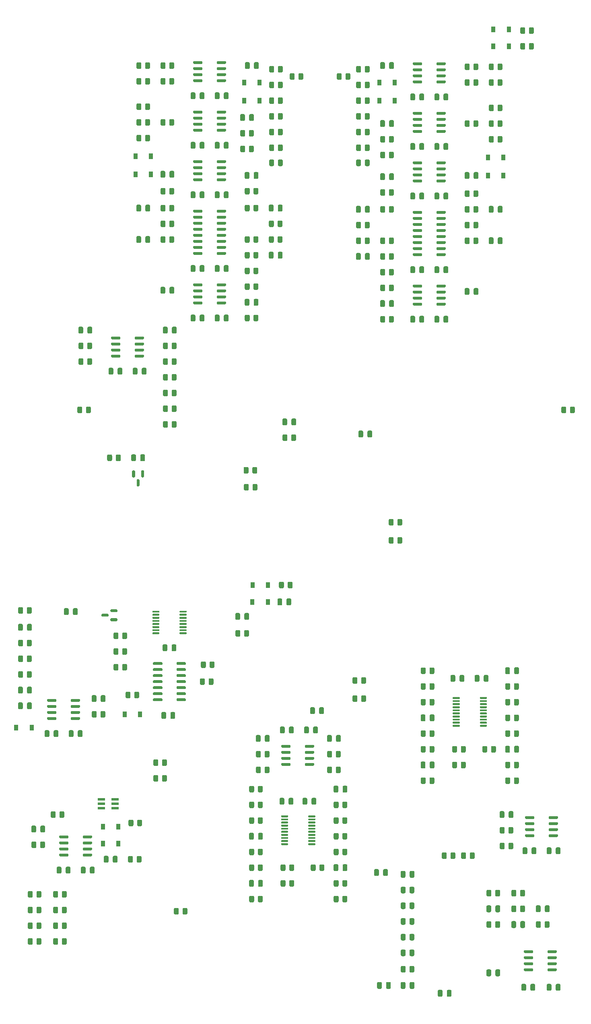
<source format=gbp>
G04 #@! TF.GenerationSoftware,KiCad,Pcbnew,6.0.5+dfsg-1~bpo11+1*
G04 #@! TF.CreationDate,2023-02-06T17:01:20+00:00*
G04 #@! TF.ProjectId,VCF_VCA_BBD_board,5643465f-5643-4415-9f42-42445f626f61,1.0*
G04 #@! TF.SameCoordinates,Original*
G04 #@! TF.FileFunction,Paste,Bot*
G04 #@! TF.FilePolarity,Positive*
%FSLAX46Y46*%
G04 Gerber Fmt 4.6, Leading zero omitted, Abs format (unit mm)*
G04 Created by KiCad (PCBNEW 6.0.5+dfsg-1~bpo11+1) date 2023-02-06 17:01:20*
%MOMM*%
%LPD*%
G01*
G04 APERTURE LIST*
%ADD10R,0.900000X1.200000*%
%ADD11R,1.500000X0.550000*%
G04 APERTURE END LIST*
G36*
G01*
X133244000Y-87861000D02*
X133244000Y-88161000D01*
G75*
G02*
X133094000Y-88311000I-150000J0D01*
G01*
X131444000Y-88311000D01*
G75*
G02*
X131294000Y-88161000I0J150000D01*
G01*
X131294000Y-87861000D01*
G75*
G02*
X131444000Y-87711000I150000J0D01*
G01*
X133094000Y-87711000D01*
G75*
G02*
X133244000Y-87861000I0J-150000D01*
G01*
G37*
G36*
G01*
X133244000Y-89131000D02*
X133244000Y-89431000D01*
G75*
G02*
X133094000Y-89581000I-150000J0D01*
G01*
X131444000Y-89581000D01*
G75*
G02*
X131294000Y-89431000I0J150000D01*
G01*
X131294000Y-89131000D01*
G75*
G02*
X131444000Y-88981000I150000J0D01*
G01*
X133094000Y-88981000D01*
G75*
G02*
X133244000Y-89131000I0J-150000D01*
G01*
G37*
G36*
G01*
X133244000Y-90401000D02*
X133244000Y-90701000D01*
G75*
G02*
X133094000Y-90851000I-150000J0D01*
G01*
X131444000Y-90851000D01*
G75*
G02*
X131294000Y-90701000I0J150000D01*
G01*
X131294000Y-90401000D01*
G75*
G02*
X131444000Y-90251000I150000J0D01*
G01*
X133094000Y-90251000D01*
G75*
G02*
X133244000Y-90401000I0J-150000D01*
G01*
G37*
G36*
G01*
X133244000Y-91671000D02*
X133244000Y-91971000D01*
G75*
G02*
X133094000Y-92121000I-150000J0D01*
G01*
X131444000Y-92121000D01*
G75*
G02*
X131294000Y-91971000I0J150000D01*
G01*
X131294000Y-91671000D01*
G75*
G02*
X131444000Y-91521000I150000J0D01*
G01*
X133094000Y-91521000D01*
G75*
G02*
X133244000Y-91671000I0J-150000D01*
G01*
G37*
G36*
G01*
X128294000Y-91671000D02*
X128294000Y-91971000D01*
G75*
G02*
X128144000Y-92121000I-150000J0D01*
G01*
X126494000Y-92121000D01*
G75*
G02*
X126344000Y-91971000I0J150000D01*
G01*
X126344000Y-91671000D01*
G75*
G02*
X126494000Y-91521000I150000J0D01*
G01*
X128144000Y-91521000D01*
G75*
G02*
X128294000Y-91671000I0J-150000D01*
G01*
G37*
G36*
G01*
X128294000Y-90401000D02*
X128294000Y-90701000D01*
G75*
G02*
X128144000Y-90851000I-150000J0D01*
G01*
X126494000Y-90851000D01*
G75*
G02*
X126344000Y-90701000I0J150000D01*
G01*
X126344000Y-90401000D01*
G75*
G02*
X126494000Y-90251000I150000J0D01*
G01*
X128144000Y-90251000D01*
G75*
G02*
X128294000Y-90401000I0J-150000D01*
G01*
G37*
G36*
G01*
X128294000Y-89131000D02*
X128294000Y-89431000D01*
G75*
G02*
X128144000Y-89581000I-150000J0D01*
G01*
X126494000Y-89581000D01*
G75*
G02*
X126344000Y-89431000I0J150000D01*
G01*
X126344000Y-89131000D01*
G75*
G02*
X126494000Y-88981000I150000J0D01*
G01*
X128144000Y-88981000D01*
G75*
G02*
X128294000Y-89131000I0J-150000D01*
G01*
G37*
G36*
G01*
X128294000Y-87861000D02*
X128294000Y-88161000D01*
G75*
G02*
X128144000Y-88311000I-150000J0D01*
G01*
X126494000Y-88311000D01*
G75*
G02*
X126344000Y-88161000I0J150000D01*
G01*
X126344000Y-87861000D01*
G75*
G02*
X126494000Y-87711000I150000J0D01*
G01*
X128144000Y-87711000D01*
G75*
G02*
X128294000Y-87861000I0J-150000D01*
G01*
G37*
G36*
G01*
X122354000Y-64549000D02*
X122354000Y-65499000D01*
G75*
G02*
X122104000Y-65749000I-250000J0D01*
G01*
X121604000Y-65749000D01*
G75*
G02*
X121354000Y-65499000I0J250000D01*
G01*
X121354000Y-64549000D01*
G75*
G02*
X121604000Y-64299000I250000J0D01*
G01*
X122104000Y-64299000D01*
G75*
G02*
X122354000Y-64549000I0J-250000D01*
G01*
G37*
G36*
G01*
X120454000Y-64549000D02*
X120454000Y-65499000D01*
G75*
G02*
X120204000Y-65749000I-250000J0D01*
G01*
X119704000Y-65749000D01*
G75*
G02*
X119454000Y-65499000I0J250000D01*
G01*
X119454000Y-64549000D01*
G75*
G02*
X119704000Y-64299000I250000J0D01*
G01*
X120204000Y-64299000D01*
G75*
G02*
X120454000Y-64549000I0J-250000D01*
G01*
G37*
G36*
G01*
X81736500Y-168090000D02*
X81736500Y-167190000D01*
G75*
G02*
X81986500Y-166940000I250000J0D01*
G01*
X82511500Y-166940000D01*
G75*
G02*
X82761500Y-167190000I0J-250000D01*
G01*
X82761500Y-168090000D01*
G75*
G02*
X82511500Y-168340000I-250000J0D01*
G01*
X81986500Y-168340000D01*
G75*
G02*
X81736500Y-168090000I0J250000D01*
G01*
G37*
G36*
G01*
X83561500Y-168090000D02*
X83561500Y-167190000D01*
G75*
G02*
X83811500Y-166940000I250000J0D01*
G01*
X84336500Y-166940000D01*
G75*
G02*
X84586500Y-167190000I0J-250000D01*
G01*
X84586500Y-168090000D01*
G75*
G02*
X84336500Y-168340000I-250000J0D01*
G01*
X83811500Y-168340000D01*
G75*
G02*
X83561500Y-168090000I0J250000D01*
G01*
G37*
G36*
G01*
X136497000Y-208222000D02*
X136497000Y-207322000D01*
G75*
G02*
X136747000Y-207072000I250000J0D01*
G01*
X137272000Y-207072000D01*
G75*
G02*
X137522000Y-207322000I0J-250000D01*
G01*
X137522000Y-208222000D01*
G75*
G02*
X137272000Y-208472000I-250000J0D01*
G01*
X136747000Y-208472000D01*
G75*
G02*
X136497000Y-208222000I0J250000D01*
G01*
G37*
G36*
G01*
X138322000Y-208222000D02*
X138322000Y-207322000D01*
G75*
G02*
X138572000Y-207072000I250000J0D01*
G01*
X139097000Y-207072000D01*
G75*
G02*
X139347000Y-207322000I0J-250000D01*
G01*
X139347000Y-208222000D01*
G75*
G02*
X139097000Y-208472000I-250000J0D01*
G01*
X138572000Y-208472000D01*
G75*
G02*
X138322000Y-208222000I0J250000D01*
G01*
G37*
G36*
G01*
X111153000Y-189288000D02*
X111153000Y-190188000D01*
G75*
G02*
X110903000Y-190438000I-250000J0D01*
G01*
X110378000Y-190438000D01*
G75*
G02*
X110128000Y-190188000I0J250000D01*
G01*
X110128000Y-189288000D01*
G75*
G02*
X110378000Y-189038000I250000J0D01*
G01*
X110903000Y-189038000D01*
G75*
G02*
X111153000Y-189288000I0J-250000D01*
G01*
G37*
G36*
G01*
X109328000Y-189288000D02*
X109328000Y-190188000D01*
G75*
G02*
X109078000Y-190438000I-250000J0D01*
G01*
X108553000Y-190438000D01*
G75*
G02*
X108303000Y-190188000I0J250000D01*
G01*
X108303000Y-189288000D01*
G75*
G02*
X108553000Y-189038000I250000J0D01*
G01*
X109078000Y-189038000D01*
G75*
G02*
X109328000Y-189288000I0J-250000D01*
G01*
G37*
G36*
G01*
X76609000Y-113342000D02*
X76609000Y-114242000D01*
G75*
G02*
X76359000Y-114492000I-250000J0D01*
G01*
X75834000Y-114492000D01*
G75*
G02*
X75584000Y-114242000I0J250000D01*
G01*
X75584000Y-113342000D01*
G75*
G02*
X75834000Y-113092000I250000J0D01*
G01*
X76359000Y-113092000D01*
G75*
G02*
X76609000Y-113342000I0J-250000D01*
G01*
G37*
G36*
G01*
X74784000Y-113342000D02*
X74784000Y-114242000D01*
G75*
G02*
X74534000Y-114492000I-250000J0D01*
G01*
X74009000Y-114492000D01*
G75*
G02*
X73759000Y-114242000I0J250000D01*
G01*
X73759000Y-113342000D01*
G75*
G02*
X74009000Y-113092000I250000J0D01*
G01*
X74534000Y-113092000D01*
G75*
G02*
X74784000Y-113342000I0J-250000D01*
G01*
G37*
G36*
G01*
X145189000Y-53398000D02*
X145189000Y-54298000D01*
G75*
G02*
X144939000Y-54548000I-250000J0D01*
G01*
X144414000Y-54548000D01*
G75*
G02*
X144164000Y-54298000I0J250000D01*
G01*
X144164000Y-53398000D01*
G75*
G02*
X144414000Y-53148000I250000J0D01*
G01*
X144939000Y-53148000D01*
G75*
G02*
X145189000Y-53398000I0J-250000D01*
G01*
G37*
G36*
G01*
X143364000Y-53398000D02*
X143364000Y-54298000D01*
G75*
G02*
X143114000Y-54548000I-250000J0D01*
G01*
X142589000Y-54548000D01*
G75*
G02*
X142339000Y-54298000I0J250000D01*
G01*
X142339000Y-53398000D01*
G75*
G02*
X142589000Y-53148000I250000J0D01*
G01*
X143114000Y-53148000D01*
G75*
G02*
X143364000Y-53398000I0J-250000D01*
G01*
G37*
G36*
G01*
X71021000Y-56446000D02*
X71021000Y-57346000D01*
G75*
G02*
X70771000Y-57596000I-250000J0D01*
G01*
X70246000Y-57596000D01*
G75*
G02*
X69996000Y-57346000I0J250000D01*
G01*
X69996000Y-56446000D01*
G75*
G02*
X70246000Y-56196000I250000J0D01*
G01*
X70771000Y-56196000D01*
G75*
G02*
X71021000Y-56446000I0J-250000D01*
G01*
G37*
G36*
G01*
X69196000Y-56446000D02*
X69196000Y-57346000D01*
G75*
G02*
X68946000Y-57596000I-250000J0D01*
G01*
X68421000Y-57596000D01*
G75*
G02*
X68171000Y-57346000I0J250000D01*
G01*
X68171000Y-56446000D01*
G75*
G02*
X68421000Y-56196000I250000J0D01*
G01*
X68946000Y-56196000D01*
G75*
G02*
X69196000Y-56446000I0J-250000D01*
G01*
G37*
G36*
G01*
X73414000Y-178783000D02*
X73414000Y-177833000D01*
G75*
G02*
X73664000Y-177583000I250000J0D01*
G01*
X74164000Y-177583000D01*
G75*
G02*
X74414000Y-177833000I0J-250000D01*
G01*
X74414000Y-178783000D01*
G75*
G02*
X74164000Y-179033000I-250000J0D01*
G01*
X73664000Y-179033000D01*
G75*
G02*
X73414000Y-178783000I0J250000D01*
G01*
G37*
G36*
G01*
X75314000Y-178783000D02*
X75314000Y-177833000D01*
G75*
G02*
X75564000Y-177583000I250000J0D01*
G01*
X76064000Y-177583000D01*
G75*
G02*
X76314000Y-177833000I0J-250000D01*
G01*
X76314000Y-178783000D01*
G75*
G02*
X76064000Y-179033000I-250000J0D01*
G01*
X75564000Y-179033000D01*
G75*
G02*
X75314000Y-178783000I0J250000D01*
G01*
G37*
G36*
G01*
X130884000Y-69563000D02*
X130884000Y-68613000D01*
G75*
G02*
X131134000Y-68363000I250000J0D01*
G01*
X131634000Y-68363000D01*
G75*
G02*
X131884000Y-68613000I0J-250000D01*
G01*
X131884000Y-69563000D01*
G75*
G02*
X131634000Y-69813000I-250000J0D01*
G01*
X131134000Y-69813000D01*
G75*
G02*
X130884000Y-69563000I0J250000D01*
G01*
G37*
G36*
G01*
X132784000Y-69563000D02*
X132784000Y-68613000D01*
G75*
G02*
X133034000Y-68363000I250000J0D01*
G01*
X133534000Y-68363000D01*
G75*
G02*
X133784000Y-68613000I0J-250000D01*
G01*
X133784000Y-69563000D01*
G75*
G02*
X133534000Y-69813000I-250000J0D01*
G01*
X133034000Y-69813000D01*
G75*
G02*
X132784000Y-69563000I0J250000D01*
G01*
G37*
G36*
G01*
X137168000Y-170030000D02*
X137168000Y-170980000D01*
G75*
G02*
X136918000Y-171230000I-250000J0D01*
G01*
X136418000Y-171230000D01*
G75*
G02*
X136168000Y-170980000I0J250000D01*
G01*
X136168000Y-170030000D01*
G75*
G02*
X136418000Y-169780000I250000J0D01*
G01*
X136918000Y-169780000D01*
G75*
G02*
X137168000Y-170030000I0J-250000D01*
G01*
G37*
G36*
G01*
X135268000Y-170030000D02*
X135268000Y-170980000D01*
G75*
G02*
X135018000Y-171230000I-250000J0D01*
G01*
X134518000Y-171230000D01*
G75*
G02*
X134268000Y-170980000I0J250000D01*
G01*
X134268000Y-170030000D01*
G75*
G02*
X134518000Y-169780000I250000J0D01*
G01*
X135018000Y-169780000D01*
G75*
G02*
X135268000Y-170030000I0J-250000D01*
G01*
G37*
G36*
G01*
X76609000Y-110040000D02*
X76609000Y-110940000D01*
G75*
G02*
X76359000Y-111190000I-250000J0D01*
G01*
X75834000Y-111190000D01*
G75*
G02*
X75584000Y-110940000I0J250000D01*
G01*
X75584000Y-110040000D01*
G75*
G02*
X75834000Y-109790000I250000J0D01*
G01*
X76359000Y-109790000D01*
G75*
G02*
X76609000Y-110040000I0J-250000D01*
G01*
G37*
G36*
G01*
X74784000Y-110040000D02*
X74784000Y-110940000D01*
G75*
G02*
X74534000Y-111190000I-250000J0D01*
G01*
X74009000Y-111190000D01*
G75*
G02*
X73759000Y-110940000I0J250000D01*
G01*
X73759000Y-110040000D01*
G75*
G02*
X74009000Y-109790000I250000J0D01*
G01*
X74534000Y-109790000D01*
G75*
G02*
X74784000Y-110040000I0J-250000D01*
G01*
G37*
G36*
G01*
X98961000Y-51874000D02*
X98961000Y-52774000D01*
G75*
G02*
X98711000Y-53024000I-250000J0D01*
G01*
X98186000Y-53024000D01*
G75*
G02*
X97936000Y-52774000I0J250000D01*
G01*
X97936000Y-51874000D01*
G75*
G02*
X98186000Y-51624000I250000J0D01*
G01*
X98711000Y-51624000D01*
G75*
G02*
X98961000Y-51874000I0J-250000D01*
G01*
G37*
G36*
G01*
X97136000Y-51874000D02*
X97136000Y-52774000D01*
G75*
G02*
X96886000Y-53024000I-250000J0D01*
G01*
X96361000Y-53024000D01*
G75*
G02*
X96111000Y-52774000I0J250000D01*
G01*
X96111000Y-51874000D01*
G75*
G02*
X96361000Y-51624000I250000J0D01*
G01*
X96886000Y-51624000D01*
G75*
G02*
X97136000Y-51874000I0J-250000D01*
G01*
G37*
G36*
G01*
X90966000Y-81984000D02*
X90966000Y-81084000D01*
G75*
G02*
X91216000Y-80834000I250000J0D01*
G01*
X91741000Y-80834000D01*
G75*
G02*
X91991000Y-81084000I0J-250000D01*
G01*
X91991000Y-81984000D01*
G75*
G02*
X91741000Y-82234000I-250000J0D01*
G01*
X91216000Y-82234000D01*
G75*
G02*
X90966000Y-81984000I0J250000D01*
G01*
G37*
G36*
G01*
X92791000Y-81984000D02*
X92791000Y-81084000D01*
G75*
G02*
X93041000Y-80834000I250000J0D01*
G01*
X93566000Y-80834000D01*
G75*
G02*
X93816000Y-81084000I0J-250000D01*
G01*
X93816000Y-81984000D01*
G75*
G02*
X93566000Y-82234000I-250000J0D01*
G01*
X93041000Y-82234000D01*
G75*
G02*
X92791000Y-81984000I0J250000D01*
G01*
G37*
G36*
G01*
X51742000Y-181643000D02*
X51742000Y-182593000D01*
G75*
G02*
X51492000Y-182843000I-250000J0D01*
G01*
X50992000Y-182843000D01*
G75*
G02*
X50742000Y-182593000I0J250000D01*
G01*
X50742000Y-181643000D01*
G75*
G02*
X50992000Y-181393000I250000J0D01*
G01*
X51492000Y-181393000D01*
G75*
G02*
X51742000Y-181643000I0J-250000D01*
G01*
G37*
G36*
G01*
X49842000Y-181643000D02*
X49842000Y-182593000D01*
G75*
G02*
X49592000Y-182843000I-250000J0D01*
G01*
X49092000Y-182843000D01*
G75*
G02*
X48842000Y-182593000I0J250000D01*
G01*
X48842000Y-181643000D01*
G75*
G02*
X49092000Y-181393000I250000J0D01*
G01*
X49592000Y-181393000D01*
G75*
G02*
X49842000Y-181643000I0J-250000D01*
G01*
G37*
G36*
G01*
X82476000Y-47531000D02*
X82476000Y-48481000D01*
G75*
G02*
X82226000Y-48731000I-250000J0D01*
G01*
X81726000Y-48731000D01*
G75*
G02*
X81476000Y-48481000I0J250000D01*
G01*
X81476000Y-47531000D01*
G75*
G02*
X81726000Y-47281000I250000J0D01*
G01*
X82226000Y-47281000D01*
G75*
G02*
X82476000Y-47531000I0J-250000D01*
G01*
G37*
G36*
G01*
X80576000Y-47531000D02*
X80576000Y-48481000D01*
G75*
G02*
X80326000Y-48731000I-250000J0D01*
G01*
X79826000Y-48731000D01*
G75*
G02*
X79576000Y-48481000I0J250000D01*
G01*
X79576000Y-47531000D01*
G75*
G02*
X79826000Y-47281000I250000J0D01*
G01*
X80326000Y-47281000D01*
G75*
G02*
X80576000Y-47531000I0J-250000D01*
G01*
G37*
G36*
G01*
X144625000Y-206190000D02*
X144625000Y-205290000D01*
G75*
G02*
X144875000Y-205040000I250000J0D01*
G01*
X145400000Y-205040000D01*
G75*
G02*
X145650000Y-205290000I0J-250000D01*
G01*
X145650000Y-206190000D01*
G75*
G02*
X145400000Y-206440000I-250000J0D01*
G01*
X144875000Y-206440000D01*
G75*
G02*
X144625000Y-206190000I0J250000D01*
G01*
G37*
G36*
G01*
X146450000Y-206190000D02*
X146450000Y-205290000D01*
G75*
G02*
X146700000Y-205040000I250000J0D01*
G01*
X147225000Y-205040000D01*
G75*
G02*
X147475000Y-205290000I0J-250000D01*
G01*
X147475000Y-206190000D01*
G75*
G02*
X147225000Y-206440000I-250000J0D01*
G01*
X146700000Y-206440000D01*
G75*
G02*
X146450000Y-206190000I0J250000D01*
G01*
G37*
G36*
G01*
X103279000Y-43492000D02*
X103279000Y-44392000D01*
G75*
G02*
X103029000Y-44642000I-250000J0D01*
G01*
X102504000Y-44642000D01*
G75*
G02*
X102254000Y-44392000I0J250000D01*
G01*
X102254000Y-43492000D01*
G75*
G02*
X102504000Y-43242000I250000J0D01*
G01*
X103029000Y-43242000D01*
G75*
G02*
X103279000Y-43492000I0J-250000D01*
G01*
G37*
G36*
G01*
X101454000Y-43492000D02*
X101454000Y-44392000D01*
G75*
G02*
X101204000Y-44642000I-250000J0D01*
G01*
X100679000Y-44642000D01*
G75*
G02*
X100429000Y-44392000I0J250000D01*
G01*
X100429000Y-43492000D01*
G75*
G02*
X100679000Y-43242000I250000J0D01*
G01*
X101204000Y-43242000D01*
G75*
G02*
X101454000Y-43492000I0J-250000D01*
G01*
G37*
G36*
G01*
X76609000Y-106738000D02*
X76609000Y-107638000D01*
G75*
G02*
X76359000Y-107888000I-250000J0D01*
G01*
X75834000Y-107888000D01*
G75*
G02*
X75584000Y-107638000I0J250000D01*
G01*
X75584000Y-106738000D01*
G75*
G02*
X75834000Y-106488000I250000J0D01*
G01*
X76359000Y-106488000D01*
G75*
G02*
X76609000Y-106738000I0J-250000D01*
G01*
G37*
G36*
G01*
X74784000Y-106738000D02*
X74784000Y-107638000D01*
G75*
G02*
X74534000Y-107888000I-250000J0D01*
G01*
X74009000Y-107888000D01*
G75*
G02*
X73759000Y-107638000I0J250000D01*
G01*
X73759000Y-106738000D01*
G75*
G02*
X74009000Y-106488000I250000J0D01*
G01*
X74534000Y-106488000D01*
G75*
G02*
X74784000Y-106738000I0J-250000D01*
G01*
G37*
G36*
G01*
X114399000Y-56076000D02*
X114399000Y-55176000D01*
G75*
G02*
X114649000Y-54926000I250000J0D01*
G01*
X115174000Y-54926000D01*
G75*
G02*
X115424000Y-55176000I0J-250000D01*
G01*
X115424000Y-56076000D01*
G75*
G02*
X115174000Y-56326000I-250000J0D01*
G01*
X114649000Y-56326000D01*
G75*
G02*
X114399000Y-56076000I0J250000D01*
G01*
G37*
G36*
G01*
X116224000Y-56076000D02*
X116224000Y-55176000D01*
G75*
G02*
X116474000Y-54926000I250000J0D01*
G01*
X116999000Y-54926000D01*
G75*
G02*
X117249000Y-55176000I0J-250000D01*
G01*
X117249000Y-56076000D01*
G75*
G02*
X116999000Y-56326000I-250000J0D01*
G01*
X116474000Y-56326000D01*
G75*
G02*
X116224000Y-56076000I0J250000D01*
G01*
G37*
G36*
G01*
X108303000Y-186886000D02*
X108303000Y-185986000D01*
G75*
G02*
X108553000Y-185736000I250000J0D01*
G01*
X109078000Y-185736000D01*
G75*
G02*
X109328000Y-185986000I0J-250000D01*
G01*
X109328000Y-186886000D01*
G75*
G02*
X109078000Y-187136000I-250000J0D01*
G01*
X108553000Y-187136000D01*
G75*
G02*
X108303000Y-186886000I0J250000D01*
G01*
G37*
G36*
G01*
X110128000Y-186886000D02*
X110128000Y-185986000D01*
G75*
G02*
X110378000Y-185736000I250000J0D01*
G01*
X110903000Y-185736000D01*
G75*
G02*
X111153000Y-185986000I0J-250000D01*
G01*
X111153000Y-186886000D01*
G75*
G02*
X110903000Y-187136000I-250000J0D01*
G01*
X110378000Y-187136000D01*
G75*
G02*
X110128000Y-186886000I0J250000D01*
G01*
G37*
G36*
G01*
X122329000Y-71432000D02*
X122329000Y-72332000D01*
G75*
G02*
X122079000Y-72582000I-250000J0D01*
G01*
X121554000Y-72582000D01*
G75*
G02*
X121304000Y-72332000I0J250000D01*
G01*
X121304000Y-71432000D01*
G75*
G02*
X121554000Y-71182000I250000J0D01*
G01*
X122079000Y-71182000D01*
G75*
G02*
X122329000Y-71432000I0J-250000D01*
G01*
G37*
G36*
G01*
X120504000Y-71432000D02*
X120504000Y-72332000D01*
G75*
G02*
X120254000Y-72582000I-250000J0D01*
G01*
X119729000Y-72582000D01*
G75*
G02*
X119479000Y-72332000I0J250000D01*
G01*
X119479000Y-71432000D01*
G75*
G02*
X119729000Y-71182000I250000J0D01*
G01*
X120254000Y-71182000D01*
G75*
G02*
X120504000Y-71432000I0J-250000D01*
G01*
G37*
G36*
G01*
X94771500Y-213139000D02*
X94771500Y-214089000D01*
G75*
G02*
X94521500Y-214339000I-250000J0D01*
G01*
X94021500Y-214339000D01*
G75*
G02*
X93771500Y-214089000I0J250000D01*
G01*
X93771500Y-213139000D01*
G75*
G02*
X94021500Y-212889000I250000J0D01*
G01*
X94521500Y-212889000D01*
G75*
G02*
X94771500Y-213139000I0J-250000D01*
G01*
G37*
G36*
G01*
X92871500Y-213139000D02*
X92871500Y-214089000D01*
G75*
G02*
X92621500Y-214339000I-250000J0D01*
G01*
X92121500Y-214339000D01*
G75*
G02*
X91871500Y-214089000I0J250000D01*
G01*
X91871500Y-213139000D01*
G75*
G02*
X92121500Y-212889000I250000J0D01*
G01*
X92621500Y-212889000D01*
G75*
G02*
X92871500Y-213139000I0J-250000D01*
G01*
G37*
G36*
G01*
X93627000Y-129852000D02*
X93627000Y-130752000D01*
G75*
G02*
X93377000Y-131002000I-250000J0D01*
G01*
X92852000Y-131002000D01*
G75*
G02*
X92602000Y-130752000I0J250000D01*
G01*
X92602000Y-129852000D01*
G75*
G02*
X92852000Y-129602000I250000J0D01*
G01*
X93377000Y-129602000D01*
G75*
G02*
X93627000Y-129852000I0J-250000D01*
G01*
G37*
G36*
G01*
X91802000Y-129852000D02*
X91802000Y-130752000D01*
G75*
G02*
X91552000Y-131002000I-250000J0D01*
G01*
X91027000Y-131002000D01*
G75*
G02*
X90777000Y-130752000I0J250000D01*
G01*
X90777000Y-129852000D01*
G75*
G02*
X91027000Y-129602000I250000J0D01*
G01*
X91552000Y-129602000D01*
G75*
G02*
X91802000Y-129852000I0J-250000D01*
G01*
G37*
G36*
G01*
X53495000Y-225356000D02*
X53495000Y-226256000D01*
G75*
G02*
X53245000Y-226506000I-250000J0D01*
G01*
X52720000Y-226506000D01*
G75*
G02*
X52470000Y-226256000I0J250000D01*
G01*
X52470000Y-225356000D01*
G75*
G02*
X52720000Y-225106000I250000J0D01*
G01*
X53245000Y-225106000D01*
G75*
G02*
X53495000Y-225356000I0J-250000D01*
G01*
G37*
G36*
G01*
X51670000Y-225356000D02*
X51670000Y-226256000D01*
G75*
G02*
X51420000Y-226506000I-250000J0D01*
G01*
X50895000Y-226506000D01*
G75*
G02*
X50645000Y-226256000I0J250000D01*
G01*
X50645000Y-225356000D01*
G75*
G02*
X50895000Y-225106000I250000J0D01*
G01*
X51420000Y-225106000D01*
G75*
G02*
X51670000Y-225356000I0J-250000D01*
G01*
G37*
G36*
G01*
X137465500Y-188272000D02*
X137465500Y-189172000D01*
G75*
G02*
X137215500Y-189422000I-250000J0D01*
G01*
X136690500Y-189422000D01*
G75*
G02*
X136440500Y-189172000I0J250000D01*
G01*
X136440500Y-188272000D01*
G75*
G02*
X136690500Y-188022000I250000J0D01*
G01*
X137215500Y-188022000D01*
G75*
G02*
X137465500Y-188272000I0J-250000D01*
G01*
G37*
G36*
G01*
X135640500Y-188272000D02*
X135640500Y-189172000D01*
G75*
G02*
X135390500Y-189422000I-250000J0D01*
G01*
X134865500Y-189422000D01*
G75*
G02*
X134615500Y-189172000I0J250000D01*
G01*
X134615500Y-188272000D01*
G75*
G02*
X134865500Y-188022000I250000J0D01*
G01*
X135390500Y-188022000D01*
G75*
G02*
X135640500Y-188272000I0J-250000D01*
G01*
G37*
G36*
G01*
X87556000Y-68359000D02*
X87556000Y-69309000D01*
G75*
G02*
X87306000Y-69559000I-250000J0D01*
G01*
X86806000Y-69559000D01*
G75*
G02*
X86556000Y-69309000I0J250000D01*
G01*
X86556000Y-68359000D01*
G75*
G02*
X86806000Y-68109000I250000J0D01*
G01*
X87306000Y-68109000D01*
G75*
G02*
X87556000Y-68359000I0J-250000D01*
G01*
G37*
G36*
G01*
X85656000Y-68359000D02*
X85656000Y-69309000D01*
G75*
G02*
X85406000Y-69559000I-250000J0D01*
G01*
X84906000Y-69559000D01*
G75*
G02*
X84656000Y-69309000I0J250000D01*
G01*
X84656000Y-68359000D01*
G75*
G02*
X84906000Y-68109000I250000J0D01*
G01*
X85406000Y-68109000D01*
G75*
G02*
X85656000Y-68359000I0J-250000D01*
G01*
G37*
G36*
G01*
X145791500Y-182568000D02*
X145791500Y-181668000D01*
G75*
G02*
X146041500Y-181418000I250000J0D01*
G01*
X146566500Y-181418000D01*
G75*
G02*
X146816500Y-181668000I0J-250000D01*
G01*
X146816500Y-182568000D01*
G75*
G02*
X146566500Y-182818000I-250000J0D01*
G01*
X146041500Y-182818000D01*
G75*
G02*
X145791500Y-182568000I0J250000D01*
G01*
G37*
G36*
G01*
X147616500Y-182568000D02*
X147616500Y-181668000D01*
G75*
G02*
X147866500Y-181418000I250000J0D01*
G01*
X148391500Y-181418000D01*
G75*
G02*
X148641500Y-181668000I0J-250000D01*
G01*
X148641500Y-182568000D01*
G75*
G02*
X148391500Y-182818000I-250000J0D01*
G01*
X147866500Y-182818000D01*
G75*
G02*
X147616500Y-182568000I0J250000D01*
G01*
G37*
G36*
G01*
X94746500Y-199956000D02*
X94746500Y-200856000D01*
G75*
G02*
X94496500Y-201106000I-250000J0D01*
G01*
X93971500Y-201106000D01*
G75*
G02*
X93721500Y-200856000I0J250000D01*
G01*
X93721500Y-199956000D01*
G75*
G02*
X93971500Y-199706000I250000J0D01*
G01*
X94496500Y-199706000D01*
G75*
G02*
X94746500Y-199956000I0J-250000D01*
G01*
G37*
G36*
G01*
X92921500Y-199956000D02*
X92921500Y-200856000D01*
G75*
G02*
X92671500Y-201106000I-250000J0D01*
G01*
X92146500Y-201106000D01*
G75*
G02*
X91896500Y-200856000I0J250000D01*
G01*
X91896500Y-199956000D01*
G75*
G02*
X92146500Y-199706000I250000J0D01*
G01*
X92671500Y-199706000D01*
G75*
G02*
X92921500Y-199956000I0J-250000D01*
G01*
G37*
G36*
G01*
X71021000Y-41206000D02*
X71021000Y-42106000D01*
G75*
G02*
X70771000Y-42356000I-250000J0D01*
G01*
X70246000Y-42356000D01*
G75*
G02*
X69996000Y-42106000I0J250000D01*
G01*
X69996000Y-41206000D01*
G75*
G02*
X70246000Y-40956000I250000J0D01*
G01*
X70771000Y-40956000D01*
G75*
G02*
X71021000Y-41206000I0J-250000D01*
G01*
G37*
G36*
G01*
X69196000Y-41206000D02*
X69196000Y-42106000D01*
G75*
G02*
X68946000Y-42356000I-250000J0D01*
G01*
X68421000Y-42356000D01*
G75*
G02*
X68171000Y-42106000I0J250000D01*
G01*
X68171000Y-41206000D01*
G75*
G02*
X68421000Y-40956000I250000J0D01*
G01*
X68946000Y-40956000D01*
G75*
G02*
X69196000Y-41206000I0J-250000D01*
G01*
G37*
D10*
X64388000Y-201676000D03*
X61088000Y-201676000D03*
G36*
G01*
X141820000Y-219437000D02*
X141820000Y-218487000D01*
G75*
G02*
X142070000Y-218237000I250000J0D01*
G01*
X142570000Y-218237000D01*
G75*
G02*
X142820000Y-218487000I0J-250000D01*
G01*
X142820000Y-219437000D01*
G75*
G02*
X142570000Y-219687000I-250000J0D01*
G01*
X142070000Y-219687000D01*
G75*
G02*
X141820000Y-219437000I0J250000D01*
G01*
G37*
G36*
G01*
X143720000Y-219437000D02*
X143720000Y-218487000D01*
G75*
G02*
X143970000Y-218237000I250000J0D01*
G01*
X144470000Y-218237000D01*
G75*
G02*
X144720000Y-218487000I0J-250000D01*
G01*
X144720000Y-219437000D01*
G75*
G02*
X144470000Y-219687000I-250000J0D01*
G01*
X143970000Y-219687000D01*
G75*
G02*
X143720000Y-219437000I0J250000D01*
G01*
G37*
G36*
G01*
X112526500Y-213164000D02*
X112526500Y-214064000D01*
G75*
G02*
X112276500Y-214314000I-250000J0D01*
G01*
X111751500Y-214314000D01*
G75*
G02*
X111501500Y-214064000I0J250000D01*
G01*
X111501500Y-213164000D01*
G75*
G02*
X111751500Y-212914000I250000J0D01*
G01*
X112276500Y-212914000D01*
G75*
G02*
X112526500Y-213164000I0J-250000D01*
G01*
G37*
G36*
G01*
X110701500Y-213164000D02*
X110701500Y-214064000D01*
G75*
G02*
X110451500Y-214314000I-250000J0D01*
G01*
X109926500Y-214314000D01*
G75*
G02*
X109676500Y-214064000I0J250000D01*
G01*
X109676500Y-213164000D01*
G75*
G02*
X109926500Y-212914000I250000J0D01*
G01*
X110451500Y-212914000D01*
G75*
G02*
X110701500Y-213164000I0J-250000D01*
G01*
G37*
G36*
G01*
X76609000Y-103436000D02*
X76609000Y-104336000D01*
G75*
G02*
X76359000Y-104586000I-250000J0D01*
G01*
X75834000Y-104586000D01*
G75*
G02*
X75584000Y-104336000I0J250000D01*
G01*
X75584000Y-103436000D01*
G75*
G02*
X75834000Y-103186000I250000J0D01*
G01*
X76359000Y-103186000D01*
G75*
G02*
X76609000Y-103436000I0J-250000D01*
G01*
G37*
G36*
G01*
X74784000Y-103436000D02*
X74784000Y-104336000D01*
G75*
G02*
X74534000Y-104586000I-250000J0D01*
G01*
X74009000Y-104586000D01*
G75*
G02*
X73759000Y-104336000I0J250000D01*
G01*
X73759000Y-103436000D01*
G75*
G02*
X74009000Y-103186000I250000J0D01*
G01*
X74534000Y-103186000D01*
G75*
G02*
X74784000Y-103436000I0J-250000D01*
G01*
G37*
G36*
G01*
X122329000Y-81338000D02*
X122329000Y-82238000D01*
G75*
G02*
X122079000Y-82488000I-250000J0D01*
G01*
X121554000Y-82488000D01*
G75*
G02*
X121304000Y-82238000I0J250000D01*
G01*
X121304000Y-81338000D01*
G75*
G02*
X121554000Y-81088000I250000J0D01*
G01*
X122079000Y-81088000D01*
G75*
G02*
X122329000Y-81338000I0J-250000D01*
G01*
G37*
G36*
G01*
X120504000Y-81338000D02*
X120504000Y-82238000D01*
G75*
G02*
X120254000Y-82488000I-250000J0D01*
G01*
X119729000Y-82488000D01*
G75*
G02*
X119479000Y-82238000I0J250000D01*
G01*
X119479000Y-81338000D01*
G75*
G02*
X119729000Y-81088000I250000J0D01*
G01*
X120254000Y-81088000D01*
G75*
G02*
X120504000Y-81338000I0J-250000D01*
G01*
G37*
G36*
G01*
X46129000Y-165920000D02*
X46129000Y-166820000D01*
G75*
G02*
X45879000Y-167070000I-250000J0D01*
G01*
X45354000Y-167070000D01*
G75*
G02*
X45104000Y-166820000I0J250000D01*
G01*
X45104000Y-165920000D01*
G75*
G02*
X45354000Y-165670000I250000J0D01*
G01*
X45879000Y-165670000D01*
G75*
G02*
X46129000Y-165920000I0J-250000D01*
G01*
G37*
G36*
G01*
X44304000Y-165920000D02*
X44304000Y-166820000D01*
G75*
G02*
X44054000Y-167070000I-250000J0D01*
G01*
X43529000Y-167070000D01*
G75*
G02*
X43279000Y-166820000I0J250000D01*
G01*
X43279000Y-165920000D01*
G75*
G02*
X43529000Y-165670000I250000J0D01*
G01*
X44054000Y-165670000D01*
G75*
G02*
X44304000Y-165920000I0J-250000D01*
G01*
G37*
G36*
G01*
X76101000Y-53144000D02*
X76101000Y-54044000D01*
G75*
G02*
X75851000Y-54294000I-250000J0D01*
G01*
X75326000Y-54294000D01*
G75*
G02*
X75076000Y-54044000I0J250000D01*
G01*
X75076000Y-53144000D01*
G75*
G02*
X75326000Y-52894000I250000J0D01*
G01*
X75851000Y-52894000D01*
G75*
G02*
X76101000Y-53144000I0J-250000D01*
G01*
G37*
G36*
G01*
X74276000Y-53144000D02*
X74276000Y-54044000D01*
G75*
G02*
X74026000Y-54294000I-250000J0D01*
G01*
X73501000Y-54294000D01*
G75*
G02*
X73251000Y-54044000I0J250000D01*
G01*
X73251000Y-53144000D01*
G75*
G02*
X73501000Y-52894000I250000J0D01*
G01*
X74026000Y-52894000D01*
G75*
G02*
X74276000Y-53144000I0J-250000D01*
G01*
G37*
G36*
G01*
X149950500Y-221789000D02*
X149950500Y-222739000D01*
G75*
G02*
X149700500Y-222989000I-250000J0D01*
G01*
X149200500Y-222989000D01*
G75*
G02*
X148950500Y-222739000I0J250000D01*
G01*
X148950500Y-221789000D01*
G75*
G02*
X149200500Y-221539000I250000J0D01*
G01*
X149700500Y-221539000D01*
G75*
G02*
X149950500Y-221789000I0J-250000D01*
G01*
G37*
G36*
G01*
X148050500Y-221789000D02*
X148050500Y-222739000D01*
G75*
G02*
X147800500Y-222989000I-250000J0D01*
G01*
X147300500Y-222989000D01*
G75*
G02*
X147050500Y-222739000I0J250000D01*
G01*
X147050500Y-221789000D01*
G75*
G02*
X147300500Y-221539000I250000J0D01*
G01*
X147800500Y-221539000D01*
G75*
G02*
X148050500Y-221789000I0J-250000D01*
G01*
G37*
G36*
G01*
X98896000Y-77782000D02*
X98896000Y-78682000D01*
G75*
G02*
X98646000Y-78932000I-250000J0D01*
G01*
X98121000Y-78932000D01*
G75*
G02*
X97871000Y-78682000I0J250000D01*
G01*
X97871000Y-77782000D01*
G75*
G02*
X98121000Y-77532000I250000J0D01*
G01*
X98646000Y-77532000D01*
G75*
G02*
X98896000Y-77782000I0J-250000D01*
G01*
G37*
G36*
G01*
X97071000Y-77782000D02*
X97071000Y-78682000D01*
G75*
G02*
X96821000Y-78932000I-250000J0D01*
G01*
X96296000Y-78932000D01*
G75*
G02*
X96046000Y-78682000I0J250000D01*
G01*
X96046000Y-77782000D01*
G75*
G02*
X96296000Y-77532000I250000J0D01*
G01*
X96821000Y-77532000D01*
G75*
G02*
X97071000Y-77782000I0J-250000D01*
G01*
G37*
G36*
G01*
X124107000Y-137218000D02*
X124107000Y-138118000D01*
G75*
G02*
X123857000Y-138368000I-250000J0D01*
G01*
X123332000Y-138368000D01*
G75*
G02*
X123082000Y-138118000I0J250000D01*
G01*
X123082000Y-137218000D01*
G75*
G02*
X123332000Y-136968000I250000J0D01*
G01*
X123857000Y-136968000D01*
G75*
G02*
X124107000Y-137218000I0J-250000D01*
G01*
G37*
G36*
G01*
X122282000Y-137218000D02*
X122282000Y-138118000D01*
G75*
G02*
X122032000Y-138368000I-250000J0D01*
G01*
X121507000Y-138368000D01*
G75*
G02*
X121257000Y-138118000I0J250000D01*
G01*
X121257000Y-137218000D01*
G75*
G02*
X121507000Y-136968000I250000J0D01*
G01*
X122032000Y-136968000D01*
G75*
G02*
X122282000Y-137218000I0J-250000D01*
G01*
G37*
G36*
G01*
X62009000Y-124577500D02*
X62009000Y-123677500D01*
G75*
G02*
X62259000Y-123427500I250000J0D01*
G01*
X62784000Y-123427500D01*
G75*
G02*
X63034000Y-123677500I0J-250000D01*
G01*
X63034000Y-124577500D01*
G75*
G02*
X62784000Y-124827500I-250000J0D01*
G01*
X62259000Y-124827500D01*
G75*
G02*
X62009000Y-124577500I0J250000D01*
G01*
G37*
G36*
G01*
X63834000Y-124577500D02*
X63834000Y-123677500D01*
G75*
G02*
X64084000Y-123427500I250000J0D01*
G01*
X64609000Y-123427500D01*
G75*
G02*
X64859000Y-123677500I0J-250000D01*
G01*
X64859000Y-124577500D01*
G75*
G02*
X64609000Y-124827500I-250000J0D01*
G01*
X64084000Y-124827500D01*
G75*
G02*
X63834000Y-124577500I0J250000D01*
G01*
G37*
G36*
G01*
X145766500Y-185895000D02*
X145766500Y-184945000D01*
G75*
G02*
X146016500Y-184695000I250000J0D01*
G01*
X146516500Y-184695000D01*
G75*
G02*
X146766500Y-184945000I0J-250000D01*
G01*
X146766500Y-185895000D01*
G75*
G02*
X146516500Y-186145000I-250000J0D01*
G01*
X146016500Y-186145000D01*
G75*
G02*
X145766500Y-185895000I0J250000D01*
G01*
G37*
G36*
G01*
X147666500Y-185895000D02*
X147666500Y-184945000D01*
G75*
G02*
X147916500Y-184695000I250000J0D01*
G01*
X148416500Y-184695000D01*
G75*
G02*
X148666500Y-184945000I0J-250000D01*
G01*
X148666500Y-185895000D01*
G75*
G02*
X148416500Y-186145000I-250000J0D01*
G01*
X147916500Y-186145000D01*
G75*
G02*
X147666500Y-185895000I0J250000D01*
G01*
G37*
G36*
G01*
X123797000Y-215461000D02*
X123797000Y-214561000D01*
G75*
G02*
X124047000Y-214311000I250000J0D01*
G01*
X124572000Y-214311000D01*
G75*
G02*
X124822000Y-214561000I0J-250000D01*
G01*
X124822000Y-215461000D01*
G75*
G02*
X124572000Y-215711000I-250000J0D01*
G01*
X124047000Y-215711000D01*
G75*
G02*
X123797000Y-215461000I0J250000D01*
G01*
G37*
G36*
G01*
X125622000Y-215461000D02*
X125622000Y-214561000D01*
G75*
G02*
X125872000Y-214311000I250000J0D01*
G01*
X126397000Y-214311000D01*
G75*
G02*
X126647000Y-214561000I0J-250000D01*
G01*
X126647000Y-215461000D01*
G75*
G02*
X126397000Y-215711000I-250000J0D01*
G01*
X125872000Y-215711000D01*
G75*
G02*
X125622000Y-215461000I0J250000D01*
G01*
G37*
G36*
G01*
X114399000Y-59378000D02*
X114399000Y-58478000D01*
G75*
G02*
X114649000Y-58228000I250000J0D01*
G01*
X115174000Y-58228000D01*
G75*
G02*
X115424000Y-58478000I0J-250000D01*
G01*
X115424000Y-59378000D01*
G75*
G02*
X115174000Y-59628000I-250000J0D01*
G01*
X114649000Y-59628000D01*
G75*
G02*
X114399000Y-59378000I0J250000D01*
G01*
G37*
G36*
G01*
X116224000Y-59378000D02*
X116224000Y-58478000D01*
G75*
G02*
X116474000Y-58228000I250000J0D01*
G01*
X116999000Y-58228000D01*
G75*
G02*
X117249000Y-58478000I0J-250000D01*
G01*
X117249000Y-59378000D01*
G75*
G02*
X116999000Y-59628000I-250000J0D01*
G01*
X116474000Y-59628000D01*
G75*
G02*
X116224000Y-59378000I0J250000D01*
G01*
G37*
G36*
G01*
X116487000Y-170492000D02*
X116487000Y-171392000D01*
G75*
G02*
X116237000Y-171642000I-250000J0D01*
G01*
X115712000Y-171642000D01*
G75*
G02*
X115462000Y-171392000I0J250000D01*
G01*
X115462000Y-170492000D01*
G75*
G02*
X115712000Y-170242000I250000J0D01*
G01*
X116237000Y-170242000D01*
G75*
G02*
X116487000Y-170492000I0J-250000D01*
G01*
G37*
G36*
G01*
X114662000Y-170492000D02*
X114662000Y-171392000D01*
G75*
G02*
X114412000Y-171642000I-250000J0D01*
G01*
X113887000Y-171642000D01*
G75*
G02*
X113637000Y-171392000I0J250000D01*
G01*
X113637000Y-170492000D01*
G75*
G02*
X113887000Y-170242000I250000J0D01*
G01*
X114412000Y-170242000D01*
G75*
G02*
X114662000Y-170492000I0J-250000D01*
G01*
G37*
G36*
G01*
X128011500Y-192474000D02*
X128011500Y-191574000D01*
G75*
G02*
X128261500Y-191324000I250000J0D01*
G01*
X128786500Y-191324000D01*
G75*
G02*
X129036500Y-191574000I0J-250000D01*
G01*
X129036500Y-192474000D01*
G75*
G02*
X128786500Y-192724000I-250000J0D01*
G01*
X128261500Y-192724000D01*
G75*
G02*
X128011500Y-192474000I0J250000D01*
G01*
G37*
G36*
G01*
X129836500Y-192474000D02*
X129836500Y-191574000D01*
G75*
G02*
X130086500Y-191324000I250000J0D01*
G01*
X130611500Y-191324000D01*
G75*
G02*
X130861500Y-191574000I0J-250000D01*
G01*
X130861500Y-192474000D01*
G75*
G02*
X130611500Y-192724000I-250000J0D01*
G01*
X130086500Y-192724000D01*
G75*
G02*
X129836500Y-192474000I0J250000D01*
G01*
G37*
G36*
G01*
X96021000Y-72103000D02*
X96021000Y-71153000D01*
G75*
G02*
X96271000Y-70903000I250000J0D01*
G01*
X96771000Y-70903000D01*
G75*
G02*
X97021000Y-71153000I0J-250000D01*
G01*
X97021000Y-72103000D01*
G75*
G02*
X96771000Y-72353000I-250000J0D01*
G01*
X96271000Y-72353000D01*
G75*
G02*
X96021000Y-72103000I0J250000D01*
G01*
G37*
G36*
G01*
X97921000Y-72103000D02*
X97921000Y-71153000D01*
G75*
G02*
X98171000Y-70903000I250000J0D01*
G01*
X98671000Y-70903000D01*
G75*
G02*
X98921000Y-71153000I0J-250000D01*
G01*
X98921000Y-72103000D01*
G75*
G02*
X98671000Y-72353000I-250000J0D01*
G01*
X98171000Y-72353000D01*
G75*
G02*
X97921000Y-72103000I0J250000D01*
G01*
G37*
G36*
G01*
X109676500Y-200856000D02*
X109676500Y-199956000D01*
G75*
G02*
X109926500Y-199706000I250000J0D01*
G01*
X110451500Y-199706000D01*
G75*
G02*
X110701500Y-199956000I0J-250000D01*
G01*
X110701500Y-200856000D01*
G75*
G02*
X110451500Y-201106000I-250000J0D01*
G01*
X109926500Y-201106000D01*
G75*
G02*
X109676500Y-200856000I0J250000D01*
G01*
G37*
G36*
G01*
X111501500Y-200856000D02*
X111501500Y-199956000D01*
G75*
G02*
X111751500Y-199706000I250000J0D01*
G01*
X112276500Y-199706000D01*
G75*
G02*
X112526500Y-199956000I0J-250000D01*
G01*
X112526500Y-200856000D01*
G75*
G02*
X112276500Y-201106000I-250000J0D01*
G01*
X111751500Y-201106000D01*
G75*
G02*
X111501500Y-200856000I0J250000D01*
G01*
G37*
G36*
G01*
X76609000Y-116644000D02*
X76609000Y-117544000D01*
G75*
G02*
X76359000Y-117794000I-250000J0D01*
G01*
X75834000Y-117794000D01*
G75*
G02*
X75584000Y-117544000I0J250000D01*
G01*
X75584000Y-116644000D01*
G75*
G02*
X75834000Y-116394000I250000J0D01*
G01*
X76359000Y-116394000D01*
G75*
G02*
X76609000Y-116644000I0J-250000D01*
G01*
G37*
G36*
G01*
X74784000Y-116644000D02*
X74784000Y-117544000D01*
G75*
G02*
X74534000Y-117794000I-250000J0D01*
G01*
X74009000Y-117794000D01*
G75*
G02*
X73759000Y-117544000I0J250000D01*
G01*
X73759000Y-116644000D01*
G75*
G02*
X74009000Y-116394000I250000J0D01*
G01*
X74534000Y-116394000D01*
G75*
G02*
X74784000Y-116644000I0J-250000D01*
G01*
G37*
G36*
G01*
X105811500Y-199413000D02*
X105811500Y-199613000D01*
G75*
G02*
X105711500Y-199713000I-100000J0D01*
G01*
X104436500Y-199713000D01*
G75*
G02*
X104336500Y-199613000I0J100000D01*
G01*
X104336500Y-199413000D01*
G75*
G02*
X104436500Y-199313000I100000J0D01*
G01*
X105711500Y-199313000D01*
G75*
G02*
X105811500Y-199413000I0J-100000D01*
G01*
G37*
G36*
G01*
X105811500Y-200063000D02*
X105811500Y-200263000D01*
G75*
G02*
X105711500Y-200363000I-100000J0D01*
G01*
X104436500Y-200363000D01*
G75*
G02*
X104336500Y-200263000I0J100000D01*
G01*
X104336500Y-200063000D01*
G75*
G02*
X104436500Y-199963000I100000J0D01*
G01*
X105711500Y-199963000D01*
G75*
G02*
X105811500Y-200063000I0J-100000D01*
G01*
G37*
G36*
G01*
X105811500Y-200713000D02*
X105811500Y-200913000D01*
G75*
G02*
X105711500Y-201013000I-100000J0D01*
G01*
X104436500Y-201013000D01*
G75*
G02*
X104336500Y-200913000I0J100000D01*
G01*
X104336500Y-200713000D01*
G75*
G02*
X104436500Y-200613000I100000J0D01*
G01*
X105711500Y-200613000D01*
G75*
G02*
X105811500Y-200713000I0J-100000D01*
G01*
G37*
G36*
G01*
X105811500Y-201363000D02*
X105811500Y-201563000D01*
G75*
G02*
X105711500Y-201663000I-100000J0D01*
G01*
X104436500Y-201663000D01*
G75*
G02*
X104336500Y-201563000I0J100000D01*
G01*
X104336500Y-201363000D01*
G75*
G02*
X104436500Y-201263000I100000J0D01*
G01*
X105711500Y-201263000D01*
G75*
G02*
X105811500Y-201363000I0J-100000D01*
G01*
G37*
G36*
G01*
X105811500Y-202013000D02*
X105811500Y-202213000D01*
G75*
G02*
X105711500Y-202313000I-100000J0D01*
G01*
X104436500Y-202313000D01*
G75*
G02*
X104336500Y-202213000I0J100000D01*
G01*
X104336500Y-202013000D01*
G75*
G02*
X104436500Y-201913000I100000J0D01*
G01*
X105711500Y-201913000D01*
G75*
G02*
X105811500Y-202013000I0J-100000D01*
G01*
G37*
G36*
G01*
X105811500Y-202663000D02*
X105811500Y-202863000D01*
G75*
G02*
X105711500Y-202963000I-100000J0D01*
G01*
X104436500Y-202963000D01*
G75*
G02*
X104336500Y-202863000I0J100000D01*
G01*
X104336500Y-202663000D01*
G75*
G02*
X104436500Y-202563000I100000J0D01*
G01*
X105711500Y-202563000D01*
G75*
G02*
X105811500Y-202663000I0J-100000D01*
G01*
G37*
G36*
G01*
X105811500Y-203313000D02*
X105811500Y-203513000D01*
G75*
G02*
X105711500Y-203613000I-100000J0D01*
G01*
X104436500Y-203613000D01*
G75*
G02*
X104336500Y-203513000I0J100000D01*
G01*
X104336500Y-203313000D01*
G75*
G02*
X104436500Y-203213000I100000J0D01*
G01*
X105711500Y-203213000D01*
G75*
G02*
X105811500Y-203313000I0J-100000D01*
G01*
G37*
G36*
G01*
X105811500Y-203963000D02*
X105811500Y-204163000D01*
G75*
G02*
X105711500Y-204263000I-100000J0D01*
G01*
X104436500Y-204263000D01*
G75*
G02*
X104336500Y-204163000I0J100000D01*
G01*
X104336500Y-203963000D01*
G75*
G02*
X104436500Y-203863000I100000J0D01*
G01*
X105711500Y-203863000D01*
G75*
G02*
X105811500Y-203963000I0J-100000D01*
G01*
G37*
G36*
G01*
X105811500Y-204613000D02*
X105811500Y-204813000D01*
G75*
G02*
X105711500Y-204913000I-100000J0D01*
G01*
X104436500Y-204913000D01*
G75*
G02*
X104336500Y-204813000I0J100000D01*
G01*
X104336500Y-204613000D01*
G75*
G02*
X104436500Y-204513000I100000J0D01*
G01*
X105711500Y-204513000D01*
G75*
G02*
X105811500Y-204613000I0J-100000D01*
G01*
G37*
G36*
G01*
X105811500Y-205263000D02*
X105811500Y-205463000D01*
G75*
G02*
X105711500Y-205563000I-100000J0D01*
G01*
X104436500Y-205563000D01*
G75*
G02*
X104336500Y-205463000I0J100000D01*
G01*
X104336500Y-205263000D01*
G75*
G02*
X104436500Y-205163000I100000J0D01*
G01*
X105711500Y-205163000D01*
G75*
G02*
X105811500Y-205263000I0J-100000D01*
G01*
G37*
G36*
G01*
X100086500Y-205263000D02*
X100086500Y-205463000D01*
G75*
G02*
X99986500Y-205563000I-100000J0D01*
G01*
X98711500Y-205563000D01*
G75*
G02*
X98611500Y-205463000I0J100000D01*
G01*
X98611500Y-205263000D01*
G75*
G02*
X98711500Y-205163000I100000J0D01*
G01*
X99986500Y-205163000D01*
G75*
G02*
X100086500Y-205263000I0J-100000D01*
G01*
G37*
G36*
G01*
X100086500Y-204613000D02*
X100086500Y-204813000D01*
G75*
G02*
X99986500Y-204913000I-100000J0D01*
G01*
X98711500Y-204913000D01*
G75*
G02*
X98611500Y-204813000I0J100000D01*
G01*
X98611500Y-204613000D01*
G75*
G02*
X98711500Y-204513000I100000J0D01*
G01*
X99986500Y-204513000D01*
G75*
G02*
X100086500Y-204613000I0J-100000D01*
G01*
G37*
G36*
G01*
X100086500Y-203963000D02*
X100086500Y-204163000D01*
G75*
G02*
X99986500Y-204263000I-100000J0D01*
G01*
X98711500Y-204263000D01*
G75*
G02*
X98611500Y-204163000I0J100000D01*
G01*
X98611500Y-203963000D01*
G75*
G02*
X98711500Y-203863000I100000J0D01*
G01*
X99986500Y-203863000D01*
G75*
G02*
X100086500Y-203963000I0J-100000D01*
G01*
G37*
G36*
G01*
X100086500Y-203313000D02*
X100086500Y-203513000D01*
G75*
G02*
X99986500Y-203613000I-100000J0D01*
G01*
X98711500Y-203613000D01*
G75*
G02*
X98611500Y-203513000I0J100000D01*
G01*
X98611500Y-203313000D01*
G75*
G02*
X98711500Y-203213000I100000J0D01*
G01*
X99986500Y-203213000D01*
G75*
G02*
X100086500Y-203313000I0J-100000D01*
G01*
G37*
G36*
G01*
X100086500Y-202663000D02*
X100086500Y-202863000D01*
G75*
G02*
X99986500Y-202963000I-100000J0D01*
G01*
X98711500Y-202963000D01*
G75*
G02*
X98611500Y-202863000I0J100000D01*
G01*
X98611500Y-202663000D01*
G75*
G02*
X98711500Y-202563000I100000J0D01*
G01*
X99986500Y-202563000D01*
G75*
G02*
X100086500Y-202663000I0J-100000D01*
G01*
G37*
G36*
G01*
X100086500Y-202013000D02*
X100086500Y-202213000D01*
G75*
G02*
X99986500Y-202313000I-100000J0D01*
G01*
X98711500Y-202313000D01*
G75*
G02*
X98611500Y-202213000I0J100000D01*
G01*
X98611500Y-202013000D01*
G75*
G02*
X98711500Y-201913000I100000J0D01*
G01*
X99986500Y-201913000D01*
G75*
G02*
X100086500Y-202013000I0J-100000D01*
G01*
G37*
G36*
G01*
X100086500Y-201363000D02*
X100086500Y-201563000D01*
G75*
G02*
X99986500Y-201663000I-100000J0D01*
G01*
X98711500Y-201663000D01*
G75*
G02*
X98611500Y-201563000I0J100000D01*
G01*
X98611500Y-201363000D01*
G75*
G02*
X98711500Y-201263000I100000J0D01*
G01*
X99986500Y-201263000D01*
G75*
G02*
X100086500Y-201363000I0J-100000D01*
G01*
G37*
G36*
G01*
X100086500Y-200713000D02*
X100086500Y-200913000D01*
G75*
G02*
X99986500Y-201013000I-100000J0D01*
G01*
X98711500Y-201013000D01*
G75*
G02*
X98611500Y-200913000I0J100000D01*
G01*
X98611500Y-200713000D01*
G75*
G02*
X98711500Y-200613000I100000J0D01*
G01*
X99986500Y-200613000D01*
G75*
G02*
X100086500Y-200713000I0J-100000D01*
G01*
G37*
G36*
G01*
X100086500Y-200063000D02*
X100086500Y-200263000D01*
G75*
G02*
X99986500Y-200363000I-100000J0D01*
G01*
X98711500Y-200363000D01*
G75*
G02*
X98611500Y-200263000I0J100000D01*
G01*
X98611500Y-200063000D01*
G75*
G02*
X98711500Y-199963000I100000J0D01*
G01*
X99986500Y-199963000D01*
G75*
G02*
X100086500Y-200063000I0J-100000D01*
G01*
G37*
G36*
G01*
X100086500Y-199413000D02*
X100086500Y-199613000D01*
G75*
G02*
X99986500Y-199713000I-100000J0D01*
G01*
X98711500Y-199713000D01*
G75*
G02*
X98611500Y-199613000I0J100000D01*
G01*
X98611500Y-199413000D01*
G75*
G02*
X98711500Y-199313000I100000J0D01*
G01*
X99986500Y-199313000D01*
G75*
G02*
X100086500Y-199413000I0J-100000D01*
G01*
G37*
G36*
G01*
X91006000Y-42131000D02*
X91006000Y-41181000D01*
G75*
G02*
X91256000Y-40931000I250000J0D01*
G01*
X91756000Y-40931000D01*
G75*
G02*
X92006000Y-41181000I0J-250000D01*
G01*
X92006000Y-42131000D01*
G75*
G02*
X91756000Y-42381000I-250000J0D01*
G01*
X91256000Y-42381000D01*
G75*
G02*
X91006000Y-42131000I0J250000D01*
G01*
G37*
G36*
G01*
X92906000Y-42131000D02*
X92906000Y-41181000D01*
G75*
G02*
X93156000Y-40931000I250000J0D01*
G01*
X93656000Y-40931000D01*
G75*
G02*
X93906000Y-41181000I0J-250000D01*
G01*
X93906000Y-42131000D01*
G75*
G02*
X93656000Y-42381000I-250000J0D01*
G01*
X93156000Y-42381000D01*
G75*
G02*
X92906000Y-42131000I0J250000D01*
G01*
G37*
G36*
G01*
X98500500Y-210762000D02*
X98500500Y-209862000D01*
G75*
G02*
X98750500Y-209612000I250000J0D01*
G01*
X99275500Y-209612000D01*
G75*
G02*
X99525500Y-209862000I0J-250000D01*
G01*
X99525500Y-210762000D01*
G75*
G02*
X99275500Y-211012000I-250000J0D01*
G01*
X98750500Y-211012000D01*
G75*
G02*
X98500500Y-210762000I0J250000D01*
G01*
G37*
G36*
G01*
X100325500Y-210762000D02*
X100325500Y-209862000D01*
G75*
G02*
X100575500Y-209612000I250000J0D01*
G01*
X101100500Y-209612000D01*
G75*
G02*
X101350500Y-209862000I0J-250000D01*
G01*
X101350500Y-210762000D01*
G75*
G02*
X101100500Y-211012000I-250000J0D01*
G01*
X100575500Y-211012000D01*
G75*
G02*
X100325500Y-210762000I0J250000D01*
G01*
G37*
G36*
G01*
X46154000Y-159291000D02*
X46154000Y-160241000D01*
G75*
G02*
X45904000Y-160491000I-250000J0D01*
G01*
X45404000Y-160491000D01*
G75*
G02*
X45154000Y-160241000I0J250000D01*
G01*
X45154000Y-159291000D01*
G75*
G02*
X45404000Y-159041000I250000J0D01*
G01*
X45904000Y-159041000D01*
G75*
G02*
X46154000Y-159291000I0J-250000D01*
G01*
G37*
G36*
G01*
X44254000Y-159291000D02*
X44254000Y-160241000D01*
G75*
G02*
X44004000Y-160491000I-250000J0D01*
G01*
X43504000Y-160491000D01*
G75*
G02*
X43254000Y-160241000I0J250000D01*
G01*
X43254000Y-159291000D01*
G75*
G02*
X43504000Y-159041000I250000J0D01*
G01*
X44004000Y-159041000D01*
G75*
G02*
X44254000Y-159291000I0J-250000D01*
G01*
G37*
G36*
G01*
X144695000Y-221814000D02*
X144695000Y-222714000D01*
G75*
G02*
X144445000Y-222964000I-250000J0D01*
G01*
X143920000Y-222964000D01*
G75*
G02*
X143670000Y-222714000I0J250000D01*
G01*
X143670000Y-221814000D01*
G75*
G02*
X143920000Y-221564000I250000J0D01*
G01*
X144445000Y-221564000D01*
G75*
G02*
X144695000Y-221814000I0J-250000D01*
G01*
G37*
G36*
G01*
X142870000Y-221814000D02*
X142870000Y-222714000D01*
G75*
G02*
X142620000Y-222964000I-250000J0D01*
G01*
X142095000Y-222964000D01*
G75*
G02*
X141845000Y-222714000I0J250000D01*
G01*
X141845000Y-221814000D01*
G75*
G02*
X142095000Y-221564000I250000J0D01*
G01*
X142620000Y-221564000D01*
G75*
G02*
X142870000Y-221814000I0J-250000D01*
G01*
G37*
G36*
G01*
X73759000Y-101034000D02*
X73759000Y-100134000D01*
G75*
G02*
X74009000Y-99884000I250000J0D01*
G01*
X74534000Y-99884000D01*
G75*
G02*
X74784000Y-100134000I0J-250000D01*
G01*
X74784000Y-101034000D01*
G75*
G02*
X74534000Y-101284000I-250000J0D01*
G01*
X74009000Y-101284000D01*
G75*
G02*
X73759000Y-101034000I0J250000D01*
G01*
G37*
G36*
G01*
X75584000Y-101034000D02*
X75584000Y-100134000D01*
G75*
G02*
X75834000Y-99884000I250000J0D01*
G01*
X76359000Y-99884000D01*
G75*
G02*
X76609000Y-100134000I0J-250000D01*
G01*
X76609000Y-101034000D01*
G75*
G02*
X76359000Y-101284000I-250000J0D01*
G01*
X75834000Y-101284000D01*
G75*
G02*
X75584000Y-101034000I0J250000D01*
G01*
G37*
X65660000Y-178054000D03*
X68960000Y-178054000D03*
G36*
G01*
X68171000Y-50742000D02*
X68171000Y-49842000D01*
G75*
G02*
X68421000Y-49592000I250000J0D01*
G01*
X68946000Y-49592000D01*
G75*
G02*
X69196000Y-49842000I0J-250000D01*
G01*
X69196000Y-50742000D01*
G75*
G02*
X68946000Y-50992000I-250000J0D01*
G01*
X68421000Y-50992000D01*
G75*
G02*
X68171000Y-50742000I0J250000D01*
G01*
G37*
G36*
G01*
X69996000Y-50742000D02*
X69996000Y-49842000D01*
G75*
G02*
X70246000Y-49592000I250000J0D01*
G01*
X70771000Y-49592000D01*
G75*
G02*
X71021000Y-49842000I0J-250000D01*
G01*
X71021000Y-50742000D01*
G75*
G02*
X70771000Y-50992000I-250000J0D01*
G01*
X70246000Y-50992000D01*
G75*
G02*
X69996000Y-50742000I0J250000D01*
G01*
G37*
G36*
G01*
X91896500Y-217366000D02*
X91896500Y-216466000D01*
G75*
G02*
X92146500Y-216216000I250000J0D01*
G01*
X92671500Y-216216000D01*
G75*
G02*
X92921500Y-216466000I0J-250000D01*
G01*
X92921500Y-217366000D01*
G75*
G02*
X92671500Y-217616000I-250000J0D01*
G01*
X92146500Y-217616000D01*
G75*
G02*
X91896500Y-217366000I0J250000D01*
G01*
G37*
G36*
G01*
X93721500Y-217366000D02*
X93721500Y-216466000D01*
G75*
G02*
X93971500Y-216216000I250000J0D01*
G01*
X94496500Y-216216000D01*
G75*
G02*
X94746500Y-216466000I0J-250000D01*
G01*
X94746500Y-217366000D01*
G75*
G02*
X94496500Y-217616000I-250000J0D01*
G01*
X93971500Y-217616000D01*
G75*
G02*
X93721500Y-217366000I0J250000D01*
G01*
G37*
G36*
G01*
X101187500Y-195867000D02*
X101187500Y-196817000D01*
G75*
G02*
X100937500Y-197067000I-250000J0D01*
G01*
X100437500Y-197067000D01*
G75*
G02*
X100187500Y-196817000I0J250000D01*
G01*
X100187500Y-195867000D01*
G75*
G02*
X100437500Y-195617000I250000J0D01*
G01*
X100937500Y-195617000D01*
G75*
G02*
X101187500Y-195867000I0J-250000D01*
G01*
G37*
G36*
G01*
X99287500Y-195867000D02*
X99287500Y-196817000D01*
G75*
G02*
X99037500Y-197067000I-250000J0D01*
G01*
X98537500Y-197067000D01*
G75*
G02*
X98287500Y-196817000I0J250000D01*
G01*
X98287500Y-195867000D01*
G75*
G02*
X98537500Y-195617000I250000J0D01*
G01*
X99037500Y-195617000D01*
G75*
G02*
X99287500Y-195867000I0J-250000D01*
G01*
G37*
G36*
G01*
X94746500Y-209862000D02*
X94746500Y-210762000D01*
G75*
G02*
X94496500Y-211012000I-250000J0D01*
G01*
X93971500Y-211012000D01*
G75*
G02*
X93721500Y-210762000I0J250000D01*
G01*
X93721500Y-209862000D01*
G75*
G02*
X93971500Y-209612000I250000J0D01*
G01*
X94496500Y-209612000D01*
G75*
G02*
X94746500Y-209862000I0J-250000D01*
G01*
G37*
G36*
G01*
X92921500Y-209862000D02*
X92921500Y-210762000D01*
G75*
G02*
X92671500Y-211012000I-250000J0D01*
G01*
X92146500Y-211012000D01*
G75*
G02*
X91896500Y-210762000I0J250000D01*
G01*
X91896500Y-209862000D01*
G75*
G02*
X92146500Y-209612000I250000J0D01*
G01*
X92671500Y-209612000D01*
G75*
G02*
X92921500Y-209862000I0J-250000D01*
G01*
G37*
G36*
G01*
X98880000Y-117061000D02*
X98880000Y-116111000D01*
G75*
G02*
X99130000Y-115861000I250000J0D01*
G01*
X99630000Y-115861000D01*
G75*
G02*
X99880000Y-116111000I0J-250000D01*
G01*
X99880000Y-117061000D01*
G75*
G02*
X99630000Y-117311000I-250000J0D01*
G01*
X99130000Y-117311000D01*
G75*
G02*
X98880000Y-117061000I0J250000D01*
G01*
G37*
G36*
G01*
X100780000Y-117061000D02*
X100780000Y-116111000D01*
G75*
G02*
X101030000Y-115861000I250000J0D01*
G01*
X101530000Y-115861000D01*
G75*
G02*
X101780000Y-116111000I0J-250000D01*
G01*
X101780000Y-117061000D01*
G75*
G02*
X101530000Y-117311000I-250000J0D01*
G01*
X101030000Y-117311000D01*
G75*
G02*
X100780000Y-117061000I0J250000D01*
G01*
G37*
G36*
G01*
X142314000Y-72357000D02*
X142314000Y-71407000D01*
G75*
G02*
X142564000Y-71157000I250000J0D01*
G01*
X143064000Y-71157000D01*
G75*
G02*
X143314000Y-71407000I0J-250000D01*
G01*
X143314000Y-72357000D01*
G75*
G02*
X143064000Y-72607000I-250000J0D01*
G01*
X142564000Y-72607000D01*
G75*
G02*
X142314000Y-72357000I0J250000D01*
G01*
G37*
G36*
G01*
X144214000Y-72357000D02*
X144214000Y-71407000D01*
G75*
G02*
X144464000Y-71157000I250000J0D01*
G01*
X144964000Y-71157000D01*
G75*
G02*
X145214000Y-71407000I0J-250000D01*
G01*
X145214000Y-72357000D01*
G75*
G02*
X144964000Y-72607000I-250000J0D01*
G01*
X144464000Y-72607000D01*
G75*
G02*
X144214000Y-72357000I0J250000D01*
G01*
G37*
G36*
G01*
X118805000Y-235538000D02*
X118805000Y-234588000D01*
G75*
G02*
X119055000Y-234338000I250000J0D01*
G01*
X119555000Y-234338000D01*
G75*
G02*
X119805000Y-234588000I0J-250000D01*
G01*
X119805000Y-235538000D01*
G75*
G02*
X119555000Y-235788000I-250000J0D01*
G01*
X119055000Y-235788000D01*
G75*
G02*
X118805000Y-235538000I0J250000D01*
G01*
G37*
G36*
G01*
X120705000Y-235538000D02*
X120705000Y-234588000D01*
G75*
G02*
X120955000Y-234338000I250000J0D01*
G01*
X121455000Y-234338000D01*
G75*
G02*
X121705000Y-234588000I0J-250000D01*
G01*
X121705000Y-235538000D01*
G75*
G02*
X121455000Y-235788000I-250000J0D01*
G01*
X120955000Y-235788000D01*
G75*
G02*
X120705000Y-235538000I0J250000D01*
G01*
G37*
G36*
G01*
X58748000Y-175227000D02*
X58748000Y-174277000D01*
G75*
G02*
X58998000Y-174027000I250000J0D01*
G01*
X59498000Y-174027000D01*
G75*
G02*
X59748000Y-174277000I0J-250000D01*
G01*
X59748000Y-175227000D01*
G75*
G02*
X59498000Y-175477000I-250000J0D01*
G01*
X58998000Y-175477000D01*
G75*
G02*
X58748000Y-175227000I0J250000D01*
G01*
G37*
G36*
G01*
X60648000Y-175227000D02*
X60648000Y-174277000D01*
G75*
G02*
X60898000Y-174027000I250000J0D01*
G01*
X61398000Y-174027000D01*
G75*
G02*
X61648000Y-174277000I0J-250000D01*
G01*
X61648000Y-175227000D01*
G75*
G02*
X61398000Y-175477000I-250000J0D01*
G01*
X60898000Y-175477000D01*
G75*
G02*
X60648000Y-175227000I0J250000D01*
G01*
G37*
G36*
G01*
X73251000Y-45408000D02*
X73251000Y-44508000D01*
G75*
G02*
X73501000Y-44258000I250000J0D01*
G01*
X74026000Y-44258000D01*
G75*
G02*
X74276000Y-44508000I0J-250000D01*
G01*
X74276000Y-45408000D01*
G75*
G02*
X74026000Y-45658000I-250000J0D01*
G01*
X73501000Y-45658000D01*
G75*
G02*
X73251000Y-45408000I0J250000D01*
G01*
G37*
G36*
G01*
X75076000Y-45408000D02*
X75076000Y-44508000D01*
G75*
G02*
X75326000Y-44258000I250000J0D01*
G01*
X75851000Y-44258000D01*
G75*
G02*
X76101000Y-44508000I0J-250000D01*
G01*
X76101000Y-45408000D01*
G75*
G02*
X75851000Y-45658000I-250000J0D01*
G01*
X75326000Y-45658000D01*
G75*
G02*
X75076000Y-45408000I0J250000D01*
G01*
G37*
G36*
G01*
X117274000Y-71407000D02*
X117274000Y-72357000D01*
G75*
G02*
X117024000Y-72607000I-250000J0D01*
G01*
X116524000Y-72607000D01*
G75*
G02*
X116274000Y-72357000I0J250000D01*
G01*
X116274000Y-71407000D01*
G75*
G02*
X116524000Y-71157000I250000J0D01*
G01*
X117024000Y-71157000D01*
G75*
G02*
X117274000Y-71407000I0J-250000D01*
G01*
G37*
G36*
G01*
X115374000Y-71407000D02*
X115374000Y-72357000D01*
G75*
G02*
X115124000Y-72607000I-250000J0D01*
G01*
X114624000Y-72607000D01*
G75*
G02*
X114374000Y-72357000I0J250000D01*
G01*
X114374000Y-71407000D01*
G75*
G02*
X114624000Y-71157000I250000J0D01*
G01*
X115124000Y-71157000D01*
G75*
G02*
X115374000Y-71407000I0J-250000D01*
G01*
G37*
G36*
G01*
X54282000Y-210345000D02*
X54282000Y-211295000D01*
G75*
G02*
X54032000Y-211545000I-250000J0D01*
G01*
X53532000Y-211545000D01*
G75*
G02*
X53282000Y-211295000I0J250000D01*
G01*
X53282000Y-210345000D01*
G75*
G02*
X53532000Y-210095000I250000J0D01*
G01*
X54032000Y-210095000D01*
G75*
G02*
X54282000Y-210345000I0J-250000D01*
G01*
G37*
G36*
G01*
X52382000Y-210345000D02*
X52382000Y-211295000D01*
G75*
G02*
X52132000Y-211545000I-250000J0D01*
G01*
X51632000Y-211545000D01*
G75*
G02*
X51382000Y-211295000I0J250000D01*
G01*
X51382000Y-210345000D01*
G75*
G02*
X51632000Y-210095000I250000J0D01*
G01*
X52132000Y-210095000D01*
G75*
G02*
X52382000Y-210345000I0J-250000D01*
G01*
G37*
G36*
G01*
X141820000Y-232899000D02*
X141820000Y-231949000D01*
G75*
G02*
X142070000Y-231699000I250000J0D01*
G01*
X142570000Y-231699000D01*
G75*
G02*
X142820000Y-231949000I0J-250000D01*
G01*
X142820000Y-232899000D01*
G75*
G02*
X142570000Y-233149000I-250000J0D01*
G01*
X142070000Y-233149000D01*
G75*
G02*
X141820000Y-232899000I0J250000D01*
G01*
G37*
G36*
G01*
X143720000Y-232899000D02*
X143720000Y-231949000D01*
G75*
G02*
X143970000Y-231699000I250000J0D01*
G01*
X144470000Y-231699000D01*
G75*
G02*
X144720000Y-231949000I0J-250000D01*
G01*
X144720000Y-232899000D01*
G75*
G02*
X144470000Y-233149000I-250000J0D01*
G01*
X143970000Y-233149000D01*
G75*
G02*
X143720000Y-232899000I0J250000D01*
G01*
G37*
G36*
G01*
X76126000Y-64041000D02*
X76126000Y-64991000D01*
G75*
G02*
X75876000Y-65241000I-250000J0D01*
G01*
X75376000Y-65241000D01*
G75*
G02*
X75126000Y-64991000I0J250000D01*
G01*
X75126000Y-64041000D01*
G75*
G02*
X75376000Y-63791000I250000J0D01*
G01*
X75876000Y-63791000D01*
G75*
G02*
X76126000Y-64041000I0J-250000D01*
G01*
G37*
G36*
G01*
X74226000Y-64041000D02*
X74226000Y-64991000D01*
G75*
G02*
X73976000Y-65241000I-250000J0D01*
G01*
X73476000Y-65241000D01*
G75*
G02*
X73226000Y-64991000I0J250000D01*
G01*
X73226000Y-64041000D01*
G75*
G02*
X73476000Y-63791000I250000J0D01*
G01*
X73976000Y-63791000D01*
G75*
G02*
X74226000Y-64041000I0J-250000D01*
G01*
G37*
G36*
G01*
X134480000Y-236253000D02*
X134480000Y-237203000D01*
G75*
G02*
X134230000Y-237453000I-250000J0D01*
G01*
X133730000Y-237453000D01*
G75*
G02*
X133480000Y-237203000I0J250000D01*
G01*
X133480000Y-236253000D01*
G75*
G02*
X133730000Y-236003000I250000J0D01*
G01*
X134230000Y-236003000D01*
G75*
G02*
X134480000Y-236253000I0J-250000D01*
G01*
G37*
G36*
G01*
X132580000Y-236253000D02*
X132580000Y-237203000D01*
G75*
G02*
X132330000Y-237453000I-250000J0D01*
G01*
X131830000Y-237453000D01*
G75*
G02*
X131580000Y-237203000I0J250000D01*
G01*
X131580000Y-236253000D01*
G75*
G02*
X131830000Y-236003000I250000J0D01*
G01*
X132330000Y-236003000D01*
G75*
G02*
X132580000Y-236253000I0J-250000D01*
G01*
G37*
G36*
G01*
X140109000Y-68130000D02*
X140109000Y-69030000D01*
G75*
G02*
X139859000Y-69280000I-250000J0D01*
G01*
X139334000Y-69280000D01*
G75*
G02*
X139084000Y-69030000I0J250000D01*
G01*
X139084000Y-68130000D01*
G75*
G02*
X139334000Y-67880000I250000J0D01*
G01*
X139859000Y-67880000D01*
G75*
G02*
X140109000Y-68130000I0J-250000D01*
G01*
G37*
G36*
G01*
X138284000Y-68130000D02*
X138284000Y-69030000D01*
G75*
G02*
X138034000Y-69280000I-250000J0D01*
G01*
X137509000Y-69280000D01*
G75*
G02*
X137259000Y-69030000I0J250000D01*
G01*
X137259000Y-68130000D01*
G75*
G02*
X137509000Y-67880000I250000J0D01*
G01*
X138034000Y-67880000D01*
G75*
G02*
X138284000Y-68130000I0J-250000D01*
G01*
G37*
G36*
G01*
X87016000Y-72113000D02*
X87016000Y-72413000D01*
G75*
G02*
X86866000Y-72563000I-150000J0D01*
G01*
X85216000Y-72563000D01*
G75*
G02*
X85066000Y-72413000I0J150000D01*
G01*
X85066000Y-72113000D01*
G75*
G02*
X85216000Y-71963000I150000J0D01*
G01*
X86866000Y-71963000D01*
G75*
G02*
X87016000Y-72113000I0J-150000D01*
G01*
G37*
G36*
G01*
X87016000Y-73383000D02*
X87016000Y-73683000D01*
G75*
G02*
X86866000Y-73833000I-150000J0D01*
G01*
X85216000Y-73833000D01*
G75*
G02*
X85066000Y-73683000I0J150000D01*
G01*
X85066000Y-73383000D01*
G75*
G02*
X85216000Y-73233000I150000J0D01*
G01*
X86866000Y-73233000D01*
G75*
G02*
X87016000Y-73383000I0J-150000D01*
G01*
G37*
G36*
G01*
X87016000Y-74653000D02*
X87016000Y-74953000D01*
G75*
G02*
X86866000Y-75103000I-150000J0D01*
G01*
X85216000Y-75103000D01*
G75*
G02*
X85066000Y-74953000I0J150000D01*
G01*
X85066000Y-74653000D01*
G75*
G02*
X85216000Y-74503000I150000J0D01*
G01*
X86866000Y-74503000D01*
G75*
G02*
X87016000Y-74653000I0J-150000D01*
G01*
G37*
G36*
G01*
X87016000Y-75923000D02*
X87016000Y-76223000D01*
G75*
G02*
X86866000Y-76373000I-150000J0D01*
G01*
X85216000Y-76373000D01*
G75*
G02*
X85066000Y-76223000I0J150000D01*
G01*
X85066000Y-75923000D01*
G75*
G02*
X85216000Y-75773000I150000J0D01*
G01*
X86866000Y-75773000D01*
G75*
G02*
X87016000Y-75923000I0J-150000D01*
G01*
G37*
G36*
G01*
X87016000Y-77193000D02*
X87016000Y-77493000D01*
G75*
G02*
X86866000Y-77643000I-150000J0D01*
G01*
X85216000Y-77643000D01*
G75*
G02*
X85066000Y-77493000I0J150000D01*
G01*
X85066000Y-77193000D01*
G75*
G02*
X85216000Y-77043000I150000J0D01*
G01*
X86866000Y-77043000D01*
G75*
G02*
X87016000Y-77193000I0J-150000D01*
G01*
G37*
G36*
G01*
X87016000Y-78463000D02*
X87016000Y-78763000D01*
G75*
G02*
X86866000Y-78913000I-150000J0D01*
G01*
X85216000Y-78913000D01*
G75*
G02*
X85066000Y-78763000I0J150000D01*
G01*
X85066000Y-78463000D01*
G75*
G02*
X85216000Y-78313000I150000J0D01*
G01*
X86866000Y-78313000D01*
G75*
G02*
X87016000Y-78463000I0J-150000D01*
G01*
G37*
G36*
G01*
X87016000Y-79733000D02*
X87016000Y-80033000D01*
G75*
G02*
X86866000Y-80183000I-150000J0D01*
G01*
X85216000Y-80183000D01*
G75*
G02*
X85066000Y-80033000I0J150000D01*
G01*
X85066000Y-79733000D01*
G75*
G02*
X85216000Y-79583000I150000J0D01*
G01*
X86866000Y-79583000D01*
G75*
G02*
X87016000Y-79733000I0J-150000D01*
G01*
G37*
G36*
G01*
X87016000Y-81003000D02*
X87016000Y-81303000D01*
G75*
G02*
X86866000Y-81453000I-150000J0D01*
G01*
X85216000Y-81453000D01*
G75*
G02*
X85066000Y-81303000I0J150000D01*
G01*
X85066000Y-81003000D01*
G75*
G02*
X85216000Y-80853000I150000J0D01*
G01*
X86866000Y-80853000D01*
G75*
G02*
X87016000Y-81003000I0J-150000D01*
G01*
G37*
G36*
G01*
X82066000Y-81003000D02*
X82066000Y-81303000D01*
G75*
G02*
X81916000Y-81453000I-150000J0D01*
G01*
X80266000Y-81453000D01*
G75*
G02*
X80116000Y-81303000I0J150000D01*
G01*
X80116000Y-81003000D01*
G75*
G02*
X80266000Y-80853000I150000J0D01*
G01*
X81916000Y-80853000D01*
G75*
G02*
X82066000Y-81003000I0J-150000D01*
G01*
G37*
G36*
G01*
X82066000Y-79733000D02*
X82066000Y-80033000D01*
G75*
G02*
X81916000Y-80183000I-150000J0D01*
G01*
X80266000Y-80183000D01*
G75*
G02*
X80116000Y-80033000I0J150000D01*
G01*
X80116000Y-79733000D01*
G75*
G02*
X80266000Y-79583000I150000J0D01*
G01*
X81916000Y-79583000D01*
G75*
G02*
X82066000Y-79733000I0J-150000D01*
G01*
G37*
G36*
G01*
X82066000Y-78463000D02*
X82066000Y-78763000D01*
G75*
G02*
X81916000Y-78913000I-150000J0D01*
G01*
X80266000Y-78913000D01*
G75*
G02*
X80116000Y-78763000I0J150000D01*
G01*
X80116000Y-78463000D01*
G75*
G02*
X80266000Y-78313000I150000J0D01*
G01*
X81916000Y-78313000D01*
G75*
G02*
X82066000Y-78463000I0J-150000D01*
G01*
G37*
G36*
G01*
X82066000Y-77193000D02*
X82066000Y-77493000D01*
G75*
G02*
X81916000Y-77643000I-150000J0D01*
G01*
X80266000Y-77643000D01*
G75*
G02*
X80116000Y-77493000I0J150000D01*
G01*
X80116000Y-77193000D01*
G75*
G02*
X80266000Y-77043000I150000J0D01*
G01*
X81916000Y-77043000D01*
G75*
G02*
X82066000Y-77193000I0J-150000D01*
G01*
G37*
G36*
G01*
X82066000Y-75923000D02*
X82066000Y-76223000D01*
G75*
G02*
X81916000Y-76373000I-150000J0D01*
G01*
X80266000Y-76373000D01*
G75*
G02*
X80116000Y-76223000I0J150000D01*
G01*
X80116000Y-75923000D01*
G75*
G02*
X80266000Y-75773000I150000J0D01*
G01*
X81916000Y-75773000D01*
G75*
G02*
X82066000Y-75923000I0J-150000D01*
G01*
G37*
G36*
G01*
X82066000Y-74653000D02*
X82066000Y-74953000D01*
G75*
G02*
X81916000Y-75103000I-150000J0D01*
G01*
X80266000Y-75103000D01*
G75*
G02*
X80116000Y-74953000I0J150000D01*
G01*
X80116000Y-74653000D01*
G75*
G02*
X80266000Y-74503000I150000J0D01*
G01*
X81916000Y-74503000D01*
G75*
G02*
X82066000Y-74653000I0J-150000D01*
G01*
G37*
G36*
G01*
X82066000Y-73383000D02*
X82066000Y-73683000D01*
G75*
G02*
X81916000Y-73833000I-150000J0D01*
G01*
X80266000Y-73833000D01*
G75*
G02*
X80116000Y-73683000I0J150000D01*
G01*
X80116000Y-73383000D01*
G75*
G02*
X80266000Y-73233000I150000J0D01*
G01*
X81916000Y-73233000D01*
G75*
G02*
X82066000Y-73383000I0J-150000D01*
G01*
G37*
G36*
G01*
X82066000Y-72113000D02*
X82066000Y-72413000D01*
G75*
G02*
X81916000Y-72563000I-150000J0D01*
G01*
X80266000Y-72563000D01*
G75*
G02*
X80116000Y-72413000I0J150000D01*
G01*
X80116000Y-72113000D01*
G75*
G02*
X80266000Y-71963000I150000J0D01*
G01*
X81916000Y-71963000D01*
G75*
G02*
X82066000Y-72113000I0J-150000D01*
G01*
G37*
G36*
G01*
X122329000Y-56700000D02*
X122329000Y-57600000D01*
G75*
G02*
X122079000Y-57850000I-250000J0D01*
G01*
X121554000Y-57850000D01*
G75*
G02*
X121304000Y-57600000I0J250000D01*
G01*
X121304000Y-56700000D01*
G75*
G02*
X121554000Y-56450000I250000J0D01*
G01*
X122079000Y-56450000D01*
G75*
G02*
X122329000Y-56700000I0J-250000D01*
G01*
G37*
G36*
G01*
X120504000Y-56700000D02*
X120504000Y-57600000D01*
G75*
G02*
X120254000Y-57850000I-250000J0D01*
G01*
X119729000Y-57850000D01*
G75*
G02*
X119479000Y-57600000I0J250000D01*
G01*
X119479000Y-56700000D01*
G75*
G02*
X119729000Y-56450000I250000J0D01*
G01*
X120254000Y-56450000D01*
G75*
G02*
X120504000Y-56700000I0J-250000D01*
G01*
G37*
G36*
G01*
X101350500Y-213164000D02*
X101350500Y-214064000D01*
G75*
G02*
X101100500Y-214314000I-250000J0D01*
G01*
X100575500Y-214314000D01*
G75*
G02*
X100325500Y-214064000I0J250000D01*
G01*
X100325500Y-213164000D01*
G75*
G02*
X100575500Y-212914000I250000J0D01*
G01*
X101100500Y-212914000D01*
G75*
G02*
X101350500Y-213164000I0J-250000D01*
G01*
G37*
G36*
G01*
X99525500Y-213164000D02*
X99525500Y-214064000D01*
G75*
G02*
X99275500Y-214314000I-250000J0D01*
G01*
X98750500Y-214314000D01*
G75*
G02*
X98500500Y-214064000I0J250000D01*
G01*
X98500500Y-213164000D01*
G75*
G02*
X98750500Y-212914000I250000J0D01*
G01*
X99275500Y-212914000D01*
G75*
G02*
X99525500Y-213164000I0J-250000D01*
G01*
G37*
G36*
G01*
X157579000Y-114496000D02*
X157579000Y-113596000D01*
G75*
G02*
X157829000Y-113346000I250000J0D01*
G01*
X158354000Y-113346000D01*
G75*
G02*
X158604000Y-113596000I0J-250000D01*
G01*
X158604000Y-114496000D01*
G75*
G02*
X158354000Y-114746000I-250000J0D01*
G01*
X157829000Y-114746000D01*
G75*
G02*
X157579000Y-114496000I0J250000D01*
G01*
G37*
G36*
G01*
X159404000Y-114496000D02*
X159404000Y-113596000D01*
G75*
G02*
X159654000Y-113346000I250000J0D01*
G01*
X160179000Y-113346000D01*
G75*
G02*
X160429000Y-113596000I0J-250000D01*
G01*
X160429000Y-114496000D01*
G75*
G02*
X160179000Y-114746000I-250000J0D01*
G01*
X159654000Y-114746000D01*
G75*
G02*
X159404000Y-114496000I0J250000D01*
G01*
G37*
G36*
G01*
X130861500Y-184970000D02*
X130861500Y-185870000D01*
G75*
G02*
X130611500Y-186120000I-250000J0D01*
G01*
X130086500Y-186120000D01*
G75*
G02*
X129836500Y-185870000I0J250000D01*
G01*
X129836500Y-184970000D01*
G75*
G02*
X130086500Y-184720000I250000J0D01*
G01*
X130611500Y-184720000D01*
G75*
G02*
X130861500Y-184970000I0J-250000D01*
G01*
G37*
G36*
G01*
X129036500Y-184970000D02*
X129036500Y-185870000D01*
G75*
G02*
X128786500Y-186120000I-250000J0D01*
G01*
X128261500Y-186120000D01*
G75*
G02*
X128011500Y-185870000I0J250000D01*
G01*
X128011500Y-184970000D01*
G75*
G02*
X128261500Y-184720000I250000J0D01*
G01*
X128786500Y-184720000D01*
G75*
G02*
X129036500Y-184970000I0J-250000D01*
G01*
G37*
G36*
G01*
X93317000Y-190188000D02*
X93317000Y-189288000D01*
G75*
G02*
X93567000Y-189038000I250000J0D01*
G01*
X94092000Y-189038000D01*
G75*
G02*
X94342000Y-189288000I0J-250000D01*
G01*
X94342000Y-190188000D01*
G75*
G02*
X94092000Y-190438000I-250000J0D01*
G01*
X93567000Y-190438000D01*
G75*
G02*
X93317000Y-190188000I0J250000D01*
G01*
G37*
G36*
G01*
X95142000Y-190188000D02*
X95142000Y-189288000D01*
G75*
G02*
X95392000Y-189038000I250000J0D01*
G01*
X95917000Y-189038000D01*
G75*
G02*
X96167000Y-189288000I0J-250000D01*
G01*
X96167000Y-190188000D01*
G75*
G02*
X95917000Y-190438000I-250000J0D01*
G01*
X95392000Y-190438000D01*
G75*
G02*
X95142000Y-190188000I0J250000D01*
G01*
G37*
G36*
G01*
X145791500Y-172662000D02*
X145791500Y-171762000D01*
G75*
G02*
X146041500Y-171512000I250000J0D01*
G01*
X146566500Y-171512000D01*
G75*
G02*
X146816500Y-171762000I0J-250000D01*
G01*
X146816500Y-172662000D01*
G75*
G02*
X146566500Y-172912000I-250000J0D01*
G01*
X146041500Y-172912000D01*
G75*
G02*
X145791500Y-172662000I0J250000D01*
G01*
G37*
G36*
G01*
X147616500Y-172662000D02*
X147616500Y-171762000D01*
G75*
G02*
X147866500Y-171512000I250000J0D01*
G01*
X148391500Y-171512000D01*
G75*
G02*
X148641500Y-171762000I0J-250000D01*
G01*
X148641500Y-172662000D01*
G75*
G02*
X148391500Y-172912000I-250000J0D01*
G01*
X147866500Y-172912000D01*
G75*
G02*
X147616500Y-172662000I0J250000D01*
G01*
G37*
G36*
G01*
X145766500Y-169385000D02*
X145766500Y-168435000D01*
G75*
G02*
X146016500Y-168185000I250000J0D01*
G01*
X146516500Y-168185000D01*
G75*
G02*
X146766500Y-168435000I0J-250000D01*
G01*
X146766500Y-169385000D01*
G75*
G02*
X146516500Y-169635000I-250000J0D01*
G01*
X146016500Y-169635000D01*
G75*
G02*
X145766500Y-169385000I0J250000D01*
G01*
G37*
G36*
G01*
X147666500Y-169385000D02*
X147666500Y-168435000D01*
G75*
G02*
X147916500Y-168185000I250000J0D01*
G01*
X148416500Y-168185000D01*
G75*
G02*
X148666500Y-168435000I0J-250000D01*
G01*
X148666500Y-169385000D01*
G75*
G02*
X148416500Y-169635000I-250000J0D01*
G01*
X147916500Y-169635000D01*
G75*
G02*
X147666500Y-169385000I0J250000D01*
G01*
G37*
X71246000Y-64516000D03*
X67946000Y-64516000D03*
G36*
G01*
X142314000Y-78961000D02*
X142314000Y-78011000D01*
G75*
G02*
X142564000Y-77761000I250000J0D01*
G01*
X143064000Y-77761000D01*
G75*
G02*
X143314000Y-78011000I0J-250000D01*
G01*
X143314000Y-78961000D01*
G75*
G02*
X143064000Y-79211000I-250000J0D01*
G01*
X142564000Y-79211000D01*
G75*
G02*
X142314000Y-78961000I0J250000D01*
G01*
G37*
G36*
G01*
X144214000Y-78961000D02*
X144214000Y-78011000D01*
G75*
G02*
X144464000Y-77761000I250000J0D01*
G01*
X144964000Y-77761000D01*
G75*
G02*
X145214000Y-78011000I0J-250000D01*
G01*
X145214000Y-78961000D01*
G75*
G02*
X144964000Y-79211000I-250000J0D01*
G01*
X144464000Y-79211000D01*
G75*
G02*
X144214000Y-78961000I0J250000D01*
G01*
G37*
G36*
G01*
X143815500Y-184970000D02*
X143815500Y-185870000D01*
G75*
G02*
X143565500Y-186120000I-250000J0D01*
G01*
X143040500Y-186120000D01*
G75*
G02*
X142790500Y-185870000I0J250000D01*
G01*
X142790500Y-184970000D01*
G75*
G02*
X143040500Y-184720000I250000J0D01*
G01*
X143565500Y-184720000D01*
G75*
G02*
X143815500Y-184970000I0J-250000D01*
G01*
G37*
G36*
G01*
X141990500Y-184970000D02*
X141990500Y-185870000D01*
G75*
G02*
X141740500Y-186120000I-250000J0D01*
G01*
X141215500Y-186120000D01*
G75*
G02*
X140965500Y-185870000I0J250000D01*
G01*
X140965500Y-184970000D01*
G75*
G02*
X141215500Y-184720000I250000J0D01*
G01*
X141740500Y-184720000D01*
G75*
G02*
X141990500Y-184970000I0J-250000D01*
G01*
G37*
X142114000Y-64770000D03*
X145414000Y-64770000D03*
G36*
G01*
X93816000Y-87688000D02*
X93816000Y-88588000D01*
G75*
G02*
X93566000Y-88838000I-250000J0D01*
G01*
X93041000Y-88838000D01*
G75*
G02*
X92791000Y-88588000I0J250000D01*
G01*
X92791000Y-87688000D01*
G75*
G02*
X93041000Y-87438000I250000J0D01*
G01*
X93566000Y-87438000D01*
G75*
G02*
X93816000Y-87688000I0J-250000D01*
G01*
G37*
G36*
G01*
X91991000Y-87688000D02*
X91991000Y-88588000D01*
G75*
G02*
X91741000Y-88838000I-250000J0D01*
G01*
X91216000Y-88838000D01*
G75*
G02*
X90966000Y-88588000I0J250000D01*
G01*
X90966000Y-87688000D01*
G75*
G02*
X91216000Y-87438000I250000J0D01*
G01*
X91741000Y-87438000D01*
G75*
G02*
X91991000Y-87688000I0J-250000D01*
G01*
G37*
G36*
G01*
X133244000Y-41125000D02*
X133244000Y-41425000D01*
G75*
G02*
X133094000Y-41575000I-150000J0D01*
G01*
X131444000Y-41575000D01*
G75*
G02*
X131294000Y-41425000I0J150000D01*
G01*
X131294000Y-41125000D01*
G75*
G02*
X131444000Y-40975000I150000J0D01*
G01*
X133094000Y-40975000D01*
G75*
G02*
X133244000Y-41125000I0J-150000D01*
G01*
G37*
G36*
G01*
X133244000Y-42395000D02*
X133244000Y-42695000D01*
G75*
G02*
X133094000Y-42845000I-150000J0D01*
G01*
X131444000Y-42845000D01*
G75*
G02*
X131294000Y-42695000I0J150000D01*
G01*
X131294000Y-42395000D01*
G75*
G02*
X131444000Y-42245000I150000J0D01*
G01*
X133094000Y-42245000D01*
G75*
G02*
X133244000Y-42395000I0J-150000D01*
G01*
G37*
G36*
G01*
X133244000Y-43665000D02*
X133244000Y-43965000D01*
G75*
G02*
X133094000Y-44115000I-150000J0D01*
G01*
X131444000Y-44115000D01*
G75*
G02*
X131294000Y-43965000I0J150000D01*
G01*
X131294000Y-43665000D01*
G75*
G02*
X131444000Y-43515000I150000J0D01*
G01*
X133094000Y-43515000D01*
G75*
G02*
X133244000Y-43665000I0J-150000D01*
G01*
G37*
G36*
G01*
X133244000Y-44935000D02*
X133244000Y-45235000D01*
G75*
G02*
X133094000Y-45385000I-150000J0D01*
G01*
X131444000Y-45385000D01*
G75*
G02*
X131294000Y-45235000I0J150000D01*
G01*
X131294000Y-44935000D01*
G75*
G02*
X131444000Y-44785000I150000J0D01*
G01*
X133094000Y-44785000D01*
G75*
G02*
X133244000Y-44935000I0J-150000D01*
G01*
G37*
G36*
G01*
X128294000Y-44935000D02*
X128294000Y-45235000D01*
G75*
G02*
X128144000Y-45385000I-150000J0D01*
G01*
X126494000Y-45385000D01*
G75*
G02*
X126344000Y-45235000I0J150000D01*
G01*
X126344000Y-44935000D01*
G75*
G02*
X126494000Y-44785000I150000J0D01*
G01*
X128144000Y-44785000D01*
G75*
G02*
X128294000Y-44935000I0J-150000D01*
G01*
G37*
G36*
G01*
X128294000Y-43665000D02*
X128294000Y-43965000D01*
G75*
G02*
X128144000Y-44115000I-150000J0D01*
G01*
X126494000Y-44115000D01*
G75*
G02*
X126344000Y-43965000I0J150000D01*
G01*
X126344000Y-43665000D01*
G75*
G02*
X126494000Y-43515000I150000J0D01*
G01*
X128144000Y-43515000D01*
G75*
G02*
X128294000Y-43665000I0J-150000D01*
G01*
G37*
G36*
G01*
X128294000Y-42395000D02*
X128294000Y-42695000D01*
G75*
G02*
X128144000Y-42845000I-150000J0D01*
G01*
X126494000Y-42845000D01*
G75*
G02*
X126344000Y-42695000I0J150000D01*
G01*
X126344000Y-42395000D01*
G75*
G02*
X126494000Y-42245000I150000J0D01*
G01*
X128144000Y-42245000D01*
G75*
G02*
X128294000Y-42395000I0J-150000D01*
G01*
G37*
G36*
G01*
X128294000Y-41125000D02*
X128294000Y-41425000D01*
G75*
G02*
X128144000Y-41575000I-150000J0D01*
G01*
X126494000Y-41575000D01*
G75*
G02*
X126344000Y-41425000I0J150000D01*
G01*
X126344000Y-41125000D01*
G75*
G02*
X126494000Y-40975000I150000J0D01*
G01*
X128144000Y-40975000D01*
G75*
G02*
X128294000Y-41125000I0J-150000D01*
G01*
G37*
X90806000Y-49022000D03*
X94106000Y-49022000D03*
G36*
G01*
X128704000Y-47785000D02*
X128704000Y-48735000D01*
G75*
G02*
X128454000Y-48985000I-250000J0D01*
G01*
X127954000Y-48985000D01*
G75*
G02*
X127704000Y-48735000I0J250000D01*
G01*
X127704000Y-47785000D01*
G75*
G02*
X127954000Y-47535000I250000J0D01*
G01*
X128454000Y-47535000D01*
G75*
G02*
X128704000Y-47785000I0J-250000D01*
G01*
G37*
G36*
G01*
X126804000Y-47785000D02*
X126804000Y-48735000D01*
G75*
G02*
X126554000Y-48985000I-250000J0D01*
G01*
X126054000Y-48985000D01*
G75*
G02*
X125804000Y-48735000I0J250000D01*
G01*
X125804000Y-47785000D01*
G75*
G02*
X126054000Y-47535000I250000J0D01*
G01*
X126554000Y-47535000D01*
G75*
G02*
X126804000Y-47785000I0J-250000D01*
G01*
G37*
G36*
G01*
X134615500Y-185870000D02*
X134615500Y-184970000D01*
G75*
G02*
X134865500Y-184720000I250000J0D01*
G01*
X135390500Y-184720000D01*
G75*
G02*
X135640500Y-184970000I0J-250000D01*
G01*
X135640500Y-185870000D01*
G75*
G02*
X135390500Y-186120000I-250000J0D01*
G01*
X134865500Y-186120000D01*
G75*
G02*
X134615500Y-185870000I0J250000D01*
G01*
G37*
G36*
G01*
X136440500Y-185870000D02*
X136440500Y-184970000D01*
G75*
G02*
X136690500Y-184720000I250000J0D01*
G01*
X137215500Y-184720000D01*
G75*
G02*
X137465500Y-184970000I0J-250000D01*
G01*
X137465500Y-185870000D01*
G75*
G02*
X137215500Y-186120000I-250000J0D01*
G01*
X136690500Y-186120000D01*
G75*
G02*
X136440500Y-185870000I0J250000D01*
G01*
G37*
G36*
G01*
X121084000Y-210853000D02*
X121084000Y-211803000D01*
G75*
G02*
X120834000Y-212053000I-250000J0D01*
G01*
X120334000Y-212053000D01*
G75*
G02*
X120084000Y-211803000I0J250000D01*
G01*
X120084000Y-210853000D01*
G75*
G02*
X120334000Y-210603000I250000J0D01*
G01*
X120834000Y-210603000D01*
G75*
G02*
X121084000Y-210853000I0J-250000D01*
G01*
G37*
G36*
G01*
X119184000Y-210853000D02*
X119184000Y-211803000D01*
G75*
G02*
X118934000Y-212053000I-250000J0D01*
G01*
X118434000Y-212053000D01*
G75*
G02*
X118184000Y-211803000I0J250000D01*
G01*
X118184000Y-210853000D01*
G75*
G02*
X118434000Y-210603000I250000J0D01*
G01*
X118934000Y-210603000D01*
G75*
G02*
X119184000Y-210853000I0J-250000D01*
G01*
G37*
G36*
G01*
X145791500Y-192474000D02*
X145791500Y-191574000D01*
G75*
G02*
X146041500Y-191324000I250000J0D01*
G01*
X146566500Y-191324000D01*
G75*
G02*
X146816500Y-191574000I0J-250000D01*
G01*
X146816500Y-192474000D01*
G75*
G02*
X146566500Y-192724000I-250000J0D01*
G01*
X146041500Y-192724000D01*
G75*
G02*
X145791500Y-192474000I0J250000D01*
G01*
G37*
G36*
G01*
X147616500Y-192474000D02*
X147616500Y-191574000D01*
G75*
G02*
X147866500Y-191324000I250000J0D01*
G01*
X148391500Y-191324000D01*
G75*
G02*
X148641500Y-191574000I0J-250000D01*
G01*
X148641500Y-192474000D01*
G75*
G02*
X148391500Y-192724000I-250000J0D01*
G01*
X147866500Y-192724000D01*
G75*
G02*
X147616500Y-192474000I0J250000D01*
G01*
G37*
G36*
G01*
X126647000Y-217863000D02*
X126647000Y-218763000D01*
G75*
G02*
X126397000Y-219013000I-250000J0D01*
G01*
X125872000Y-219013000D01*
G75*
G02*
X125622000Y-218763000I0J250000D01*
G01*
X125622000Y-217863000D01*
G75*
G02*
X125872000Y-217613000I250000J0D01*
G01*
X126397000Y-217613000D01*
G75*
G02*
X126647000Y-217863000I0J-250000D01*
G01*
G37*
G36*
G01*
X124822000Y-217863000D02*
X124822000Y-218763000D01*
G75*
G02*
X124572000Y-219013000I-250000J0D01*
G01*
X124047000Y-219013000D01*
G75*
G02*
X123797000Y-218763000I0J250000D01*
G01*
X123797000Y-217863000D01*
G75*
G02*
X124047000Y-217613000I250000J0D01*
G01*
X124572000Y-217613000D01*
G75*
G02*
X124822000Y-217863000I0J-250000D01*
G01*
G37*
G36*
G01*
X46154000Y-172499000D02*
X46154000Y-173449000D01*
G75*
G02*
X45904000Y-173699000I-250000J0D01*
G01*
X45404000Y-173699000D01*
G75*
G02*
X45154000Y-173449000I0J250000D01*
G01*
X45154000Y-172499000D01*
G75*
G02*
X45404000Y-172249000I250000J0D01*
G01*
X45904000Y-172249000D01*
G75*
G02*
X46154000Y-172499000I0J-250000D01*
G01*
G37*
G36*
G01*
X44254000Y-172499000D02*
X44254000Y-173449000D01*
G75*
G02*
X44004000Y-173699000I-250000J0D01*
G01*
X43504000Y-173699000D01*
G75*
G02*
X43254000Y-173449000I0J250000D01*
G01*
X43254000Y-172499000D01*
G75*
G02*
X43504000Y-172249000I250000J0D01*
G01*
X44004000Y-172249000D01*
G75*
G02*
X44254000Y-172499000I0J-250000D01*
G01*
G37*
G36*
G01*
X107700500Y-209862000D02*
X107700500Y-210762000D01*
G75*
G02*
X107450500Y-211012000I-250000J0D01*
G01*
X106925500Y-211012000D01*
G75*
G02*
X106675500Y-210762000I0J250000D01*
G01*
X106675500Y-209862000D01*
G75*
G02*
X106925500Y-209612000I250000J0D01*
G01*
X107450500Y-209612000D01*
G75*
G02*
X107700500Y-209862000I0J-250000D01*
G01*
G37*
G36*
G01*
X105875500Y-209862000D02*
X105875500Y-210762000D01*
G75*
G02*
X105625500Y-211012000I-250000J0D01*
G01*
X105100500Y-211012000D01*
G75*
G02*
X104850500Y-210762000I0J250000D01*
G01*
X104850500Y-209862000D01*
G75*
G02*
X105100500Y-209612000I250000J0D01*
G01*
X105625500Y-209612000D01*
G75*
G02*
X105875500Y-209862000I0J-250000D01*
G01*
G37*
X92584000Y-150876000D03*
X95884000Y-150876000D03*
G36*
G01*
X130886500Y-188247000D02*
X130886500Y-189197000D01*
G75*
G02*
X130636500Y-189447000I-250000J0D01*
G01*
X130136500Y-189447000D01*
G75*
G02*
X129886500Y-189197000I0J250000D01*
G01*
X129886500Y-188247000D01*
G75*
G02*
X130136500Y-187997000I250000J0D01*
G01*
X130636500Y-187997000D01*
G75*
G02*
X130886500Y-188247000I0J-250000D01*
G01*
G37*
G36*
G01*
X128986500Y-188247000D02*
X128986500Y-189197000D01*
G75*
G02*
X128736500Y-189447000I-250000J0D01*
G01*
X128236500Y-189447000D01*
G75*
G02*
X127986500Y-189197000I0J250000D01*
G01*
X127986500Y-188247000D01*
G75*
G02*
X128236500Y-187997000I250000J0D01*
G01*
X128736500Y-187997000D01*
G75*
G02*
X128986500Y-188247000I0J-250000D01*
G01*
G37*
G36*
G01*
X126647000Y-221165000D02*
X126647000Y-222065000D01*
G75*
G02*
X126397000Y-222315000I-250000J0D01*
G01*
X125872000Y-222315000D01*
G75*
G02*
X125622000Y-222065000I0J250000D01*
G01*
X125622000Y-221165000D01*
G75*
G02*
X125872000Y-220915000I250000J0D01*
G01*
X126397000Y-220915000D01*
G75*
G02*
X126647000Y-221165000I0J-250000D01*
G01*
G37*
G36*
G01*
X124822000Y-221165000D02*
X124822000Y-222065000D01*
G75*
G02*
X124572000Y-222315000I-250000J0D01*
G01*
X124047000Y-222315000D01*
G75*
G02*
X123797000Y-222065000I0J250000D01*
G01*
X123797000Y-221165000D01*
G75*
G02*
X124047000Y-220915000I250000J0D01*
G01*
X124572000Y-220915000D01*
G75*
G02*
X124822000Y-221165000I0J-250000D01*
G01*
G37*
G36*
G01*
X98961000Y-48572000D02*
X98961000Y-49472000D01*
G75*
G02*
X98711000Y-49722000I-250000J0D01*
G01*
X98186000Y-49722000D01*
G75*
G02*
X97936000Y-49472000I0J250000D01*
G01*
X97936000Y-48572000D01*
G75*
G02*
X98186000Y-48322000I250000J0D01*
G01*
X98711000Y-48322000D01*
G75*
G02*
X98961000Y-48572000I0J-250000D01*
G01*
G37*
G36*
G01*
X97136000Y-48572000D02*
X97136000Y-49472000D01*
G75*
G02*
X96886000Y-49722000I-250000J0D01*
G01*
X96361000Y-49722000D01*
G75*
G02*
X96111000Y-49472000I0J250000D01*
G01*
X96111000Y-48572000D01*
G75*
G02*
X96361000Y-48322000I250000J0D01*
G01*
X96886000Y-48322000D01*
G75*
G02*
X97136000Y-48572000I0J-250000D01*
G01*
G37*
G36*
G01*
X108278000Y-183609000D02*
X108278000Y-182659000D01*
G75*
G02*
X108528000Y-182409000I250000J0D01*
G01*
X109028000Y-182409000D01*
G75*
G02*
X109278000Y-182659000I0J-250000D01*
G01*
X109278000Y-183609000D01*
G75*
G02*
X109028000Y-183859000I-250000J0D01*
G01*
X108528000Y-183859000D01*
G75*
G02*
X108278000Y-183609000I0J250000D01*
G01*
G37*
G36*
G01*
X110178000Y-183609000D02*
X110178000Y-182659000D01*
G75*
G02*
X110428000Y-182409000I250000J0D01*
G01*
X110928000Y-182409000D01*
G75*
G02*
X111178000Y-182659000I0J-250000D01*
G01*
X111178000Y-183609000D01*
G75*
G02*
X110928000Y-183859000I-250000J0D01*
G01*
X110428000Y-183859000D01*
G75*
G02*
X110178000Y-183609000I0J250000D01*
G01*
G37*
G36*
G01*
X101016500Y-150426000D02*
X101016500Y-151326000D01*
G75*
G02*
X100766500Y-151576000I-250000J0D01*
G01*
X100241500Y-151576000D01*
G75*
G02*
X99991500Y-151326000I0J250000D01*
G01*
X99991500Y-150426000D01*
G75*
G02*
X100241500Y-150176000I250000J0D01*
G01*
X100766500Y-150176000D01*
G75*
G02*
X101016500Y-150426000I0J-250000D01*
G01*
G37*
G36*
G01*
X99191500Y-150426000D02*
X99191500Y-151326000D01*
G75*
G02*
X98941500Y-151576000I-250000J0D01*
G01*
X98416500Y-151576000D01*
G75*
G02*
X98166500Y-151326000I0J250000D01*
G01*
X98166500Y-150426000D01*
G75*
G02*
X98416500Y-150176000I250000J0D01*
G01*
X98941500Y-150176000D01*
G75*
G02*
X99191500Y-150426000I0J-250000D01*
G01*
G37*
G36*
G01*
X69243000Y-208084000D02*
X69243000Y-208984000D01*
G75*
G02*
X68993000Y-209234000I-250000J0D01*
G01*
X68468000Y-209234000D01*
G75*
G02*
X68218000Y-208984000I0J250000D01*
G01*
X68218000Y-208084000D01*
G75*
G02*
X68468000Y-207834000I250000J0D01*
G01*
X68993000Y-207834000D01*
G75*
G02*
X69243000Y-208084000I0J-250000D01*
G01*
G37*
G36*
G01*
X67418000Y-208084000D02*
X67418000Y-208984000D01*
G75*
G02*
X67168000Y-209234000I-250000J0D01*
G01*
X66643000Y-209234000D01*
G75*
G02*
X66393000Y-208984000I0J250000D01*
G01*
X66393000Y-208084000D01*
G75*
G02*
X66643000Y-207834000I250000J0D01*
G01*
X67168000Y-207834000D01*
G75*
G02*
X67418000Y-208084000I0J-250000D01*
G01*
G37*
G36*
G01*
X130861500Y-168460000D02*
X130861500Y-169360000D01*
G75*
G02*
X130611500Y-169610000I-250000J0D01*
G01*
X130086500Y-169610000D01*
G75*
G02*
X129836500Y-169360000I0J250000D01*
G01*
X129836500Y-168460000D01*
G75*
G02*
X130086500Y-168210000I250000J0D01*
G01*
X130611500Y-168210000D01*
G75*
G02*
X130861500Y-168460000I0J-250000D01*
G01*
G37*
G36*
G01*
X129036500Y-168460000D02*
X129036500Y-169360000D01*
G75*
G02*
X128786500Y-169610000I-250000J0D01*
G01*
X128261500Y-169610000D01*
G75*
G02*
X128011500Y-169360000I0J250000D01*
G01*
X128011500Y-168460000D01*
G75*
G02*
X128261500Y-168210000I250000J0D01*
G01*
X128786500Y-168210000D01*
G75*
G02*
X129036500Y-168460000I0J-250000D01*
G01*
G37*
G36*
G01*
X152220000Y-219423000D02*
X152220000Y-218473000D01*
G75*
G02*
X152470000Y-218223000I250000J0D01*
G01*
X152970000Y-218223000D01*
G75*
G02*
X153220000Y-218473000I0J-250000D01*
G01*
X153220000Y-219423000D01*
G75*
G02*
X152970000Y-219673000I-250000J0D01*
G01*
X152470000Y-219673000D01*
G75*
G02*
X152220000Y-219423000I0J250000D01*
G01*
G37*
G36*
G01*
X154120000Y-219423000D02*
X154120000Y-218473000D01*
G75*
G02*
X154370000Y-218223000I250000J0D01*
G01*
X154870000Y-218223000D01*
G75*
G02*
X155120000Y-218473000I0J-250000D01*
G01*
X155120000Y-219423000D01*
G75*
G02*
X154870000Y-219673000I-250000J0D01*
G01*
X154370000Y-219673000D01*
G75*
G02*
X154120000Y-219423000I0J250000D01*
G01*
G37*
G36*
G01*
X119479000Y-85540000D02*
X119479000Y-84640000D01*
G75*
G02*
X119729000Y-84390000I250000J0D01*
G01*
X120254000Y-84390000D01*
G75*
G02*
X120504000Y-84640000I0J-250000D01*
G01*
X120504000Y-85540000D01*
G75*
G02*
X120254000Y-85790000I-250000J0D01*
G01*
X119729000Y-85790000D01*
G75*
G02*
X119479000Y-85540000I0J250000D01*
G01*
G37*
G36*
G01*
X121304000Y-85540000D02*
X121304000Y-84640000D01*
G75*
G02*
X121554000Y-84390000I250000J0D01*
G01*
X122079000Y-84390000D01*
G75*
G02*
X122329000Y-84640000I0J-250000D01*
G01*
X122329000Y-85540000D01*
G75*
G02*
X122079000Y-85790000I-250000J0D01*
G01*
X121554000Y-85790000D01*
G75*
G02*
X121304000Y-85540000I0J250000D01*
G01*
G37*
G36*
G01*
X126647000Y-231198000D02*
X126647000Y-232098000D01*
G75*
G02*
X126397000Y-232348000I-250000J0D01*
G01*
X125872000Y-232348000D01*
G75*
G02*
X125622000Y-232098000I0J250000D01*
G01*
X125622000Y-231198000D01*
G75*
G02*
X125872000Y-230948000I250000J0D01*
G01*
X126397000Y-230948000D01*
G75*
G02*
X126647000Y-231198000I0J-250000D01*
G01*
G37*
G36*
G01*
X124822000Y-231198000D02*
X124822000Y-232098000D01*
G75*
G02*
X124572000Y-232348000I-250000J0D01*
G01*
X124047000Y-232348000D01*
G75*
G02*
X123797000Y-232098000I0J250000D01*
G01*
X123797000Y-231198000D01*
G75*
G02*
X124047000Y-230948000I250000J0D01*
G01*
X124572000Y-230948000D01*
G75*
G02*
X124822000Y-231198000I0J-250000D01*
G01*
G37*
G36*
G01*
X43254000Y-176751000D02*
X43254000Y-175801000D01*
G75*
G02*
X43504000Y-175551000I250000J0D01*
G01*
X44004000Y-175551000D01*
G75*
G02*
X44254000Y-175801000I0J-250000D01*
G01*
X44254000Y-176751000D01*
G75*
G02*
X44004000Y-177001000I-250000J0D01*
G01*
X43504000Y-177001000D01*
G75*
G02*
X43254000Y-176751000I0J250000D01*
G01*
G37*
G36*
G01*
X45154000Y-176751000D02*
X45154000Y-175801000D01*
G75*
G02*
X45404000Y-175551000I250000J0D01*
G01*
X45904000Y-175551000D01*
G75*
G02*
X46154000Y-175801000I0J-250000D01*
G01*
X46154000Y-176751000D01*
G75*
G02*
X45904000Y-177001000I-250000J0D01*
G01*
X45404000Y-177001000D01*
G75*
G02*
X45154000Y-176751000I0J250000D01*
G01*
G37*
G36*
G01*
X82476000Y-83853000D02*
X82476000Y-84803000D01*
G75*
G02*
X82226000Y-85053000I-250000J0D01*
G01*
X81726000Y-85053000D01*
G75*
G02*
X81476000Y-84803000I0J250000D01*
G01*
X81476000Y-83853000D01*
G75*
G02*
X81726000Y-83603000I250000J0D01*
G01*
X82226000Y-83603000D01*
G75*
G02*
X82476000Y-83853000I0J-250000D01*
G01*
G37*
G36*
G01*
X80576000Y-83853000D02*
X80576000Y-84803000D01*
G75*
G02*
X80326000Y-85053000I-250000J0D01*
G01*
X79826000Y-85053000D01*
G75*
G02*
X79576000Y-84803000I0J250000D01*
G01*
X79576000Y-83853000D01*
G75*
G02*
X79826000Y-83603000I250000J0D01*
G01*
X80326000Y-83603000D01*
G75*
G02*
X80576000Y-83853000I0J-250000D01*
G01*
G37*
G36*
G01*
X109676500Y-217366000D02*
X109676500Y-216466000D01*
G75*
G02*
X109926500Y-216216000I250000J0D01*
G01*
X110451500Y-216216000D01*
G75*
G02*
X110701500Y-216466000I0J-250000D01*
G01*
X110701500Y-217366000D01*
G75*
G02*
X110451500Y-217616000I-250000J0D01*
G01*
X109926500Y-217616000D01*
G75*
G02*
X109676500Y-217366000I0J250000D01*
G01*
G37*
G36*
G01*
X111501500Y-217366000D02*
X111501500Y-216466000D01*
G75*
G02*
X111751500Y-216216000I250000J0D01*
G01*
X112276500Y-216216000D01*
G75*
G02*
X112526500Y-216466000I0J-250000D01*
G01*
X112526500Y-217366000D01*
G75*
G02*
X112276500Y-217616000I-250000J0D01*
G01*
X111751500Y-217616000D01*
G75*
G02*
X111501500Y-217366000I0J250000D01*
G01*
G37*
G36*
G01*
X147475000Y-201988000D02*
X147475000Y-202888000D01*
G75*
G02*
X147225000Y-203138000I-250000J0D01*
G01*
X146700000Y-203138000D01*
G75*
G02*
X146450000Y-202888000I0J250000D01*
G01*
X146450000Y-201988000D01*
G75*
G02*
X146700000Y-201738000I250000J0D01*
G01*
X147225000Y-201738000D01*
G75*
G02*
X147475000Y-201988000I0J-250000D01*
G01*
G37*
G36*
G01*
X145650000Y-201988000D02*
X145650000Y-202888000D01*
G75*
G02*
X145400000Y-203138000I-250000J0D01*
G01*
X144875000Y-203138000D01*
G75*
G02*
X144625000Y-202888000I0J250000D01*
G01*
X144625000Y-201988000D01*
G75*
G02*
X144875000Y-201738000I250000J0D01*
G01*
X145400000Y-201738000D01*
G75*
G02*
X145650000Y-201988000I0J-250000D01*
G01*
G37*
G36*
G01*
X137234000Y-89629000D02*
X137234000Y-88679000D01*
G75*
G02*
X137484000Y-88429000I250000J0D01*
G01*
X137984000Y-88429000D01*
G75*
G02*
X138234000Y-88679000I0J-250000D01*
G01*
X138234000Y-89629000D01*
G75*
G02*
X137984000Y-89879000I-250000J0D01*
G01*
X137484000Y-89879000D01*
G75*
G02*
X137234000Y-89629000I0J250000D01*
G01*
G37*
G36*
G01*
X139134000Y-89629000D02*
X139134000Y-88679000D01*
G75*
G02*
X139384000Y-88429000I250000J0D01*
G01*
X139884000Y-88429000D01*
G75*
G02*
X140134000Y-88679000I0J-250000D01*
G01*
X140134000Y-89629000D01*
G75*
G02*
X139884000Y-89879000I-250000J0D01*
G01*
X139384000Y-89879000D01*
G75*
G02*
X139134000Y-89629000I0J250000D01*
G01*
G37*
G36*
G01*
X65204000Y-105443000D02*
X65204000Y-106393000D01*
G75*
G02*
X64954000Y-106643000I-250000J0D01*
G01*
X64454000Y-106643000D01*
G75*
G02*
X64204000Y-106393000I0J250000D01*
G01*
X64204000Y-105443000D01*
G75*
G02*
X64454000Y-105193000I250000J0D01*
G01*
X64954000Y-105193000D01*
G75*
G02*
X65204000Y-105443000I0J-250000D01*
G01*
G37*
G36*
G01*
X63304000Y-105443000D02*
X63304000Y-106393000D01*
G75*
G02*
X63054000Y-106643000I-250000J0D01*
G01*
X62554000Y-106643000D01*
G75*
G02*
X62304000Y-106393000I0J250000D01*
G01*
X62304000Y-105443000D01*
G75*
G02*
X62554000Y-105193000I250000J0D01*
G01*
X63054000Y-105193000D01*
G75*
G02*
X63304000Y-105443000I0J-250000D01*
G01*
G37*
G36*
G01*
X126672000Y-234602000D02*
X126672000Y-235552000D01*
G75*
G02*
X126422000Y-235802000I-250000J0D01*
G01*
X125922000Y-235802000D01*
G75*
G02*
X125672000Y-235552000I0J250000D01*
G01*
X125672000Y-234602000D01*
G75*
G02*
X125922000Y-234352000I250000J0D01*
G01*
X126422000Y-234352000D01*
G75*
G02*
X126672000Y-234602000I0J-250000D01*
G01*
G37*
G36*
G01*
X124772000Y-234602000D02*
X124772000Y-235552000D01*
G75*
G02*
X124522000Y-235802000I-250000J0D01*
G01*
X124022000Y-235802000D01*
G75*
G02*
X123772000Y-235552000I0J250000D01*
G01*
X123772000Y-234602000D01*
G75*
G02*
X124022000Y-234352000I250000J0D01*
G01*
X124522000Y-234352000D01*
G75*
G02*
X124772000Y-234602000I0J-250000D01*
G01*
G37*
X64388000Y-205232000D03*
X61088000Y-205232000D03*
G36*
G01*
X126647000Y-224467000D02*
X126647000Y-225367000D01*
G75*
G02*
X126397000Y-225617000I-250000J0D01*
G01*
X125872000Y-225617000D01*
G75*
G02*
X125622000Y-225367000I0J250000D01*
G01*
X125622000Y-224467000D01*
G75*
G02*
X125872000Y-224217000I250000J0D01*
G01*
X126397000Y-224217000D01*
G75*
G02*
X126647000Y-224467000I0J-250000D01*
G01*
G37*
G36*
G01*
X124822000Y-224467000D02*
X124822000Y-225367000D01*
G75*
G02*
X124572000Y-225617000I-250000J0D01*
G01*
X124047000Y-225617000D01*
G75*
G02*
X123797000Y-225367000I0J250000D01*
G01*
X123797000Y-224467000D01*
G75*
G02*
X124047000Y-224217000I250000J0D01*
G01*
X124572000Y-224217000D01*
G75*
G02*
X124822000Y-224467000I0J-250000D01*
G01*
G37*
G36*
G01*
X64159000Y-156126000D02*
X64159000Y-156426000D01*
G75*
G02*
X64009000Y-156576000I-150000J0D01*
G01*
X62834000Y-156576000D01*
G75*
G02*
X62684000Y-156426000I0J150000D01*
G01*
X62684000Y-156126000D01*
G75*
G02*
X62834000Y-155976000I150000J0D01*
G01*
X64009000Y-155976000D01*
G75*
G02*
X64159000Y-156126000I0J-150000D01*
G01*
G37*
G36*
G01*
X64159000Y-158026000D02*
X64159000Y-158326000D01*
G75*
G02*
X64009000Y-158476000I-150000J0D01*
G01*
X62834000Y-158476000D01*
G75*
G02*
X62684000Y-158326000I0J150000D01*
G01*
X62684000Y-158026000D01*
G75*
G02*
X62834000Y-157876000I150000J0D01*
G01*
X64009000Y-157876000D01*
G75*
G02*
X64159000Y-158026000I0J-150000D01*
G01*
G37*
G36*
G01*
X62284000Y-157076000D02*
X62284000Y-157376000D01*
G75*
G02*
X62134000Y-157526000I-150000J0D01*
G01*
X60959000Y-157526000D01*
G75*
G02*
X60809000Y-157376000I0J150000D01*
G01*
X60809000Y-157076000D01*
G75*
G02*
X60959000Y-156926000I150000J0D01*
G01*
X62134000Y-156926000D01*
G75*
G02*
X62284000Y-157076000I0J-150000D01*
G01*
G37*
G36*
G01*
X94771500Y-203233000D02*
X94771500Y-204183000D01*
G75*
G02*
X94521500Y-204433000I-250000J0D01*
G01*
X94021500Y-204433000D01*
G75*
G02*
X93771500Y-204183000I0J250000D01*
G01*
X93771500Y-203233000D01*
G75*
G02*
X94021500Y-202983000I250000J0D01*
G01*
X94521500Y-202983000D01*
G75*
G02*
X94771500Y-203233000I0J-250000D01*
G01*
G37*
G36*
G01*
X92871500Y-203233000D02*
X92871500Y-204183000D01*
G75*
G02*
X92621500Y-204433000I-250000J0D01*
G01*
X92121500Y-204433000D01*
G75*
G02*
X91871500Y-204183000I0J250000D01*
G01*
X91871500Y-203233000D01*
G75*
G02*
X92121500Y-202983000I250000J0D01*
G01*
X92621500Y-202983000D01*
G75*
G02*
X92871500Y-203233000I0J-250000D01*
G01*
G37*
G36*
G01*
X133784000Y-58199000D02*
X133784000Y-59149000D01*
G75*
G02*
X133534000Y-59399000I-250000J0D01*
G01*
X133034000Y-59399000D01*
G75*
G02*
X132784000Y-59149000I0J250000D01*
G01*
X132784000Y-58199000D01*
G75*
G02*
X133034000Y-57949000I250000J0D01*
G01*
X133534000Y-57949000D01*
G75*
G02*
X133784000Y-58199000I0J-250000D01*
G01*
G37*
G36*
G01*
X131884000Y-58199000D02*
X131884000Y-59149000D01*
G75*
G02*
X131634000Y-59399000I-250000J0D01*
G01*
X131134000Y-59399000D01*
G75*
G02*
X130884000Y-59149000I0J250000D01*
G01*
X130884000Y-58199000D01*
G75*
G02*
X131134000Y-57949000I250000J0D01*
G01*
X131634000Y-57949000D01*
G75*
G02*
X131884000Y-58199000I0J-250000D01*
G01*
G37*
G36*
G01*
X50645000Y-222954000D02*
X50645000Y-222054000D01*
G75*
G02*
X50895000Y-221804000I250000J0D01*
G01*
X51420000Y-221804000D01*
G75*
G02*
X51670000Y-222054000I0J-250000D01*
G01*
X51670000Y-222954000D01*
G75*
G02*
X51420000Y-223204000I-250000J0D01*
G01*
X50895000Y-223204000D01*
G75*
G02*
X50645000Y-222954000I0J250000D01*
G01*
G37*
G36*
G01*
X52470000Y-222954000D02*
X52470000Y-222054000D01*
G75*
G02*
X52720000Y-221804000I250000J0D01*
G01*
X53245000Y-221804000D01*
G75*
G02*
X53495000Y-222054000I0J-250000D01*
G01*
X53495000Y-222954000D01*
G75*
G02*
X53245000Y-223204000I-250000J0D01*
G01*
X52720000Y-223204000D01*
G75*
G02*
X52470000Y-222954000I0J250000D01*
G01*
G37*
X94106000Y-45212000D03*
X90806000Y-45212000D03*
G36*
G01*
X87556000Y-94267000D02*
X87556000Y-95217000D01*
G75*
G02*
X87306000Y-95467000I-250000J0D01*
G01*
X86806000Y-95467000D01*
G75*
G02*
X86556000Y-95217000I0J250000D01*
G01*
X86556000Y-94267000D01*
G75*
G02*
X86806000Y-94017000I250000J0D01*
G01*
X87306000Y-94017000D01*
G75*
G02*
X87556000Y-94267000I0J-250000D01*
G01*
G37*
G36*
G01*
X85656000Y-94267000D02*
X85656000Y-95217000D01*
G75*
G02*
X85406000Y-95467000I-250000J0D01*
G01*
X84906000Y-95467000D01*
G75*
G02*
X84656000Y-95217000I0J250000D01*
G01*
X84656000Y-94267000D01*
G75*
G02*
X84906000Y-94017000I250000J0D01*
G01*
X85406000Y-94017000D01*
G75*
G02*
X85656000Y-94267000I0J-250000D01*
G01*
G37*
G36*
G01*
X71046000Y-77757000D02*
X71046000Y-78707000D01*
G75*
G02*
X70796000Y-78957000I-250000J0D01*
G01*
X70296000Y-78957000D01*
G75*
G02*
X70046000Y-78707000I0J250000D01*
G01*
X70046000Y-77757000D01*
G75*
G02*
X70296000Y-77507000I250000J0D01*
G01*
X70796000Y-77507000D01*
G75*
G02*
X71046000Y-77757000I0J-250000D01*
G01*
G37*
G36*
G01*
X69146000Y-77757000D02*
X69146000Y-78707000D01*
G75*
G02*
X68896000Y-78957000I-250000J0D01*
G01*
X68396000Y-78957000D01*
G75*
G02*
X68146000Y-78707000I0J250000D01*
G01*
X68146000Y-77757000D01*
G75*
G02*
X68396000Y-77507000I250000J0D01*
G01*
X68896000Y-77507000D01*
G75*
G02*
X69146000Y-77757000I0J-250000D01*
G01*
G37*
G36*
G01*
X91849000Y-160586000D02*
X91849000Y-161486000D01*
G75*
G02*
X91599000Y-161736000I-250000J0D01*
G01*
X91074000Y-161736000D01*
G75*
G02*
X90824000Y-161486000I0J250000D01*
G01*
X90824000Y-160586000D01*
G75*
G02*
X91074000Y-160336000I250000J0D01*
G01*
X91599000Y-160336000D01*
G75*
G02*
X91849000Y-160586000I0J-250000D01*
G01*
G37*
G36*
G01*
X90024000Y-160586000D02*
X90024000Y-161486000D01*
G75*
G02*
X89774000Y-161736000I-250000J0D01*
G01*
X89249000Y-161736000D01*
G75*
G02*
X88999000Y-161486000I0J250000D01*
G01*
X88999000Y-160586000D01*
G75*
G02*
X89249000Y-160336000I250000J0D01*
G01*
X89774000Y-160336000D01*
G75*
G02*
X90024000Y-160586000I0J-250000D01*
G01*
G37*
G36*
G01*
X109651500Y-210787000D02*
X109651500Y-209837000D01*
G75*
G02*
X109901500Y-209587000I250000J0D01*
G01*
X110401500Y-209587000D01*
G75*
G02*
X110651500Y-209837000I0J-250000D01*
G01*
X110651500Y-210787000D01*
G75*
G02*
X110401500Y-211037000I-250000J0D01*
G01*
X109901500Y-211037000D01*
G75*
G02*
X109651500Y-210787000I0J250000D01*
G01*
G37*
G36*
G01*
X111551500Y-210787000D02*
X111551500Y-209837000D01*
G75*
G02*
X111801500Y-209587000I250000J0D01*
G01*
X112301500Y-209587000D01*
G75*
G02*
X112551500Y-209837000I0J-250000D01*
G01*
X112551500Y-210787000D01*
G75*
G02*
X112301500Y-211037000I-250000J0D01*
G01*
X111801500Y-211037000D01*
G75*
G02*
X111551500Y-210787000I0J250000D01*
G01*
G37*
G36*
G01*
X128704000Y-84107000D02*
X128704000Y-85057000D01*
G75*
G02*
X128454000Y-85307000I-250000J0D01*
G01*
X127954000Y-85307000D01*
G75*
G02*
X127704000Y-85057000I0J250000D01*
G01*
X127704000Y-84107000D01*
G75*
G02*
X127954000Y-83857000I250000J0D01*
G01*
X128454000Y-83857000D01*
G75*
G02*
X128704000Y-84107000I0J-250000D01*
G01*
G37*
G36*
G01*
X126804000Y-84107000D02*
X126804000Y-85057000D01*
G75*
G02*
X126554000Y-85307000I-250000J0D01*
G01*
X126054000Y-85307000D01*
G75*
G02*
X125804000Y-85057000I0J250000D01*
G01*
X125804000Y-84107000D01*
G75*
G02*
X126054000Y-83857000I250000J0D01*
G01*
X126554000Y-83857000D01*
G75*
G02*
X126804000Y-84107000I0J-250000D01*
G01*
G37*
G36*
G01*
X71046000Y-71153000D02*
X71046000Y-72103000D01*
G75*
G02*
X70796000Y-72353000I-250000J0D01*
G01*
X70296000Y-72353000D01*
G75*
G02*
X70046000Y-72103000I0J250000D01*
G01*
X70046000Y-71153000D01*
G75*
G02*
X70296000Y-70903000I250000J0D01*
G01*
X70796000Y-70903000D01*
G75*
G02*
X71046000Y-71153000I0J-250000D01*
G01*
G37*
G36*
G01*
X69146000Y-71153000D02*
X69146000Y-72103000D01*
G75*
G02*
X68896000Y-72353000I-250000J0D01*
G01*
X68396000Y-72353000D01*
G75*
G02*
X68146000Y-72103000I0J250000D01*
G01*
X68146000Y-71153000D01*
G75*
G02*
X68396000Y-70903000I250000J0D01*
G01*
X68896000Y-70903000D01*
G75*
G02*
X69146000Y-71153000I0J-250000D01*
G01*
G37*
G36*
G01*
X76101000Y-41206000D02*
X76101000Y-42106000D01*
G75*
G02*
X75851000Y-42356000I-250000J0D01*
G01*
X75326000Y-42356000D01*
G75*
G02*
X75076000Y-42106000I0J250000D01*
G01*
X75076000Y-41206000D01*
G75*
G02*
X75326000Y-40956000I250000J0D01*
G01*
X75851000Y-40956000D01*
G75*
G02*
X76101000Y-41206000I0J-250000D01*
G01*
G37*
G36*
G01*
X74276000Y-41206000D02*
X74276000Y-42106000D01*
G75*
G02*
X74026000Y-42356000I-250000J0D01*
G01*
X73501000Y-42356000D01*
G75*
G02*
X73251000Y-42106000I0J250000D01*
G01*
X73251000Y-41206000D01*
G75*
G02*
X73501000Y-40956000I250000J0D01*
G01*
X74026000Y-40956000D01*
G75*
G02*
X74276000Y-41206000I0J-250000D01*
G01*
G37*
G36*
G01*
X73734000Y-97757000D02*
X73734000Y-96807000D01*
G75*
G02*
X73984000Y-96557000I250000J0D01*
G01*
X74484000Y-96557000D01*
G75*
G02*
X74734000Y-96807000I0J-250000D01*
G01*
X74734000Y-97757000D01*
G75*
G02*
X74484000Y-98007000I-250000J0D01*
G01*
X73984000Y-98007000D01*
G75*
G02*
X73734000Y-97757000I0J250000D01*
G01*
G37*
G36*
G01*
X75634000Y-97757000D02*
X75634000Y-96807000D01*
G75*
G02*
X75884000Y-96557000I250000J0D01*
G01*
X76384000Y-96557000D01*
G75*
G02*
X76634000Y-96807000I0J-250000D01*
G01*
X76634000Y-97757000D01*
G75*
G02*
X76384000Y-98007000I-250000J0D01*
G01*
X75884000Y-98007000D01*
G75*
G02*
X75634000Y-97757000I0J250000D01*
G01*
G37*
G36*
G01*
X148641500Y-188272000D02*
X148641500Y-189172000D01*
G75*
G02*
X148391500Y-189422000I-250000J0D01*
G01*
X147866500Y-189422000D01*
G75*
G02*
X147616500Y-189172000I0J250000D01*
G01*
X147616500Y-188272000D01*
G75*
G02*
X147866500Y-188022000I250000J0D01*
G01*
X148391500Y-188022000D01*
G75*
G02*
X148641500Y-188272000I0J-250000D01*
G01*
G37*
G36*
G01*
X146816500Y-188272000D02*
X146816500Y-189172000D01*
G75*
G02*
X146566500Y-189422000I-250000J0D01*
G01*
X146041500Y-189422000D01*
G75*
G02*
X145791500Y-189172000I0J250000D01*
G01*
X145791500Y-188272000D01*
G75*
G02*
X146041500Y-188022000I250000J0D01*
G01*
X146566500Y-188022000D01*
G75*
G02*
X146816500Y-188272000I0J-250000D01*
G01*
G37*
G36*
G01*
X87016000Y-61699000D02*
X87016000Y-61999000D01*
G75*
G02*
X86866000Y-62149000I-150000J0D01*
G01*
X85216000Y-62149000D01*
G75*
G02*
X85066000Y-61999000I0J150000D01*
G01*
X85066000Y-61699000D01*
G75*
G02*
X85216000Y-61549000I150000J0D01*
G01*
X86866000Y-61549000D01*
G75*
G02*
X87016000Y-61699000I0J-150000D01*
G01*
G37*
G36*
G01*
X87016000Y-62969000D02*
X87016000Y-63269000D01*
G75*
G02*
X86866000Y-63419000I-150000J0D01*
G01*
X85216000Y-63419000D01*
G75*
G02*
X85066000Y-63269000I0J150000D01*
G01*
X85066000Y-62969000D01*
G75*
G02*
X85216000Y-62819000I150000J0D01*
G01*
X86866000Y-62819000D01*
G75*
G02*
X87016000Y-62969000I0J-150000D01*
G01*
G37*
G36*
G01*
X87016000Y-64239000D02*
X87016000Y-64539000D01*
G75*
G02*
X86866000Y-64689000I-150000J0D01*
G01*
X85216000Y-64689000D01*
G75*
G02*
X85066000Y-64539000I0J150000D01*
G01*
X85066000Y-64239000D01*
G75*
G02*
X85216000Y-64089000I150000J0D01*
G01*
X86866000Y-64089000D01*
G75*
G02*
X87016000Y-64239000I0J-150000D01*
G01*
G37*
G36*
G01*
X87016000Y-65509000D02*
X87016000Y-65809000D01*
G75*
G02*
X86866000Y-65959000I-150000J0D01*
G01*
X85216000Y-65959000D01*
G75*
G02*
X85066000Y-65809000I0J150000D01*
G01*
X85066000Y-65509000D01*
G75*
G02*
X85216000Y-65359000I150000J0D01*
G01*
X86866000Y-65359000D01*
G75*
G02*
X87016000Y-65509000I0J-150000D01*
G01*
G37*
G36*
G01*
X82066000Y-65509000D02*
X82066000Y-65809000D01*
G75*
G02*
X81916000Y-65959000I-150000J0D01*
G01*
X80266000Y-65959000D01*
G75*
G02*
X80116000Y-65809000I0J150000D01*
G01*
X80116000Y-65509000D01*
G75*
G02*
X80266000Y-65359000I150000J0D01*
G01*
X81916000Y-65359000D01*
G75*
G02*
X82066000Y-65509000I0J-150000D01*
G01*
G37*
G36*
G01*
X82066000Y-64239000D02*
X82066000Y-64539000D01*
G75*
G02*
X81916000Y-64689000I-150000J0D01*
G01*
X80266000Y-64689000D01*
G75*
G02*
X80116000Y-64539000I0J150000D01*
G01*
X80116000Y-64239000D01*
G75*
G02*
X80266000Y-64089000I150000J0D01*
G01*
X81916000Y-64089000D01*
G75*
G02*
X82066000Y-64239000I0J-150000D01*
G01*
G37*
G36*
G01*
X82066000Y-62969000D02*
X82066000Y-63269000D01*
G75*
G02*
X81916000Y-63419000I-150000J0D01*
G01*
X80266000Y-63419000D01*
G75*
G02*
X80116000Y-63269000I0J150000D01*
G01*
X80116000Y-62969000D01*
G75*
G02*
X80266000Y-62819000I150000J0D01*
G01*
X81916000Y-62819000D01*
G75*
G02*
X82066000Y-62969000I0J-150000D01*
G01*
G37*
G36*
G01*
X82066000Y-61699000D02*
X82066000Y-61999000D01*
G75*
G02*
X81916000Y-62149000I-150000J0D01*
G01*
X80266000Y-62149000D01*
G75*
G02*
X80116000Y-61999000I0J150000D01*
G01*
X80116000Y-61699000D01*
G75*
G02*
X80266000Y-61549000I150000J0D01*
G01*
X81916000Y-61549000D01*
G75*
G02*
X82066000Y-61699000I0J-150000D01*
G01*
G37*
G36*
G01*
X94746500Y-196654000D02*
X94746500Y-197554000D01*
G75*
G02*
X94496500Y-197804000I-250000J0D01*
G01*
X93971500Y-197804000D01*
G75*
G02*
X93721500Y-197554000I0J250000D01*
G01*
X93721500Y-196654000D01*
G75*
G02*
X93971500Y-196404000I250000J0D01*
G01*
X94496500Y-196404000D01*
G75*
G02*
X94746500Y-196654000I0J-250000D01*
G01*
G37*
G36*
G01*
X92921500Y-196654000D02*
X92921500Y-197554000D01*
G75*
G02*
X92671500Y-197804000I-250000J0D01*
G01*
X92146500Y-197804000D01*
G75*
G02*
X91896500Y-197554000I0J250000D01*
G01*
X91896500Y-196654000D01*
G75*
G02*
X92146500Y-196404000I250000J0D01*
G01*
X92671500Y-196404000D01*
G75*
G02*
X92921500Y-196654000I0J-250000D01*
G01*
G37*
G36*
G01*
X98961000Y-41968000D02*
X98961000Y-42868000D01*
G75*
G02*
X98711000Y-43118000I-250000J0D01*
G01*
X98186000Y-43118000D01*
G75*
G02*
X97936000Y-42868000I0J250000D01*
G01*
X97936000Y-41968000D01*
G75*
G02*
X98186000Y-41718000I250000J0D01*
G01*
X98711000Y-41718000D01*
G75*
G02*
X98961000Y-41968000I0J-250000D01*
G01*
G37*
G36*
G01*
X97136000Y-41968000D02*
X97136000Y-42868000D01*
G75*
G02*
X96886000Y-43118000I-250000J0D01*
G01*
X96361000Y-43118000D01*
G75*
G02*
X96111000Y-42868000I0J250000D01*
G01*
X96111000Y-41968000D01*
G75*
G02*
X96361000Y-41718000I250000J0D01*
G01*
X96886000Y-41718000D01*
G75*
G02*
X97136000Y-41968000I0J-250000D01*
G01*
G37*
G36*
G01*
X90730000Y-127196000D02*
X90730000Y-126296000D01*
G75*
G02*
X90980000Y-126046000I250000J0D01*
G01*
X91505000Y-126046000D01*
G75*
G02*
X91755000Y-126296000I0J-250000D01*
G01*
X91755000Y-127196000D01*
G75*
G02*
X91505000Y-127446000I-250000J0D01*
G01*
X90980000Y-127446000D01*
G75*
G02*
X90730000Y-127196000I0J250000D01*
G01*
G37*
G36*
G01*
X92555000Y-127196000D02*
X92555000Y-126296000D01*
G75*
G02*
X92805000Y-126046000I250000J0D01*
G01*
X93330000Y-126046000D01*
G75*
G02*
X93580000Y-126296000I0J-250000D01*
G01*
X93580000Y-127196000D01*
G75*
G02*
X93330000Y-127446000I-250000J0D01*
G01*
X92805000Y-127446000D01*
G75*
G02*
X92555000Y-127196000I0J250000D01*
G01*
G37*
G36*
G01*
X89990000Y-53053000D02*
X89990000Y-52103000D01*
G75*
G02*
X90240000Y-51853000I250000J0D01*
G01*
X90740000Y-51853000D01*
G75*
G02*
X90990000Y-52103000I0J-250000D01*
G01*
X90990000Y-53053000D01*
G75*
G02*
X90740000Y-53303000I-250000J0D01*
G01*
X90240000Y-53303000D01*
G75*
G02*
X89990000Y-53053000I0J250000D01*
G01*
G37*
G36*
G01*
X91890000Y-53053000D02*
X91890000Y-52103000D01*
G75*
G02*
X92140000Y-51853000I250000J0D01*
G01*
X92640000Y-51853000D01*
G75*
G02*
X92890000Y-52103000I0J-250000D01*
G01*
X92890000Y-53053000D01*
G75*
G02*
X92640000Y-53303000I-250000J0D01*
G01*
X92140000Y-53303000D01*
G75*
G02*
X91890000Y-53053000I0J250000D01*
G01*
G37*
G36*
G01*
X93841000Y-90965000D02*
X93841000Y-91915000D01*
G75*
G02*
X93591000Y-92165000I-250000J0D01*
G01*
X93091000Y-92165000D01*
G75*
G02*
X92841000Y-91915000I0J250000D01*
G01*
X92841000Y-90965000D01*
G75*
G02*
X93091000Y-90715000I250000J0D01*
G01*
X93591000Y-90715000D01*
G75*
G02*
X93841000Y-90965000I0J-250000D01*
G01*
G37*
G36*
G01*
X91941000Y-90965000D02*
X91941000Y-91915000D01*
G75*
G02*
X91691000Y-92165000I-250000J0D01*
G01*
X91191000Y-92165000D01*
G75*
G02*
X90941000Y-91915000I0J250000D01*
G01*
X90941000Y-90965000D01*
G75*
G02*
X91191000Y-90715000I250000J0D01*
G01*
X91691000Y-90715000D01*
G75*
G02*
X91941000Y-90965000I0J-250000D01*
G01*
G37*
G36*
G01*
X56282000Y-174983000D02*
X56282000Y-175283000D01*
G75*
G02*
X56132000Y-175433000I-150000J0D01*
G01*
X54482000Y-175433000D01*
G75*
G02*
X54332000Y-175283000I0J150000D01*
G01*
X54332000Y-174983000D01*
G75*
G02*
X54482000Y-174833000I150000J0D01*
G01*
X56132000Y-174833000D01*
G75*
G02*
X56282000Y-174983000I0J-150000D01*
G01*
G37*
G36*
G01*
X56282000Y-176253000D02*
X56282000Y-176553000D01*
G75*
G02*
X56132000Y-176703000I-150000J0D01*
G01*
X54482000Y-176703000D01*
G75*
G02*
X54332000Y-176553000I0J150000D01*
G01*
X54332000Y-176253000D01*
G75*
G02*
X54482000Y-176103000I150000J0D01*
G01*
X56132000Y-176103000D01*
G75*
G02*
X56282000Y-176253000I0J-150000D01*
G01*
G37*
G36*
G01*
X56282000Y-177523000D02*
X56282000Y-177823000D01*
G75*
G02*
X56132000Y-177973000I-150000J0D01*
G01*
X54482000Y-177973000D01*
G75*
G02*
X54332000Y-177823000I0J150000D01*
G01*
X54332000Y-177523000D01*
G75*
G02*
X54482000Y-177373000I150000J0D01*
G01*
X56132000Y-177373000D01*
G75*
G02*
X56282000Y-177523000I0J-150000D01*
G01*
G37*
G36*
G01*
X56282000Y-178793000D02*
X56282000Y-179093000D01*
G75*
G02*
X56132000Y-179243000I-150000J0D01*
G01*
X54482000Y-179243000D01*
G75*
G02*
X54332000Y-179093000I0J150000D01*
G01*
X54332000Y-178793000D01*
G75*
G02*
X54482000Y-178643000I150000J0D01*
G01*
X56132000Y-178643000D01*
G75*
G02*
X56282000Y-178793000I0J-150000D01*
G01*
G37*
G36*
G01*
X51332000Y-178793000D02*
X51332000Y-179093000D01*
G75*
G02*
X51182000Y-179243000I-150000J0D01*
G01*
X49532000Y-179243000D01*
G75*
G02*
X49382000Y-179093000I0J150000D01*
G01*
X49382000Y-178793000D01*
G75*
G02*
X49532000Y-178643000I150000J0D01*
G01*
X51182000Y-178643000D01*
G75*
G02*
X51332000Y-178793000I0J-150000D01*
G01*
G37*
G36*
G01*
X51332000Y-177523000D02*
X51332000Y-177823000D01*
G75*
G02*
X51182000Y-177973000I-150000J0D01*
G01*
X49532000Y-177973000D01*
G75*
G02*
X49382000Y-177823000I0J150000D01*
G01*
X49382000Y-177523000D01*
G75*
G02*
X49532000Y-177373000I150000J0D01*
G01*
X51182000Y-177373000D01*
G75*
G02*
X51332000Y-177523000I0J-150000D01*
G01*
G37*
G36*
G01*
X51332000Y-176253000D02*
X51332000Y-176553000D01*
G75*
G02*
X51182000Y-176703000I-150000J0D01*
G01*
X49532000Y-176703000D01*
G75*
G02*
X49382000Y-176553000I0J150000D01*
G01*
X49382000Y-176253000D01*
G75*
G02*
X49532000Y-176103000I150000J0D01*
G01*
X51182000Y-176103000D01*
G75*
G02*
X51332000Y-176253000I0J-150000D01*
G01*
G37*
G36*
G01*
X51332000Y-174983000D02*
X51332000Y-175283000D01*
G75*
G02*
X51182000Y-175433000I-150000J0D01*
G01*
X49532000Y-175433000D01*
G75*
G02*
X49382000Y-175283000I0J150000D01*
G01*
X49382000Y-174983000D01*
G75*
G02*
X49532000Y-174833000I150000J0D01*
G01*
X51182000Y-174833000D01*
G75*
G02*
X51332000Y-174983000I0J-150000D01*
G01*
G37*
G36*
G01*
X133244000Y-61953000D02*
X133244000Y-62253000D01*
G75*
G02*
X133094000Y-62403000I-150000J0D01*
G01*
X131444000Y-62403000D01*
G75*
G02*
X131294000Y-62253000I0J150000D01*
G01*
X131294000Y-61953000D01*
G75*
G02*
X131444000Y-61803000I150000J0D01*
G01*
X133094000Y-61803000D01*
G75*
G02*
X133244000Y-61953000I0J-150000D01*
G01*
G37*
G36*
G01*
X133244000Y-63223000D02*
X133244000Y-63523000D01*
G75*
G02*
X133094000Y-63673000I-150000J0D01*
G01*
X131444000Y-63673000D01*
G75*
G02*
X131294000Y-63523000I0J150000D01*
G01*
X131294000Y-63223000D01*
G75*
G02*
X131444000Y-63073000I150000J0D01*
G01*
X133094000Y-63073000D01*
G75*
G02*
X133244000Y-63223000I0J-150000D01*
G01*
G37*
G36*
G01*
X133244000Y-64493000D02*
X133244000Y-64793000D01*
G75*
G02*
X133094000Y-64943000I-150000J0D01*
G01*
X131444000Y-64943000D01*
G75*
G02*
X131294000Y-64793000I0J150000D01*
G01*
X131294000Y-64493000D01*
G75*
G02*
X131444000Y-64343000I150000J0D01*
G01*
X133094000Y-64343000D01*
G75*
G02*
X133244000Y-64493000I0J-150000D01*
G01*
G37*
G36*
G01*
X133244000Y-65763000D02*
X133244000Y-66063000D01*
G75*
G02*
X133094000Y-66213000I-150000J0D01*
G01*
X131444000Y-66213000D01*
G75*
G02*
X131294000Y-66063000I0J150000D01*
G01*
X131294000Y-65763000D01*
G75*
G02*
X131444000Y-65613000I150000J0D01*
G01*
X133094000Y-65613000D01*
G75*
G02*
X133244000Y-65763000I0J-150000D01*
G01*
G37*
G36*
G01*
X128294000Y-65763000D02*
X128294000Y-66063000D01*
G75*
G02*
X128144000Y-66213000I-150000J0D01*
G01*
X126494000Y-66213000D01*
G75*
G02*
X126344000Y-66063000I0J150000D01*
G01*
X126344000Y-65763000D01*
G75*
G02*
X126494000Y-65613000I150000J0D01*
G01*
X128144000Y-65613000D01*
G75*
G02*
X128294000Y-65763000I0J-150000D01*
G01*
G37*
G36*
G01*
X128294000Y-64493000D02*
X128294000Y-64793000D01*
G75*
G02*
X128144000Y-64943000I-150000J0D01*
G01*
X126494000Y-64943000D01*
G75*
G02*
X126344000Y-64793000I0J150000D01*
G01*
X126344000Y-64493000D01*
G75*
G02*
X126494000Y-64343000I150000J0D01*
G01*
X128144000Y-64343000D01*
G75*
G02*
X128294000Y-64493000I0J-150000D01*
G01*
G37*
G36*
G01*
X128294000Y-63223000D02*
X128294000Y-63523000D01*
G75*
G02*
X128144000Y-63673000I-150000J0D01*
G01*
X126494000Y-63673000D01*
G75*
G02*
X126344000Y-63523000I0J150000D01*
G01*
X126344000Y-63223000D01*
G75*
G02*
X126494000Y-63073000I150000J0D01*
G01*
X128144000Y-63073000D01*
G75*
G02*
X128294000Y-63223000I0J-150000D01*
G01*
G37*
G36*
G01*
X128294000Y-61953000D02*
X128294000Y-62253000D01*
G75*
G02*
X128144000Y-62403000I-150000J0D01*
G01*
X126494000Y-62403000D01*
G75*
G02*
X126344000Y-62253000I0J150000D01*
G01*
X126344000Y-61953000D01*
G75*
G02*
X126494000Y-61803000I150000J0D01*
G01*
X128144000Y-61803000D01*
G75*
G02*
X128294000Y-61953000I0J-150000D01*
G01*
G37*
G36*
G01*
X123797000Y-228669000D02*
X123797000Y-227769000D01*
G75*
G02*
X124047000Y-227519000I250000J0D01*
G01*
X124572000Y-227519000D01*
G75*
G02*
X124822000Y-227769000I0J-250000D01*
G01*
X124822000Y-228669000D01*
G75*
G02*
X124572000Y-228919000I-250000J0D01*
G01*
X124047000Y-228919000D01*
G75*
G02*
X123797000Y-228669000I0J250000D01*
G01*
G37*
G36*
G01*
X125622000Y-228669000D02*
X125622000Y-227769000D01*
G75*
G02*
X125872000Y-227519000I250000J0D01*
G01*
X126397000Y-227519000D01*
G75*
G02*
X126647000Y-227769000I0J-250000D01*
G01*
X126647000Y-228669000D01*
G75*
G02*
X126397000Y-228919000I-250000J0D01*
G01*
X125872000Y-228919000D01*
G75*
G02*
X125622000Y-228669000I0J250000D01*
G01*
G37*
G36*
G01*
X130861500Y-175064000D02*
X130861500Y-175964000D01*
G75*
G02*
X130611500Y-176214000I-250000J0D01*
G01*
X130086500Y-176214000D01*
G75*
G02*
X129836500Y-175964000I0J250000D01*
G01*
X129836500Y-175064000D01*
G75*
G02*
X130086500Y-174814000I250000J0D01*
G01*
X130611500Y-174814000D01*
G75*
G02*
X130861500Y-175064000I0J-250000D01*
G01*
G37*
G36*
G01*
X129036500Y-175064000D02*
X129036500Y-175964000D01*
G75*
G02*
X128786500Y-176214000I-250000J0D01*
G01*
X128261500Y-176214000D01*
G75*
G02*
X128011500Y-175964000I0J250000D01*
G01*
X128011500Y-175064000D01*
G75*
G02*
X128261500Y-174814000I250000J0D01*
G01*
X128786500Y-174814000D01*
G75*
G02*
X129036500Y-175064000I0J-250000D01*
G01*
G37*
G36*
G01*
X137259000Y-42360000D02*
X137259000Y-41460000D01*
G75*
G02*
X137509000Y-41210000I250000J0D01*
G01*
X138034000Y-41210000D01*
G75*
G02*
X138284000Y-41460000I0J-250000D01*
G01*
X138284000Y-42360000D01*
G75*
G02*
X138034000Y-42610000I-250000J0D01*
G01*
X137509000Y-42610000D01*
G75*
G02*
X137259000Y-42360000I0J250000D01*
G01*
G37*
G36*
G01*
X139084000Y-42360000D02*
X139084000Y-41460000D01*
G75*
G02*
X139334000Y-41210000I250000J0D01*
G01*
X139859000Y-41210000D01*
G75*
G02*
X140109000Y-41460000I0J-250000D01*
G01*
X140109000Y-42360000D01*
G75*
G02*
X139859000Y-42610000I-250000J0D01*
G01*
X139334000Y-42610000D01*
G75*
G02*
X139084000Y-42360000I0J250000D01*
G01*
G37*
G36*
G01*
X43279000Y-170122000D02*
X43279000Y-169222000D01*
G75*
G02*
X43529000Y-168972000I250000J0D01*
G01*
X44054000Y-168972000D01*
G75*
G02*
X44304000Y-169222000I0J-250000D01*
G01*
X44304000Y-170122000D01*
G75*
G02*
X44054000Y-170372000I-250000J0D01*
G01*
X43529000Y-170372000D01*
G75*
G02*
X43279000Y-170122000I0J250000D01*
G01*
G37*
G36*
G01*
X45104000Y-170122000D02*
X45104000Y-169222000D01*
G75*
G02*
X45354000Y-168972000I250000J0D01*
G01*
X45879000Y-168972000D01*
G75*
G02*
X46129000Y-169222000I0J-250000D01*
G01*
X46129000Y-170122000D01*
G75*
G02*
X45879000Y-170372000I-250000J0D01*
G01*
X45354000Y-170372000D01*
G75*
G02*
X45104000Y-170122000I0J250000D01*
G01*
G37*
G36*
G01*
X119454000Y-92169000D02*
X119454000Y-91219000D01*
G75*
G02*
X119704000Y-90969000I250000J0D01*
G01*
X120204000Y-90969000D01*
G75*
G02*
X120454000Y-91219000I0J-250000D01*
G01*
X120454000Y-92169000D01*
G75*
G02*
X120204000Y-92419000I-250000J0D01*
G01*
X119704000Y-92419000D01*
G75*
G02*
X119454000Y-92169000I0J250000D01*
G01*
G37*
G36*
G01*
X121354000Y-92169000D02*
X121354000Y-91219000D01*
G75*
G02*
X121604000Y-90969000I250000J0D01*
G01*
X122104000Y-90969000D01*
G75*
G02*
X122354000Y-91219000I0J-250000D01*
G01*
X122354000Y-92169000D01*
G75*
G02*
X122104000Y-92419000I-250000J0D01*
G01*
X121604000Y-92419000D01*
G75*
G02*
X121354000Y-92169000I0J250000D01*
G01*
G37*
G36*
G01*
X140109000Y-44762000D02*
X140109000Y-45662000D01*
G75*
G02*
X139859000Y-45912000I-250000J0D01*
G01*
X139334000Y-45912000D01*
G75*
G02*
X139084000Y-45662000I0J250000D01*
G01*
X139084000Y-44762000D01*
G75*
G02*
X139334000Y-44512000I250000J0D01*
G01*
X139859000Y-44512000D01*
G75*
G02*
X140109000Y-44762000I0J-250000D01*
G01*
G37*
G36*
G01*
X138284000Y-44762000D02*
X138284000Y-45662000D01*
G75*
G02*
X138034000Y-45912000I-250000J0D01*
G01*
X137509000Y-45912000D01*
G75*
G02*
X137259000Y-45662000I0J250000D01*
G01*
X137259000Y-44762000D01*
G75*
G02*
X137509000Y-44512000I250000J0D01*
G01*
X138034000Y-44512000D01*
G75*
G02*
X138284000Y-44762000I0J-250000D01*
G01*
G37*
G36*
G01*
X122329000Y-67876000D02*
X122329000Y-68776000D01*
G75*
G02*
X122079000Y-69026000I-250000J0D01*
G01*
X121554000Y-69026000D01*
G75*
G02*
X121304000Y-68776000I0J250000D01*
G01*
X121304000Y-67876000D01*
G75*
G02*
X121554000Y-67626000I250000J0D01*
G01*
X122079000Y-67626000D01*
G75*
G02*
X122329000Y-67876000I0J-250000D01*
G01*
G37*
G36*
G01*
X120504000Y-67876000D02*
X120504000Y-68776000D01*
G75*
G02*
X120254000Y-69026000I-250000J0D01*
G01*
X119729000Y-69026000D01*
G75*
G02*
X119479000Y-68776000I0J250000D01*
G01*
X119479000Y-67876000D01*
G75*
G02*
X119729000Y-67626000I250000J0D01*
G01*
X120254000Y-67626000D01*
G75*
G02*
X120504000Y-67876000I0J-250000D01*
G01*
G37*
G36*
G01*
X132433000Y-208222000D02*
X132433000Y-207322000D01*
G75*
G02*
X132683000Y-207072000I250000J0D01*
G01*
X133208000Y-207072000D01*
G75*
G02*
X133458000Y-207322000I0J-250000D01*
G01*
X133458000Y-208222000D01*
G75*
G02*
X133208000Y-208472000I-250000J0D01*
G01*
X132683000Y-208472000D01*
G75*
G02*
X132433000Y-208222000I0J250000D01*
G01*
G37*
G36*
G01*
X134258000Y-208222000D02*
X134258000Y-207322000D01*
G75*
G02*
X134508000Y-207072000I250000J0D01*
G01*
X135033000Y-207072000D01*
G75*
G02*
X135283000Y-207322000I0J-250000D01*
G01*
X135283000Y-208222000D01*
G75*
G02*
X135033000Y-208472000I-250000J0D01*
G01*
X134508000Y-208472000D01*
G75*
G02*
X134258000Y-208222000I0J250000D01*
G01*
G37*
G36*
G01*
X68171000Y-45408000D02*
X68171000Y-44508000D01*
G75*
G02*
X68421000Y-44258000I250000J0D01*
G01*
X68946000Y-44258000D01*
G75*
G02*
X69196000Y-44508000I0J-250000D01*
G01*
X69196000Y-45408000D01*
G75*
G02*
X68946000Y-45658000I-250000J0D01*
G01*
X68421000Y-45658000D01*
G75*
G02*
X68171000Y-45408000I0J250000D01*
G01*
G37*
G36*
G01*
X69996000Y-45408000D02*
X69996000Y-44508000D01*
G75*
G02*
X70246000Y-44258000I250000J0D01*
G01*
X70771000Y-44258000D01*
G75*
G02*
X71021000Y-44508000I0J-250000D01*
G01*
X71021000Y-45408000D01*
G75*
G02*
X70771000Y-45658000I-250000J0D01*
G01*
X70246000Y-45658000D01*
G75*
G02*
X69996000Y-45408000I0J250000D01*
G01*
G37*
G36*
G01*
X76101000Y-71178000D02*
X76101000Y-72078000D01*
G75*
G02*
X75851000Y-72328000I-250000J0D01*
G01*
X75326000Y-72328000D01*
G75*
G02*
X75076000Y-72078000I0J250000D01*
G01*
X75076000Y-71178000D01*
G75*
G02*
X75326000Y-70928000I250000J0D01*
G01*
X75851000Y-70928000D01*
G75*
G02*
X76101000Y-71178000I0J-250000D01*
G01*
G37*
G36*
G01*
X74276000Y-71178000D02*
X74276000Y-72078000D01*
G75*
G02*
X74026000Y-72328000I-250000J0D01*
G01*
X73501000Y-72328000D01*
G75*
G02*
X73251000Y-72078000I0J250000D01*
G01*
X73251000Y-71178000D01*
G75*
G02*
X73501000Y-70928000I250000J0D01*
G01*
X74026000Y-70928000D01*
G75*
G02*
X74276000Y-71178000I0J-250000D01*
G01*
G37*
X142114000Y-60960000D03*
X145414000Y-60960000D03*
G36*
G01*
X90966000Y-78682000D02*
X90966000Y-77782000D01*
G75*
G02*
X91216000Y-77532000I250000J0D01*
G01*
X91741000Y-77532000D01*
G75*
G02*
X91991000Y-77782000I0J-250000D01*
G01*
X91991000Y-78682000D01*
G75*
G02*
X91741000Y-78932000I-250000J0D01*
G01*
X91216000Y-78932000D01*
G75*
G02*
X90966000Y-78682000I0J250000D01*
G01*
G37*
G36*
G01*
X92791000Y-78682000D02*
X92791000Y-77782000D01*
G75*
G02*
X93041000Y-77532000I250000J0D01*
G01*
X93566000Y-77532000D01*
G75*
G02*
X93816000Y-77782000I0J-250000D01*
G01*
X93816000Y-78682000D01*
G75*
G02*
X93566000Y-78932000I-250000J0D01*
G01*
X93041000Y-78932000D01*
G75*
G02*
X92791000Y-78682000I0J250000D01*
G01*
G37*
G36*
G01*
X145189000Y-44762000D02*
X145189000Y-45662000D01*
G75*
G02*
X144939000Y-45912000I-250000J0D01*
G01*
X144414000Y-45912000D01*
G75*
G02*
X144164000Y-45662000I0J250000D01*
G01*
X144164000Y-44762000D01*
G75*
G02*
X144414000Y-44512000I250000J0D01*
G01*
X144939000Y-44512000D01*
G75*
G02*
X145189000Y-44762000I0J-250000D01*
G01*
G37*
G36*
G01*
X143364000Y-44762000D02*
X143364000Y-45662000D01*
G75*
G02*
X143114000Y-45912000I-250000J0D01*
G01*
X142589000Y-45912000D01*
G75*
G02*
X142339000Y-45662000I0J250000D01*
G01*
X142339000Y-44762000D01*
G75*
G02*
X142589000Y-44512000I250000J0D01*
G01*
X143114000Y-44512000D01*
G75*
G02*
X143364000Y-44762000I0J-250000D01*
G01*
G37*
G36*
G01*
X130886500Y-178341000D02*
X130886500Y-179291000D01*
G75*
G02*
X130636500Y-179541000I-250000J0D01*
G01*
X130136500Y-179541000D01*
G75*
G02*
X129886500Y-179291000I0J250000D01*
G01*
X129886500Y-178341000D01*
G75*
G02*
X130136500Y-178091000I250000J0D01*
G01*
X130636500Y-178091000D01*
G75*
G02*
X130886500Y-178341000I0J-250000D01*
G01*
G37*
G36*
G01*
X128986500Y-178341000D02*
X128986500Y-179291000D01*
G75*
G02*
X128736500Y-179541000I-250000J0D01*
G01*
X128236500Y-179541000D01*
G75*
G02*
X127986500Y-179291000I0J250000D01*
G01*
X127986500Y-178341000D01*
G75*
G02*
X128236500Y-178091000I250000J0D01*
G01*
X128736500Y-178091000D01*
G75*
G02*
X128986500Y-178341000I0J-250000D01*
G01*
G37*
G36*
G01*
X109676500Y-197554000D02*
X109676500Y-196654000D01*
G75*
G02*
X109926500Y-196404000I250000J0D01*
G01*
X110451500Y-196404000D01*
G75*
G02*
X110701500Y-196654000I0J-250000D01*
G01*
X110701500Y-197554000D01*
G75*
G02*
X110451500Y-197804000I-250000J0D01*
G01*
X109926500Y-197804000D01*
G75*
G02*
X109676500Y-197554000I0J250000D01*
G01*
G37*
G36*
G01*
X111501500Y-197554000D02*
X111501500Y-196654000D01*
G75*
G02*
X111751500Y-196404000I250000J0D01*
G01*
X112276500Y-196404000D01*
G75*
G02*
X112526500Y-196654000I0J-250000D01*
G01*
X112526500Y-197554000D01*
G75*
G02*
X112276500Y-197804000I-250000J0D01*
G01*
X111751500Y-197804000D01*
G75*
G02*
X111501500Y-197554000I0J250000D01*
G01*
G37*
G36*
G01*
X114399000Y-78936000D02*
X114399000Y-78036000D01*
G75*
G02*
X114649000Y-77786000I250000J0D01*
G01*
X115174000Y-77786000D01*
G75*
G02*
X115424000Y-78036000I0J-250000D01*
G01*
X115424000Y-78936000D01*
G75*
G02*
X115174000Y-79186000I-250000J0D01*
G01*
X114649000Y-79186000D01*
G75*
G02*
X114399000Y-78936000I0J250000D01*
G01*
G37*
G36*
G01*
X116224000Y-78936000D02*
X116224000Y-78036000D01*
G75*
G02*
X116474000Y-77786000I250000J0D01*
G01*
X116999000Y-77786000D01*
G75*
G02*
X117249000Y-78036000I0J-250000D01*
G01*
X117249000Y-78936000D01*
G75*
G02*
X116999000Y-79186000I-250000J0D01*
G01*
X116474000Y-79186000D01*
G75*
G02*
X116224000Y-78936000I0J250000D01*
G01*
G37*
G36*
G01*
X73251000Y-75380000D02*
X73251000Y-74480000D01*
G75*
G02*
X73501000Y-74230000I250000J0D01*
G01*
X74026000Y-74230000D01*
G75*
G02*
X74276000Y-74480000I0J-250000D01*
G01*
X74276000Y-75380000D01*
G75*
G02*
X74026000Y-75630000I-250000J0D01*
G01*
X73501000Y-75630000D01*
G75*
G02*
X73251000Y-75380000I0J250000D01*
G01*
G37*
G36*
G01*
X75076000Y-75380000D02*
X75076000Y-74480000D01*
G75*
G02*
X75326000Y-74230000I250000J0D01*
G01*
X75851000Y-74230000D01*
G75*
G02*
X76101000Y-74480000I0J-250000D01*
G01*
X76101000Y-75380000D01*
G75*
G02*
X75851000Y-75630000I-250000J0D01*
G01*
X75326000Y-75630000D01*
G75*
G02*
X75076000Y-75380000I0J250000D01*
G01*
G37*
G36*
G01*
X119479000Y-88842000D02*
X119479000Y-87942000D01*
G75*
G02*
X119729000Y-87692000I250000J0D01*
G01*
X120254000Y-87692000D01*
G75*
G02*
X120504000Y-87942000I0J-250000D01*
G01*
X120504000Y-88842000D01*
G75*
G02*
X120254000Y-89092000I-250000J0D01*
G01*
X119729000Y-89092000D01*
G75*
G02*
X119479000Y-88842000I0J250000D01*
G01*
G37*
G36*
G01*
X121304000Y-88842000D02*
X121304000Y-87942000D01*
G75*
G02*
X121554000Y-87692000I250000J0D01*
G01*
X122079000Y-87692000D01*
G75*
G02*
X122329000Y-87942000I0J-250000D01*
G01*
X122329000Y-88842000D01*
G75*
G02*
X122079000Y-89092000I-250000J0D01*
G01*
X121554000Y-89092000D01*
G75*
G02*
X121304000Y-88842000I0J250000D01*
G01*
G37*
G36*
G01*
X124107000Y-141028000D02*
X124107000Y-141928000D01*
G75*
G02*
X123857000Y-142178000I-250000J0D01*
G01*
X123332000Y-142178000D01*
G75*
G02*
X123082000Y-141928000I0J250000D01*
G01*
X123082000Y-141028000D01*
G75*
G02*
X123332000Y-140778000I250000J0D01*
G01*
X123857000Y-140778000D01*
G75*
G02*
X124107000Y-141028000I0J-250000D01*
G01*
G37*
G36*
G01*
X122282000Y-141028000D02*
X122282000Y-141928000D01*
G75*
G02*
X122032000Y-142178000I-250000J0D01*
G01*
X121507000Y-142178000D01*
G75*
G02*
X121257000Y-141928000I0J250000D01*
G01*
X121257000Y-141028000D01*
G75*
G02*
X121507000Y-140778000I250000J0D01*
G01*
X122032000Y-140778000D01*
G75*
G02*
X122282000Y-141028000I0J-250000D01*
G01*
G37*
G36*
G01*
X91896500Y-207460000D02*
X91896500Y-206560000D01*
G75*
G02*
X92146500Y-206310000I250000J0D01*
G01*
X92671500Y-206310000D01*
G75*
G02*
X92921500Y-206560000I0J-250000D01*
G01*
X92921500Y-207460000D01*
G75*
G02*
X92671500Y-207710000I-250000J0D01*
G01*
X92146500Y-207710000D01*
G75*
G02*
X91896500Y-207460000I0J250000D01*
G01*
G37*
G36*
G01*
X93721500Y-207460000D02*
X93721500Y-206560000D01*
G75*
G02*
X93971500Y-206310000I250000J0D01*
G01*
X94496500Y-206310000D01*
G75*
G02*
X94746500Y-206560000I0J-250000D01*
G01*
X94746500Y-207460000D01*
G75*
G02*
X94496500Y-207710000I-250000J0D01*
G01*
X93971500Y-207710000D01*
G75*
G02*
X93721500Y-207460000I0J250000D01*
G01*
G37*
G36*
G01*
X109676500Y-207460000D02*
X109676500Y-206560000D01*
G75*
G02*
X109926500Y-206310000I250000J0D01*
G01*
X110451500Y-206310000D01*
G75*
G02*
X110701500Y-206560000I0J-250000D01*
G01*
X110701500Y-207460000D01*
G75*
G02*
X110451500Y-207710000I-250000J0D01*
G01*
X109926500Y-207710000D01*
G75*
G02*
X109676500Y-207460000I0J250000D01*
G01*
G37*
G36*
G01*
X111501500Y-207460000D02*
X111501500Y-206560000D01*
G75*
G02*
X111751500Y-206310000I250000J0D01*
G01*
X112276500Y-206310000D01*
G75*
G02*
X112526500Y-206560000I0J-250000D01*
G01*
X112526500Y-207460000D01*
G75*
G02*
X112276500Y-207710000I-250000J0D01*
G01*
X111751500Y-207710000D01*
G75*
G02*
X111501500Y-207460000I0J250000D01*
G01*
G37*
G36*
G01*
X122329000Y-78036000D02*
X122329000Y-78936000D01*
G75*
G02*
X122079000Y-79186000I-250000J0D01*
G01*
X121554000Y-79186000D01*
G75*
G02*
X121304000Y-78936000I0J250000D01*
G01*
X121304000Y-78036000D01*
G75*
G02*
X121554000Y-77786000I250000J0D01*
G01*
X122079000Y-77786000D01*
G75*
G02*
X122329000Y-78036000I0J-250000D01*
G01*
G37*
G36*
G01*
X120504000Y-78036000D02*
X120504000Y-78936000D01*
G75*
G02*
X120254000Y-79186000I-250000J0D01*
G01*
X119729000Y-79186000D01*
G75*
G02*
X119479000Y-78936000I0J250000D01*
G01*
X119479000Y-78036000D01*
G75*
G02*
X119729000Y-77786000I250000J0D01*
G01*
X120254000Y-77786000D01*
G75*
G02*
X120504000Y-78036000I0J-250000D01*
G01*
G37*
G36*
G01*
X151793000Y-33840000D02*
X151793000Y-34740000D01*
G75*
G02*
X151543000Y-34990000I-250000J0D01*
G01*
X151018000Y-34990000D01*
G75*
G02*
X150768000Y-34740000I0J250000D01*
G01*
X150768000Y-33840000D01*
G75*
G02*
X151018000Y-33590000I250000J0D01*
G01*
X151543000Y-33590000D01*
G75*
G02*
X151793000Y-33840000I0J-250000D01*
G01*
G37*
G36*
G01*
X149968000Y-33840000D02*
X149968000Y-34740000D01*
G75*
G02*
X149718000Y-34990000I-250000J0D01*
G01*
X149193000Y-34990000D01*
G75*
G02*
X148943000Y-34740000I0J250000D01*
G01*
X148943000Y-33840000D01*
G75*
G02*
X149193000Y-33590000I250000J0D01*
G01*
X149718000Y-33590000D01*
G75*
G02*
X149968000Y-33840000I0J-250000D01*
G01*
G37*
G36*
G01*
X82476000Y-68359000D02*
X82476000Y-69309000D01*
G75*
G02*
X82226000Y-69559000I-250000J0D01*
G01*
X81726000Y-69559000D01*
G75*
G02*
X81476000Y-69309000I0J250000D01*
G01*
X81476000Y-68359000D01*
G75*
G02*
X81726000Y-68109000I250000J0D01*
G01*
X82226000Y-68109000D01*
G75*
G02*
X82476000Y-68359000I0J-250000D01*
G01*
G37*
G36*
G01*
X80576000Y-68359000D02*
X80576000Y-69309000D01*
G75*
G02*
X80326000Y-69559000I-250000J0D01*
G01*
X79826000Y-69559000D01*
G75*
G02*
X79576000Y-69309000I0J250000D01*
G01*
X79576000Y-68359000D01*
G75*
G02*
X79826000Y-68109000I250000J0D01*
G01*
X80326000Y-68109000D01*
G75*
G02*
X80576000Y-68359000I0J-250000D01*
G01*
G37*
G36*
G01*
X156866000Y-199621000D02*
X156866000Y-199921000D01*
G75*
G02*
X156716000Y-200071000I-150000J0D01*
G01*
X155066000Y-200071000D01*
G75*
G02*
X154916000Y-199921000I0J150000D01*
G01*
X154916000Y-199621000D01*
G75*
G02*
X155066000Y-199471000I150000J0D01*
G01*
X156716000Y-199471000D01*
G75*
G02*
X156866000Y-199621000I0J-150000D01*
G01*
G37*
G36*
G01*
X156866000Y-200891000D02*
X156866000Y-201191000D01*
G75*
G02*
X156716000Y-201341000I-150000J0D01*
G01*
X155066000Y-201341000D01*
G75*
G02*
X154916000Y-201191000I0J150000D01*
G01*
X154916000Y-200891000D01*
G75*
G02*
X155066000Y-200741000I150000J0D01*
G01*
X156716000Y-200741000D01*
G75*
G02*
X156866000Y-200891000I0J-150000D01*
G01*
G37*
G36*
G01*
X156866000Y-202161000D02*
X156866000Y-202461000D01*
G75*
G02*
X156716000Y-202611000I-150000J0D01*
G01*
X155066000Y-202611000D01*
G75*
G02*
X154916000Y-202461000I0J150000D01*
G01*
X154916000Y-202161000D01*
G75*
G02*
X155066000Y-202011000I150000J0D01*
G01*
X156716000Y-202011000D01*
G75*
G02*
X156866000Y-202161000I0J-150000D01*
G01*
G37*
G36*
G01*
X156866000Y-203431000D02*
X156866000Y-203731000D01*
G75*
G02*
X156716000Y-203881000I-150000J0D01*
G01*
X155066000Y-203881000D01*
G75*
G02*
X154916000Y-203731000I0J150000D01*
G01*
X154916000Y-203431000D01*
G75*
G02*
X155066000Y-203281000I150000J0D01*
G01*
X156716000Y-203281000D01*
G75*
G02*
X156866000Y-203431000I0J-150000D01*
G01*
G37*
G36*
G01*
X151916000Y-203431000D02*
X151916000Y-203731000D01*
G75*
G02*
X151766000Y-203881000I-150000J0D01*
G01*
X150116000Y-203881000D01*
G75*
G02*
X149966000Y-203731000I0J150000D01*
G01*
X149966000Y-203431000D01*
G75*
G02*
X150116000Y-203281000I150000J0D01*
G01*
X151766000Y-203281000D01*
G75*
G02*
X151916000Y-203431000I0J-150000D01*
G01*
G37*
G36*
G01*
X151916000Y-202161000D02*
X151916000Y-202461000D01*
G75*
G02*
X151766000Y-202611000I-150000J0D01*
G01*
X150116000Y-202611000D01*
G75*
G02*
X149966000Y-202461000I0J150000D01*
G01*
X149966000Y-202161000D01*
G75*
G02*
X150116000Y-202011000I150000J0D01*
G01*
X151766000Y-202011000D01*
G75*
G02*
X151916000Y-202161000I0J-150000D01*
G01*
G37*
G36*
G01*
X151916000Y-200891000D02*
X151916000Y-201191000D01*
G75*
G02*
X151766000Y-201341000I-150000J0D01*
G01*
X150116000Y-201341000D01*
G75*
G02*
X149966000Y-201191000I0J150000D01*
G01*
X149966000Y-200891000D01*
G75*
G02*
X150116000Y-200741000I150000J0D01*
G01*
X151766000Y-200741000D01*
G75*
G02*
X151916000Y-200891000I0J-150000D01*
G01*
G37*
G36*
G01*
X151916000Y-199621000D02*
X151916000Y-199921000D01*
G75*
G02*
X151766000Y-200071000I-150000J0D01*
G01*
X150116000Y-200071000D01*
G75*
G02*
X149966000Y-199921000I0J150000D01*
G01*
X149966000Y-199621000D01*
G75*
G02*
X150116000Y-199471000I150000J0D01*
G01*
X151766000Y-199471000D01*
G75*
G02*
X151916000Y-199621000I0J-150000D01*
G01*
G37*
G36*
G01*
X87556000Y-47531000D02*
X87556000Y-48481000D01*
G75*
G02*
X87306000Y-48731000I-250000J0D01*
G01*
X86806000Y-48731000D01*
G75*
G02*
X86556000Y-48481000I0J250000D01*
G01*
X86556000Y-47531000D01*
G75*
G02*
X86806000Y-47281000I250000J0D01*
G01*
X87306000Y-47281000D01*
G75*
G02*
X87556000Y-47531000I0J-250000D01*
G01*
G37*
G36*
G01*
X85656000Y-47531000D02*
X85656000Y-48481000D01*
G75*
G02*
X85406000Y-48731000I-250000J0D01*
G01*
X84906000Y-48731000D01*
G75*
G02*
X84656000Y-48481000I0J250000D01*
G01*
X84656000Y-47531000D01*
G75*
G02*
X84906000Y-47281000I250000J0D01*
G01*
X85406000Y-47281000D01*
G75*
G02*
X85656000Y-47531000I0J-250000D01*
G01*
G37*
G36*
G01*
X94746500Y-193352000D02*
X94746500Y-194252000D01*
G75*
G02*
X94496500Y-194502000I-250000J0D01*
G01*
X93971500Y-194502000D01*
G75*
G02*
X93721500Y-194252000I0J250000D01*
G01*
X93721500Y-193352000D01*
G75*
G02*
X93971500Y-193102000I250000J0D01*
G01*
X94496500Y-193102000D01*
G75*
G02*
X94746500Y-193352000I0J-250000D01*
G01*
G37*
G36*
G01*
X92921500Y-193352000D02*
X92921500Y-194252000D01*
G75*
G02*
X92671500Y-194502000I-250000J0D01*
G01*
X92146500Y-194502000D01*
G75*
G02*
X91896500Y-194252000I0J250000D01*
G01*
X91896500Y-193352000D01*
G75*
G02*
X92146500Y-193102000I250000J0D01*
G01*
X92671500Y-193102000D01*
G75*
G02*
X92921500Y-193352000I0J-250000D01*
G01*
G37*
G36*
G01*
X117249000Y-61653000D02*
X117249000Y-62553000D01*
G75*
G02*
X116999000Y-62803000I-250000J0D01*
G01*
X116474000Y-62803000D01*
G75*
G02*
X116224000Y-62553000I0J250000D01*
G01*
X116224000Y-61653000D01*
G75*
G02*
X116474000Y-61403000I250000J0D01*
G01*
X116999000Y-61403000D01*
G75*
G02*
X117249000Y-61653000I0J-250000D01*
G01*
G37*
G36*
G01*
X115424000Y-61653000D02*
X115424000Y-62553000D01*
G75*
G02*
X115174000Y-62803000I-250000J0D01*
G01*
X114649000Y-62803000D01*
G75*
G02*
X114399000Y-62553000I0J250000D01*
G01*
X114399000Y-61653000D01*
G75*
G02*
X114649000Y-61403000I250000J0D01*
G01*
X115174000Y-61403000D01*
G75*
G02*
X115424000Y-61653000I0J-250000D01*
G01*
G37*
G36*
G01*
X137259000Y-78936000D02*
X137259000Y-78036000D01*
G75*
G02*
X137509000Y-77786000I250000J0D01*
G01*
X138034000Y-77786000D01*
G75*
G02*
X138284000Y-78036000I0J-250000D01*
G01*
X138284000Y-78936000D01*
G75*
G02*
X138034000Y-79186000I-250000J0D01*
G01*
X137509000Y-79186000D01*
G75*
G02*
X137259000Y-78936000I0J250000D01*
G01*
G37*
G36*
G01*
X139084000Y-78936000D02*
X139084000Y-78036000D01*
G75*
G02*
X139334000Y-77786000I250000J0D01*
G01*
X139859000Y-77786000D01*
G75*
G02*
X140109000Y-78036000I0J-250000D01*
G01*
X140109000Y-78936000D01*
G75*
G02*
X139859000Y-79186000I-250000J0D01*
G01*
X139334000Y-79186000D01*
G75*
G02*
X139084000Y-78936000I0J250000D01*
G01*
G37*
G36*
G01*
X73668000Y-164559000D02*
X73668000Y-163609000D01*
G75*
G02*
X73918000Y-163359000I250000J0D01*
G01*
X74418000Y-163359000D01*
G75*
G02*
X74668000Y-163609000I0J-250000D01*
G01*
X74668000Y-164559000D01*
G75*
G02*
X74418000Y-164809000I-250000J0D01*
G01*
X73918000Y-164809000D01*
G75*
G02*
X73668000Y-164559000I0J250000D01*
G01*
G37*
G36*
G01*
X75568000Y-164559000D02*
X75568000Y-163609000D01*
G75*
G02*
X75818000Y-163359000I250000J0D01*
G01*
X76318000Y-163359000D01*
G75*
G02*
X76568000Y-163609000I0J-250000D01*
G01*
X76568000Y-164559000D01*
G75*
G02*
X76318000Y-164809000I-250000J0D01*
G01*
X75818000Y-164809000D01*
G75*
G02*
X75568000Y-164559000I0J250000D01*
G01*
G37*
G36*
G01*
X74577000Y-191066000D02*
X74577000Y-191966000D01*
G75*
G02*
X74327000Y-192216000I-250000J0D01*
G01*
X73802000Y-192216000D01*
G75*
G02*
X73552000Y-191966000I0J250000D01*
G01*
X73552000Y-191066000D01*
G75*
G02*
X73802000Y-190816000I250000J0D01*
G01*
X74327000Y-190816000D01*
G75*
G02*
X74577000Y-191066000I0J-250000D01*
G01*
G37*
G36*
G01*
X72752000Y-191066000D02*
X72752000Y-191966000D01*
G75*
G02*
X72502000Y-192216000I-250000J0D01*
G01*
X71977000Y-192216000D01*
G75*
G02*
X71727000Y-191966000I0J250000D01*
G01*
X71727000Y-191066000D01*
G75*
G02*
X71977000Y-190816000I250000J0D01*
G01*
X72502000Y-190816000D01*
G75*
G02*
X72752000Y-191066000I0J-250000D01*
G01*
G37*
X119254000Y-45212000D03*
X122554000Y-45212000D03*
G36*
G01*
X116487000Y-174302000D02*
X116487000Y-175202000D01*
G75*
G02*
X116237000Y-175452000I-250000J0D01*
G01*
X115712000Y-175452000D01*
G75*
G02*
X115462000Y-175202000I0J250000D01*
G01*
X115462000Y-174302000D01*
G75*
G02*
X115712000Y-174052000I250000J0D01*
G01*
X116237000Y-174052000D01*
G75*
G02*
X116487000Y-174302000I0J-250000D01*
G01*
G37*
G36*
G01*
X114662000Y-174302000D02*
X114662000Y-175202000D01*
G75*
G02*
X114412000Y-175452000I-250000J0D01*
G01*
X113887000Y-175452000D01*
G75*
G02*
X113637000Y-175202000I0J250000D01*
G01*
X113637000Y-174302000D01*
G75*
G02*
X113887000Y-174052000I250000J0D01*
G01*
X114412000Y-174052000D01*
G75*
G02*
X114662000Y-174302000I0J-250000D01*
G01*
G37*
G36*
G01*
X156612000Y-227815000D02*
X156612000Y-228115000D01*
G75*
G02*
X156462000Y-228265000I-150000J0D01*
G01*
X154812000Y-228265000D01*
G75*
G02*
X154662000Y-228115000I0J150000D01*
G01*
X154662000Y-227815000D01*
G75*
G02*
X154812000Y-227665000I150000J0D01*
G01*
X156462000Y-227665000D01*
G75*
G02*
X156612000Y-227815000I0J-150000D01*
G01*
G37*
G36*
G01*
X156612000Y-229085000D02*
X156612000Y-229385000D01*
G75*
G02*
X156462000Y-229535000I-150000J0D01*
G01*
X154812000Y-229535000D01*
G75*
G02*
X154662000Y-229385000I0J150000D01*
G01*
X154662000Y-229085000D01*
G75*
G02*
X154812000Y-228935000I150000J0D01*
G01*
X156462000Y-228935000D01*
G75*
G02*
X156612000Y-229085000I0J-150000D01*
G01*
G37*
G36*
G01*
X156612000Y-230355000D02*
X156612000Y-230655000D01*
G75*
G02*
X156462000Y-230805000I-150000J0D01*
G01*
X154812000Y-230805000D01*
G75*
G02*
X154662000Y-230655000I0J150000D01*
G01*
X154662000Y-230355000D01*
G75*
G02*
X154812000Y-230205000I150000J0D01*
G01*
X156462000Y-230205000D01*
G75*
G02*
X156612000Y-230355000I0J-150000D01*
G01*
G37*
G36*
G01*
X156612000Y-231625000D02*
X156612000Y-231925000D01*
G75*
G02*
X156462000Y-232075000I-150000J0D01*
G01*
X154812000Y-232075000D01*
G75*
G02*
X154662000Y-231925000I0J150000D01*
G01*
X154662000Y-231625000D01*
G75*
G02*
X154812000Y-231475000I150000J0D01*
G01*
X156462000Y-231475000D01*
G75*
G02*
X156612000Y-231625000I0J-150000D01*
G01*
G37*
G36*
G01*
X151662000Y-231625000D02*
X151662000Y-231925000D01*
G75*
G02*
X151512000Y-232075000I-150000J0D01*
G01*
X149862000Y-232075000D01*
G75*
G02*
X149712000Y-231925000I0J150000D01*
G01*
X149712000Y-231625000D01*
G75*
G02*
X149862000Y-231475000I150000J0D01*
G01*
X151512000Y-231475000D01*
G75*
G02*
X151662000Y-231625000I0J-150000D01*
G01*
G37*
G36*
G01*
X151662000Y-230355000D02*
X151662000Y-230655000D01*
G75*
G02*
X151512000Y-230805000I-150000J0D01*
G01*
X149862000Y-230805000D01*
G75*
G02*
X149712000Y-230655000I0J150000D01*
G01*
X149712000Y-230355000D01*
G75*
G02*
X149862000Y-230205000I150000J0D01*
G01*
X151512000Y-230205000D01*
G75*
G02*
X151662000Y-230355000I0J-150000D01*
G01*
G37*
G36*
G01*
X151662000Y-229085000D02*
X151662000Y-229385000D01*
G75*
G02*
X151512000Y-229535000I-150000J0D01*
G01*
X149862000Y-229535000D01*
G75*
G02*
X149712000Y-229385000I0J150000D01*
G01*
X149712000Y-229085000D01*
G75*
G02*
X149862000Y-228935000I150000J0D01*
G01*
X151512000Y-228935000D01*
G75*
G02*
X151662000Y-229085000I0J-150000D01*
G01*
G37*
G36*
G01*
X151662000Y-227815000D02*
X151662000Y-228115000D01*
G75*
G02*
X151512000Y-228265000I-150000J0D01*
G01*
X149862000Y-228265000D01*
G75*
G02*
X149712000Y-228115000I0J150000D01*
G01*
X149712000Y-227815000D01*
G75*
G02*
X149862000Y-227665000I150000J0D01*
G01*
X151512000Y-227665000D01*
G75*
G02*
X151662000Y-227815000I0J-150000D01*
G01*
G37*
G36*
G01*
X117274000Y-81313000D02*
X117274000Y-82263000D01*
G75*
G02*
X117024000Y-82513000I-250000J0D01*
G01*
X116524000Y-82513000D01*
G75*
G02*
X116274000Y-82263000I0J250000D01*
G01*
X116274000Y-81313000D01*
G75*
G02*
X116524000Y-81063000I250000J0D01*
G01*
X117024000Y-81063000D01*
G75*
G02*
X117274000Y-81313000I0J-250000D01*
G01*
G37*
G36*
G01*
X115374000Y-81313000D02*
X115374000Y-82263000D01*
G75*
G02*
X115124000Y-82513000I-250000J0D01*
G01*
X114624000Y-82513000D01*
G75*
G02*
X114374000Y-82263000I0J250000D01*
G01*
X114374000Y-81313000D01*
G75*
G02*
X114624000Y-81063000I250000J0D01*
G01*
X115124000Y-81063000D01*
G75*
G02*
X115374000Y-81313000I0J-250000D01*
G01*
G37*
G36*
G01*
X82476000Y-57945000D02*
X82476000Y-58895000D01*
G75*
G02*
X82226000Y-59145000I-250000J0D01*
G01*
X81726000Y-59145000D01*
G75*
G02*
X81476000Y-58895000I0J250000D01*
G01*
X81476000Y-57945000D01*
G75*
G02*
X81726000Y-57695000I250000J0D01*
G01*
X82226000Y-57695000D01*
G75*
G02*
X82476000Y-57945000I0J-250000D01*
G01*
G37*
G36*
G01*
X80576000Y-57945000D02*
X80576000Y-58895000D01*
G75*
G02*
X80326000Y-59145000I-250000J0D01*
G01*
X79826000Y-59145000D01*
G75*
G02*
X79576000Y-58895000I0J250000D01*
G01*
X79576000Y-57945000D01*
G75*
G02*
X79826000Y-57695000I250000J0D01*
G01*
X80326000Y-57695000D01*
G75*
G02*
X80576000Y-57945000I0J-250000D01*
G01*
G37*
G36*
G01*
X157406000Y-206281000D02*
X157406000Y-207231000D01*
G75*
G02*
X157156000Y-207481000I-250000J0D01*
G01*
X156656000Y-207481000D01*
G75*
G02*
X156406000Y-207231000I0J250000D01*
G01*
X156406000Y-206281000D01*
G75*
G02*
X156656000Y-206031000I250000J0D01*
G01*
X157156000Y-206031000D01*
G75*
G02*
X157406000Y-206281000I0J-250000D01*
G01*
G37*
G36*
G01*
X155506000Y-206281000D02*
X155506000Y-207231000D01*
G75*
G02*
X155256000Y-207481000I-250000J0D01*
G01*
X154756000Y-207481000D01*
G75*
G02*
X154506000Y-207231000I0J250000D01*
G01*
X154506000Y-206281000D01*
G75*
G02*
X154756000Y-206031000I250000J0D01*
G01*
X155256000Y-206031000D01*
G75*
G02*
X155506000Y-206281000I0J-250000D01*
G01*
G37*
G36*
G01*
X98961000Y-55176000D02*
X98961000Y-56076000D01*
G75*
G02*
X98711000Y-56326000I-250000J0D01*
G01*
X98186000Y-56326000D01*
G75*
G02*
X97936000Y-56076000I0J250000D01*
G01*
X97936000Y-55176000D01*
G75*
G02*
X98186000Y-54926000I250000J0D01*
G01*
X98711000Y-54926000D01*
G75*
G02*
X98961000Y-55176000I0J-250000D01*
G01*
G37*
G36*
G01*
X97136000Y-55176000D02*
X97136000Y-56076000D01*
G75*
G02*
X96886000Y-56326000I-250000J0D01*
G01*
X96361000Y-56326000D01*
G75*
G02*
X96111000Y-56076000I0J250000D01*
G01*
X96111000Y-55176000D01*
G75*
G02*
X96361000Y-54926000I250000J0D01*
G01*
X96886000Y-54926000D01*
G75*
G02*
X97136000Y-55176000I0J-250000D01*
G01*
G37*
G36*
G01*
X157406000Y-234983000D02*
X157406000Y-235933000D01*
G75*
G02*
X157156000Y-236183000I-250000J0D01*
G01*
X156656000Y-236183000D01*
G75*
G02*
X156406000Y-235933000I0J250000D01*
G01*
X156406000Y-234983000D01*
G75*
G02*
X156656000Y-234733000I250000J0D01*
G01*
X157156000Y-234733000D01*
G75*
G02*
X157406000Y-234983000I0J-250000D01*
G01*
G37*
G36*
G01*
X155506000Y-234983000D02*
X155506000Y-235933000D01*
G75*
G02*
X155256000Y-236183000I-250000J0D01*
G01*
X154756000Y-236183000D01*
G75*
G02*
X154506000Y-235933000I0J250000D01*
G01*
X154506000Y-234983000D01*
G75*
G02*
X154756000Y-234733000I250000J0D01*
G01*
X155256000Y-234733000D01*
G75*
G02*
X155506000Y-234983000I0J-250000D01*
G01*
G37*
G36*
G01*
X114399000Y-52774000D02*
X114399000Y-51874000D01*
G75*
G02*
X114649000Y-51624000I250000J0D01*
G01*
X115174000Y-51624000D01*
G75*
G02*
X115424000Y-51874000I0J-250000D01*
G01*
X115424000Y-52774000D01*
G75*
G02*
X115174000Y-53024000I-250000J0D01*
G01*
X114649000Y-53024000D01*
G75*
G02*
X114399000Y-52774000I0J250000D01*
G01*
G37*
G36*
G01*
X116224000Y-52774000D02*
X116224000Y-51874000D01*
G75*
G02*
X116474000Y-51624000I250000J0D01*
G01*
X116999000Y-51624000D01*
G75*
G02*
X117249000Y-51874000I0J-250000D01*
G01*
X117249000Y-52774000D01*
G75*
G02*
X116999000Y-53024000I-250000J0D01*
G01*
X116474000Y-53024000D01*
G75*
G02*
X116224000Y-52774000I0J250000D01*
G01*
G37*
G36*
G01*
X87016000Y-87607000D02*
X87016000Y-87907000D01*
G75*
G02*
X86866000Y-88057000I-150000J0D01*
G01*
X85216000Y-88057000D01*
G75*
G02*
X85066000Y-87907000I0J150000D01*
G01*
X85066000Y-87607000D01*
G75*
G02*
X85216000Y-87457000I150000J0D01*
G01*
X86866000Y-87457000D01*
G75*
G02*
X87016000Y-87607000I0J-150000D01*
G01*
G37*
G36*
G01*
X87016000Y-88877000D02*
X87016000Y-89177000D01*
G75*
G02*
X86866000Y-89327000I-150000J0D01*
G01*
X85216000Y-89327000D01*
G75*
G02*
X85066000Y-89177000I0J150000D01*
G01*
X85066000Y-88877000D01*
G75*
G02*
X85216000Y-88727000I150000J0D01*
G01*
X86866000Y-88727000D01*
G75*
G02*
X87016000Y-88877000I0J-150000D01*
G01*
G37*
G36*
G01*
X87016000Y-90147000D02*
X87016000Y-90447000D01*
G75*
G02*
X86866000Y-90597000I-150000J0D01*
G01*
X85216000Y-90597000D01*
G75*
G02*
X85066000Y-90447000I0J150000D01*
G01*
X85066000Y-90147000D01*
G75*
G02*
X85216000Y-89997000I150000J0D01*
G01*
X86866000Y-89997000D01*
G75*
G02*
X87016000Y-90147000I0J-150000D01*
G01*
G37*
G36*
G01*
X87016000Y-91417000D02*
X87016000Y-91717000D01*
G75*
G02*
X86866000Y-91867000I-150000J0D01*
G01*
X85216000Y-91867000D01*
G75*
G02*
X85066000Y-91717000I0J150000D01*
G01*
X85066000Y-91417000D01*
G75*
G02*
X85216000Y-91267000I150000J0D01*
G01*
X86866000Y-91267000D01*
G75*
G02*
X87016000Y-91417000I0J-150000D01*
G01*
G37*
G36*
G01*
X82066000Y-91417000D02*
X82066000Y-91717000D01*
G75*
G02*
X81916000Y-91867000I-150000J0D01*
G01*
X80266000Y-91867000D01*
G75*
G02*
X80116000Y-91717000I0J150000D01*
G01*
X80116000Y-91417000D01*
G75*
G02*
X80266000Y-91267000I150000J0D01*
G01*
X81916000Y-91267000D01*
G75*
G02*
X82066000Y-91417000I0J-150000D01*
G01*
G37*
G36*
G01*
X82066000Y-90147000D02*
X82066000Y-90447000D01*
G75*
G02*
X81916000Y-90597000I-150000J0D01*
G01*
X80266000Y-90597000D01*
G75*
G02*
X80116000Y-90447000I0J150000D01*
G01*
X80116000Y-90147000D01*
G75*
G02*
X80266000Y-89997000I150000J0D01*
G01*
X81916000Y-89997000D01*
G75*
G02*
X82066000Y-90147000I0J-150000D01*
G01*
G37*
G36*
G01*
X82066000Y-88877000D02*
X82066000Y-89177000D01*
G75*
G02*
X81916000Y-89327000I-150000J0D01*
G01*
X80266000Y-89327000D01*
G75*
G02*
X80116000Y-89177000I0J150000D01*
G01*
X80116000Y-88877000D01*
G75*
G02*
X80266000Y-88727000I150000J0D01*
G01*
X81916000Y-88727000D01*
G75*
G02*
X82066000Y-88877000I0J-150000D01*
G01*
G37*
G36*
G01*
X82066000Y-87607000D02*
X82066000Y-87907000D01*
G75*
G02*
X81916000Y-88057000I-150000J0D01*
G01*
X80266000Y-88057000D01*
G75*
G02*
X80116000Y-87907000I0J150000D01*
G01*
X80116000Y-87607000D01*
G75*
G02*
X80266000Y-87457000I150000J0D01*
G01*
X81916000Y-87457000D01*
G75*
G02*
X82066000Y-87607000I0J-150000D01*
G01*
G37*
G36*
G01*
X78568000Y-167236000D02*
X78568000Y-167536000D01*
G75*
G02*
X78418000Y-167686000I-150000J0D01*
G01*
X76768000Y-167686000D01*
G75*
G02*
X76618000Y-167536000I0J150000D01*
G01*
X76618000Y-167236000D01*
G75*
G02*
X76768000Y-167086000I150000J0D01*
G01*
X78418000Y-167086000D01*
G75*
G02*
X78568000Y-167236000I0J-150000D01*
G01*
G37*
G36*
G01*
X78568000Y-168506000D02*
X78568000Y-168806000D01*
G75*
G02*
X78418000Y-168956000I-150000J0D01*
G01*
X76768000Y-168956000D01*
G75*
G02*
X76618000Y-168806000I0J150000D01*
G01*
X76618000Y-168506000D01*
G75*
G02*
X76768000Y-168356000I150000J0D01*
G01*
X78418000Y-168356000D01*
G75*
G02*
X78568000Y-168506000I0J-150000D01*
G01*
G37*
G36*
G01*
X78568000Y-169776000D02*
X78568000Y-170076000D01*
G75*
G02*
X78418000Y-170226000I-150000J0D01*
G01*
X76768000Y-170226000D01*
G75*
G02*
X76618000Y-170076000I0J150000D01*
G01*
X76618000Y-169776000D01*
G75*
G02*
X76768000Y-169626000I150000J0D01*
G01*
X78418000Y-169626000D01*
G75*
G02*
X78568000Y-169776000I0J-150000D01*
G01*
G37*
G36*
G01*
X78568000Y-171046000D02*
X78568000Y-171346000D01*
G75*
G02*
X78418000Y-171496000I-150000J0D01*
G01*
X76768000Y-171496000D01*
G75*
G02*
X76618000Y-171346000I0J150000D01*
G01*
X76618000Y-171046000D01*
G75*
G02*
X76768000Y-170896000I150000J0D01*
G01*
X78418000Y-170896000D01*
G75*
G02*
X78568000Y-171046000I0J-150000D01*
G01*
G37*
G36*
G01*
X78568000Y-172316000D02*
X78568000Y-172616000D01*
G75*
G02*
X78418000Y-172766000I-150000J0D01*
G01*
X76768000Y-172766000D01*
G75*
G02*
X76618000Y-172616000I0J150000D01*
G01*
X76618000Y-172316000D01*
G75*
G02*
X76768000Y-172166000I150000J0D01*
G01*
X78418000Y-172166000D01*
G75*
G02*
X78568000Y-172316000I0J-150000D01*
G01*
G37*
G36*
G01*
X78568000Y-173586000D02*
X78568000Y-173886000D01*
G75*
G02*
X78418000Y-174036000I-150000J0D01*
G01*
X76768000Y-174036000D01*
G75*
G02*
X76618000Y-173886000I0J150000D01*
G01*
X76618000Y-173586000D01*
G75*
G02*
X76768000Y-173436000I150000J0D01*
G01*
X78418000Y-173436000D01*
G75*
G02*
X78568000Y-173586000I0J-150000D01*
G01*
G37*
G36*
G01*
X78568000Y-174856000D02*
X78568000Y-175156000D01*
G75*
G02*
X78418000Y-175306000I-150000J0D01*
G01*
X76768000Y-175306000D01*
G75*
G02*
X76618000Y-175156000I0J150000D01*
G01*
X76618000Y-174856000D01*
G75*
G02*
X76768000Y-174706000I150000J0D01*
G01*
X78418000Y-174706000D01*
G75*
G02*
X78568000Y-174856000I0J-150000D01*
G01*
G37*
G36*
G01*
X73618000Y-174856000D02*
X73618000Y-175156000D01*
G75*
G02*
X73468000Y-175306000I-150000J0D01*
G01*
X71818000Y-175306000D01*
G75*
G02*
X71668000Y-175156000I0J150000D01*
G01*
X71668000Y-174856000D01*
G75*
G02*
X71818000Y-174706000I150000J0D01*
G01*
X73468000Y-174706000D01*
G75*
G02*
X73618000Y-174856000I0J-150000D01*
G01*
G37*
G36*
G01*
X73618000Y-173586000D02*
X73618000Y-173886000D01*
G75*
G02*
X73468000Y-174036000I-150000J0D01*
G01*
X71818000Y-174036000D01*
G75*
G02*
X71668000Y-173886000I0J150000D01*
G01*
X71668000Y-173586000D01*
G75*
G02*
X71818000Y-173436000I150000J0D01*
G01*
X73468000Y-173436000D01*
G75*
G02*
X73618000Y-173586000I0J-150000D01*
G01*
G37*
G36*
G01*
X73618000Y-172316000D02*
X73618000Y-172616000D01*
G75*
G02*
X73468000Y-172766000I-150000J0D01*
G01*
X71818000Y-172766000D01*
G75*
G02*
X71668000Y-172616000I0J150000D01*
G01*
X71668000Y-172316000D01*
G75*
G02*
X71818000Y-172166000I150000J0D01*
G01*
X73468000Y-172166000D01*
G75*
G02*
X73618000Y-172316000I0J-150000D01*
G01*
G37*
G36*
G01*
X73618000Y-171046000D02*
X73618000Y-171346000D01*
G75*
G02*
X73468000Y-171496000I-150000J0D01*
G01*
X71818000Y-171496000D01*
G75*
G02*
X71668000Y-171346000I0J150000D01*
G01*
X71668000Y-171046000D01*
G75*
G02*
X71818000Y-170896000I150000J0D01*
G01*
X73468000Y-170896000D01*
G75*
G02*
X73618000Y-171046000I0J-150000D01*
G01*
G37*
G36*
G01*
X73618000Y-169776000D02*
X73618000Y-170076000D01*
G75*
G02*
X73468000Y-170226000I-150000J0D01*
G01*
X71818000Y-170226000D01*
G75*
G02*
X71668000Y-170076000I0J150000D01*
G01*
X71668000Y-169776000D01*
G75*
G02*
X71818000Y-169626000I150000J0D01*
G01*
X73468000Y-169626000D01*
G75*
G02*
X73618000Y-169776000I0J-150000D01*
G01*
G37*
G36*
G01*
X73618000Y-168506000D02*
X73618000Y-168806000D01*
G75*
G02*
X73468000Y-168956000I-150000J0D01*
G01*
X71818000Y-168956000D01*
G75*
G02*
X71668000Y-168806000I0J150000D01*
G01*
X71668000Y-168506000D01*
G75*
G02*
X71818000Y-168356000I150000J0D01*
G01*
X73468000Y-168356000D01*
G75*
G02*
X73618000Y-168506000I0J-150000D01*
G01*
G37*
G36*
G01*
X73618000Y-167236000D02*
X73618000Y-167536000D01*
G75*
G02*
X73468000Y-167686000I-150000J0D01*
G01*
X71818000Y-167686000D01*
G75*
G02*
X71668000Y-167536000I0J150000D01*
G01*
X71668000Y-167236000D01*
G75*
G02*
X71818000Y-167086000I150000J0D01*
G01*
X73468000Y-167086000D01*
G75*
G02*
X73618000Y-167236000I0J-150000D01*
G01*
G37*
G36*
G01*
X84379500Y-170746000D02*
X84379500Y-171646000D01*
G75*
G02*
X84129500Y-171896000I-250000J0D01*
G01*
X83604500Y-171896000D01*
G75*
G02*
X83354500Y-171646000I0J250000D01*
G01*
X83354500Y-170746000D01*
G75*
G02*
X83604500Y-170496000I250000J0D01*
G01*
X84129500Y-170496000D01*
G75*
G02*
X84379500Y-170746000I0J-250000D01*
G01*
G37*
G36*
G01*
X82554500Y-170746000D02*
X82554500Y-171646000D01*
G75*
G02*
X82304500Y-171896000I-250000J0D01*
G01*
X81779500Y-171896000D01*
G75*
G02*
X81529500Y-171646000I0J250000D01*
G01*
X81529500Y-170746000D01*
G75*
G02*
X81779500Y-170496000I250000J0D01*
G01*
X82304500Y-170496000D01*
G75*
G02*
X82554500Y-170746000I0J-250000D01*
G01*
G37*
G36*
G01*
X148943000Y-38042000D02*
X148943000Y-37142000D01*
G75*
G02*
X149193000Y-36892000I250000J0D01*
G01*
X149718000Y-36892000D01*
G75*
G02*
X149968000Y-37142000I0J-250000D01*
G01*
X149968000Y-38042000D01*
G75*
G02*
X149718000Y-38292000I-250000J0D01*
G01*
X149193000Y-38292000D01*
G75*
G02*
X148943000Y-38042000I0J250000D01*
G01*
G37*
G36*
G01*
X150768000Y-38042000D02*
X150768000Y-37142000D01*
G75*
G02*
X151018000Y-36892000I250000J0D01*
G01*
X151543000Y-36892000D01*
G75*
G02*
X151793000Y-37142000I0J-250000D01*
G01*
X151793000Y-38042000D01*
G75*
G02*
X151543000Y-38292000I-250000J0D01*
G01*
X151018000Y-38292000D01*
G75*
G02*
X150768000Y-38042000I0J250000D01*
G01*
G37*
G36*
G01*
X128011500Y-182568000D02*
X128011500Y-181668000D01*
G75*
G02*
X128261500Y-181418000I250000J0D01*
G01*
X128786500Y-181418000D01*
G75*
G02*
X129036500Y-181668000I0J-250000D01*
G01*
X129036500Y-182568000D01*
G75*
G02*
X128786500Y-182818000I-250000J0D01*
G01*
X128261500Y-182818000D01*
G75*
G02*
X128011500Y-182568000I0J250000D01*
G01*
G37*
G36*
G01*
X129836500Y-182568000D02*
X129836500Y-181668000D01*
G75*
G02*
X130086500Y-181418000I250000J0D01*
G01*
X130611500Y-181418000D01*
G75*
G02*
X130861500Y-181668000I0J-250000D01*
G01*
X130861500Y-182568000D01*
G75*
G02*
X130611500Y-182818000I-250000J0D01*
G01*
X130086500Y-182818000D01*
G75*
G02*
X129836500Y-182568000I0J250000D01*
G01*
G37*
G36*
G01*
X107622000Y-176817000D02*
X107622000Y-177767000D01*
G75*
G02*
X107372000Y-178017000I-250000J0D01*
G01*
X106872000Y-178017000D01*
G75*
G02*
X106622000Y-177767000I0J250000D01*
G01*
X106622000Y-176817000D01*
G75*
G02*
X106872000Y-176567000I250000J0D01*
G01*
X107372000Y-176567000D01*
G75*
G02*
X107622000Y-176817000I0J-250000D01*
G01*
G37*
G36*
G01*
X105722000Y-176817000D02*
X105722000Y-177767000D01*
G75*
G02*
X105472000Y-178017000I-250000J0D01*
G01*
X104972000Y-178017000D01*
G75*
G02*
X104722000Y-177767000I0J250000D01*
G01*
X104722000Y-176817000D01*
G75*
G02*
X104972000Y-176567000I250000J0D01*
G01*
X105472000Y-176567000D01*
G75*
G02*
X105722000Y-176817000I0J-250000D01*
G01*
G37*
G36*
G01*
X52906000Y-156939000D02*
X52906000Y-155989000D01*
G75*
G02*
X53156000Y-155739000I250000J0D01*
G01*
X53656000Y-155739000D01*
G75*
G02*
X53906000Y-155989000I0J-250000D01*
G01*
X53906000Y-156939000D01*
G75*
G02*
X53656000Y-157189000I-250000J0D01*
G01*
X53156000Y-157189000D01*
G75*
G02*
X52906000Y-156939000I0J250000D01*
G01*
G37*
G36*
G01*
X54806000Y-156939000D02*
X54806000Y-155989000D01*
G75*
G02*
X55056000Y-155739000I250000J0D01*
G01*
X55556000Y-155739000D01*
G75*
G02*
X55806000Y-155989000I0J-250000D01*
G01*
X55806000Y-156939000D01*
G75*
G02*
X55556000Y-157189000I-250000J0D01*
G01*
X55056000Y-157189000D01*
G75*
G02*
X54806000Y-156939000I0J250000D01*
G01*
G37*
G36*
G01*
X152245000Y-222700000D02*
X152245000Y-221800000D01*
G75*
G02*
X152495000Y-221550000I250000J0D01*
G01*
X153020000Y-221550000D01*
G75*
G02*
X153270000Y-221800000I0J-250000D01*
G01*
X153270000Y-222700000D01*
G75*
G02*
X153020000Y-222950000I-250000J0D01*
G01*
X152495000Y-222950000D01*
G75*
G02*
X152245000Y-222700000I0J250000D01*
G01*
G37*
G36*
G01*
X154070000Y-222700000D02*
X154070000Y-221800000D01*
G75*
G02*
X154320000Y-221550000I250000J0D01*
G01*
X154845000Y-221550000D01*
G75*
G02*
X155095000Y-221800000I0J-250000D01*
G01*
X155095000Y-222700000D01*
G75*
G02*
X154845000Y-222950000I-250000J0D01*
G01*
X154320000Y-222950000D01*
G75*
G02*
X154070000Y-222700000I0J250000D01*
G01*
G37*
G36*
G01*
X126672000Y-211234000D02*
X126672000Y-212184000D01*
G75*
G02*
X126422000Y-212434000I-250000J0D01*
G01*
X125922000Y-212434000D01*
G75*
G02*
X125672000Y-212184000I0J250000D01*
G01*
X125672000Y-211234000D01*
G75*
G02*
X125922000Y-210984000I250000J0D01*
G01*
X126422000Y-210984000D01*
G75*
G02*
X126672000Y-211234000I0J-250000D01*
G01*
G37*
G36*
G01*
X124772000Y-211234000D02*
X124772000Y-212184000D01*
G75*
G02*
X124522000Y-212434000I-250000J0D01*
G01*
X124022000Y-212434000D01*
G75*
G02*
X123772000Y-212184000I0J250000D01*
G01*
X123772000Y-211234000D01*
G75*
G02*
X124022000Y-210984000I250000J0D01*
G01*
X124522000Y-210984000D01*
G75*
G02*
X124772000Y-211234000I0J-250000D01*
G01*
G37*
G36*
G01*
X66195000Y-164396000D02*
X66195000Y-165296000D01*
G75*
G02*
X65945000Y-165546000I-250000J0D01*
G01*
X65420000Y-165546000D01*
G75*
G02*
X65170000Y-165296000I0J250000D01*
G01*
X65170000Y-164396000D01*
G75*
G02*
X65420000Y-164146000I250000J0D01*
G01*
X65945000Y-164146000D01*
G75*
G02*
X66195000Y-164396000I0J-250000D01*
G01*
G37*
G36*
G01*
X64370000Y-164396000D02*
X64370000Y-165296000D01*
G75*
G02*
X64120000Y-165546000I-250000J0D01*
G01*
X63595000Y-165546000D01*
G75*
G02*
X63345000Y-165296000I0J250000D01*
G01*
X63345000Y-164396000D01*
G75*
G02*
X63595000Y-164146000I250000J0D01*
G01*
X64120000Y-164146000D01*
G75*
G02*
X64370000Y-164396000I0J-250000D01*
G01*
G37*
G36*
G01*
X67064000Y-124602500D02*
X67064000Y-123652500D01*
G75*
G02*
X67314000Y-123402500I250000J0D01*
G01*
X67814000Y-123402500D01*
G75*
G02*
X68064000Y-123652500I0J-250000D01*
G01*
X68064000Y-124602500D01*
G75*
G02*
X67814000Y-124852500I-250000J0D01*
G01*
X67314000Y-124852500D01*
G75*
G02*
X67064000Y-124602500I0J250000D01*
G01*
G37*
G36*
G01*
X68964000Y-124602500D02*
X68964000Y-123652500D01*
G75*
G02*
X69214000Y-123402500I250000J0D01*
G01*
X69714000Y-123402500D01*
G75*
G02*
X69964000Y-123652500I0J-250000D01*
G01*
X69964000Y-124602500D01*
G75*
G02*
X69714000Y-124852500I-250000J0D01*
G01*
X69214000Y-124852500D01*
G75*
G02*
X68964000Y-124602500I0J250000D01*
G01*
G37*
G36*
G01*
X98961000Y-58478000D02*
X98961000Y-59378000D01*
G75*
G02*
X98711000Y-59628000I-250000J0D01*
G01*
X98186000Y-59628000D01*
G75*
G02*
X97936000Y-59378000I0J250000D01*
G01*
X97936000Y-58478000D01*
G75*
G02*
X98186000Y-58228000I250000J0D01*
G01*
X98711000Y-58228000D01*
G75*
G02*
X98961000Y-58478000I0J-250000D01*
G01*
G37*
G36*
G01*
X97136000Y-58478000D02*
X97136000Y-59378000D01*
G75*
G02*
X96886000Y-59628000I-250000J0D01*
G01*
X96361000Y-59628000D01*
G75*
G02*
X96111000Y-59378000I0J250000D01*
G01*
X96111000Y-58478000D01*
G75*
G02*
X96361000Y-58228000I250000J0D01*
G01*
X96886000Y-58228000D01*
G75*
G02*
X97136000Y-58478000I0J-250000D01*
G01*
G37*
G36*
G01*
X140109000Y-74734000D02*
X140109000Y-75634000D01*
G75*
G02*
X139859000Y-75884000I-250000J0D01*
G01*
X139334000Y-75884000D01*
G75*
G02*
X139084000Y-75634000I0J250000D01*
G01*
X139084000Y-74734000D01*
G75*
G02*
X139334000Y-74484000I250000J0D01*
G01*
X139859000Y-74484000D01*
G75*
G02*
X140109000Y-74734000I0J-250000D01*
G01*
G37*
G36*
G01*
X138284000Y-74734000D02*
X138284000Y-75634000D01*
G75*
G02*
X138034000Y-75884000I-250000J0D01*
G01*
X137509000Y-75884000D01*
G75*
G02*
X137259000Y-75634000I0J250000D01*
G01*
X137259000Y-74734000D01*
G75*
G02*
X137509000Y-74484000I250000J0D01*
G01*
X138034000Y-74484000D01*
G75*
G02*
X138284000Y-74734000I0J-250000D01*
G01*
G37*
G36*
G01*
X48161000Y-222054000D02*
X48161000Y-222954000D01*
G75*
G02*
X47911000Y-223204000I-250000J0D01*
G01*
X47386000Y-223204000D01*
G75*
G02*
X47136000Y-222954000I0J250000D01*
G01*
X47136000Y-222054000D01*
G75*
G02*
X47386000Y-221804000I250000J0D01*
G01*
X47911000Y-221804000D01*
G75*
G02*
X48161000Y-222054000I0J-250000D01*
G01*
G37*
G36*
G01*
X46336000Y-222054000D02*
X46336000Y-222954000D01*
G75*
G02*
X46086000Y-223204000I-250000J0D01*
G01*
X45561000Y-223204000D01*
G75*
G02*
X45311000Y-222954000I0J250000D01*
G01*
X45311000Y-222054000D01*
G75*
G02*
X45561000Y-221804000I250000J0D01*
G01*
X46086000Y-221804000D01*
G75*
G02*
X46336000Y-222054000I0J-250000D01*
G01*
G37*
X42866000Y-180848000D03*
X46166000Y-180848000D03*
G36*
G01*
X119479000Y-60902000D02*
X119479000Y-60002000D01*
G75*
G02*
X119729000Y-59752000I250000J0D01*
G01*
X120254000Y-59752000D01*
G75*
G02*
X120504000Y-60002000I0J-250000D01*
G01*
X120504000Y-60902000D01*
G75*
G02*
X120254000Y-61152000I-250000J0D01*
G01*
X119729000Y-61152000D01*
G75*
G02*
X119479000Y-60902000I0J250000D01*
G01*
G37*
G36*
G01*
X121304000Y-60902000D02*
X121304000Y-60002000D01*
G75*
G02*
X121554000Y-59752000I250000J0D01*
G01*
X122079000Y-59752000D01*
G75*
G02*
X122329000Y-60002000I0J-250000D01*
G01*
X122329000Y-60902000D01*
G75*
G02*
X122079000Y-61152000I-250000J0D01*
G01*
X121554000Y-61152000D01*
G75*
G02*
X121304000Y-60902000I0J250000D01*
G01*
G37*
G36*
G01*
X87556000Y-83853000D02*
X87556000Y-84803000D01*
G75*
G02*
X87306000Y-85053000I-250000J0D01*
G01*
X86806000Y-85053000D01*
G75*
G02*
X86556000Y-84803000I0J250000D01*
G01*
X86556000Y-83853000D01*
G75*
G02*
X86806000Y-83603000I250000J0D01*
G01*
X87306000Y-83603000D01*
G75*
G02*
X87556000Y-83853000I0J-250000D01*
G01*
G37*
G36*
G01*
X85656000Y-83853000D02*
X85656000Y-84803000D01*
G75*
G02*
X85406000Y-85053000I-250000J0D01*
G01*
X84906000Y-85053000D01*
G75*
G02*
X84656000Y-84803000I0J250000D01*
G01*
X84656000Y-83853000D01*
G75*
G02*
X84906000Y-83603000I250000J0D01*
G01*
X85406000Y-83603000D01*
G75*
G02*
X85656000Y-83853000I0J-250000D01*
G01*
G37*
G36*
G01*
X88974000Y-157955000D02*
X88974000Y-157005000D01*
G75*
G02*
X89224000Y-156755000I250000J0D01*
G01*
X89724000Y-156755000D01*
G75*
G02*
X89974000Y-157005000I0J-250000D01*
G01*
X89974000Y-157955000D01*
G75*
G02*
X89724000Y-158205000I-250000J0D01*
G01*
X89224000Y-158205000D01*
G75*
G02*
X88974000Y-157955000I0J250000D01*
G01*
G37*
G36*
G01*
X90874000Y-157955000D02*
X90874000Y-157005000D01*
G75*
G02*
X91124000Y-156755000I250000J0D01*
G01*
X91624000Y-156755000D01*
G75*
G02*
X91874000Y-157005000I0J-250000D01*
G01*
X91874000Y-157955000D01*
G75*
G02*
X91624000Y-158205000I-250000J0D01*
G01*
X91124000Y-158205000D01*
G75*
G02*
X90874000Y-157955000I0J250000D01*
G01*
G37*
G36*
G01*
X114399000Y-42868000D02*
X114399000Y-41968000D01*
G75*
G02*
X114649000Y-41718000I250000J0D01*
G01*
X115174000Y-41718000D01*
G75*
G02*
X115424000Y-41968000I0J-250000D01*
G01*
X115424000Y-42868000D01*
G75*
G02*
X115174000Y-43118000I-250000J0D01*
G01*
X114649000Y-43118000D01*
G75*
G02*
X114399000Y-42868000I0J250000D01*
G01*
G37*
G36*
G01*
X116224000Y-42868000D02*
X116224000Y-41968000D01*
G75*
G02*
X116474000Y-41718000I250000J0D01*
G01*
X116999000Y-41718000D01*
G75*
G02*
X117249000Y-41968000I0J-250000D01*
G01*
X117249000Y-42868000D01*
G75*
G02*
X116999000Y-43118000I-250000J0D01*
G01*
X116474000Y-43118000D01*
G75*
G02*
X116224000Y-42868000I0J250000D01*
G01*
G37*
G36*
G01*
X105558000Y-184635000D02*
X105558000Y-184935000D01*
G75*
G02*
X105408000Y-185085000I-150000J0D01*
G01*
X103758000Y-185085000D01*
G75*
G02*
X103608000Y-184935000I0J150000D01*
G01*
X103608000Y-184635000D01*
G75*
G02*
X103758000Y-184485000I150000J0D01*
G01*
X105408000Y-184485000D01*
G75*
G02*
X105558000Y-184635000I0J-150000D01*
G01*
G37*
G36*
G01*
X105558000Y-185905000D02*
X105558000Y-186205000D01*
G75*
G02*
X105408000Y-186355000I-150000J0D01*
G01*
X103758000Y-186355000D01*
G75*
G02*
X103608000Y-186205000I0J150000D01*
G01*
X103608000Y-185905000D01*
G75*
G02*
X103758000Y-185755000I150000J0D01*
G01*
X105408000Y-185755000D01*
G75*
G02*
X105558000Y-185905000I0J-150000D01*
G01*
G37*
G36*
G01*
X105558000Y-187175000D02*
X105558000Y-187475000D01*
G75*
G02*
X105408000Y-187625000I-150000J0D01*
G01*
X103758000Y-187625000D01*
G75*
G02*
X103608000Y-187475000I0J150000D01*
G01*
X103608000Y-187175000D01*
G75*
G02*
X103758000Y-187025000I150000J0D01*
G01*
X105408000Y-187025000D01*
G75*
G02*
X105558000Y-187175000I0J-150000D01*
G01*
G37*
G36*
G01*
X105558000Y-188445000D02*
X105558000Y-188745000D01*
G75*
G02*
X105408000Y-188895000I-150000J0D01*
G01*
X103758000Y-188895000D01*
G75*
G02*
X103608000Y-188745000I0J150000D01*
G01*
X103608000Y-188445000D01*
G75*
G02*
X103758000Y-188295000I150000J0D01*
G01*
X105408000Y-188295000D01*
G75*
G02*
X105558000Y-188445000I0J-150000D01*
G01*
G37*
G36*
G01*
X100608000Y-188445000D02*
X100608000Y-188745000D01*
G75*
G02*
X100458000Y-188895000I-150000J0D01*
G01*
X98808000Y-188895000D01*
G75*
G02*
X98658000Y-188745000I0J150000D01*
G01*
X98658000Y-188445000D01*
G75*
G02*
X98808000Y-188295000I150000J0D01*
G01*
X100458000Y-188295000D01*
G75*
G02*
X100608000Y-188445000I0J-150000D01*
G01*
G37*
G36*
G01*
X100608000Y-187175000D02*
X100608000Y-187475000D01*
G75*
G02*
X100458000Y-187625000I-150000J0D01*
G01*
X98808000Y-187625000D01*
G75*
G02*
X98658000Y-187475000I0J150000D01*
G01*
X98658000Y-187175000D01*
G75*
G02*
X98808000Y-187025000I150000J0D01*
G01*
X100458000Y-187025000D01*
G75*
G02*
X100608000Y-187175000I0J-150000D01*
G01*
G37*
G36*
G01*
X100608000Y-185905000D02*
X100608000Y-186205000D01*
G75*
G02*
X100458000Y-186355000I-150000J0D01*
G01*
X98808000Y-186355000D01*
G75*
G02*
X98658000Y-186205000I0J150000D01*
G01*
X98658000Y-185905000D01*
G75*
G02*
X98808000Y-185755000I150000J0D01*
G01*
X100458000Y-185755000D01*
G75*
G02*
X100608000Y-185905000I0J-150000D01*
G01*
G37*
G36*
G01*
X100608000Y-184635000D02*
X100608000Y-184935000D01*
G75*
G02*
X100458000Y-185085000I-150000J0D01*
G01*
X98808000Y-185085000D01*
G75*
G02*
X98658000Y-184935000I0J150000D01*
G01*
X98658000Y-184635000D01*
G75*
G02*
X98808000Y-184485000I150000J0D01*
G01*
X100458000Y-184485000D01*
G75*
G02*
X100608000Y-184635000I0J-150000D01*
G01*
G37*
G36*
G01*
X114399000Y-49472000D02*
X114399000Y-48572000D01*
G75*
G02*
X114649000Y-48322000I250000J0D01*
G01*
X115174000Y-48322000D01*
G75*
G02*
X115424000Y-48572000I0J-250000D01*
G01*
X115424000Y-49472000D01*
G75*
G02*
X115174000Y-49722000I-250000J0D01*
G01*
X114649000Y-49722000D01*
G75*
G02*
X114399000Y-49472000I0J250000D01*
G01*
G37*
G36*
G01*
X116224000Y-49472000D02*
X116224000Y-48572000D01*
G75*
G02*
X116474000Y-48322000I250000J0D01*
G01*
X116999000Y-48322000D01*
G75*
G02*
X117249000Y-48572000I0J-250000D01*
G01*
X117249000Y-49472000D01*
G75*
G02*
X116999000Y-49722000I-250000J0D01*
G01*
X116474000Y-49722000D01*
G75*
G02*
X116224000Y-49472000I0J250000D01*
G01*
G37*
G36*
G01*
X122354000Y-41181000D02*
X122354000Y-42131000D01*
G75*
G02*
X122104000Y-42381000I-250000J0D01*
G01*
X121604000Y-42381000D01*
G75*
G02*
X121354000Y-42131000I0J250000D01*
G01*
X121354000Y-41181000D01*
G75*
G02*
X121604000Y-40931000I250000J0D01*
G01*
X122104000Y-40931000D01*
G75*
G02*
X122354000Y-41181000I0J-250000D01*
G01*
G37*
G36*
G01*
X120454000Y-41181000D02*
X120454000Y-42131000D01*
G75*
G02*
X120204000Y-42381000I-250000J0D01*
G01*
X119704000Y-42381000D01*
G75*
G02*
X119454000Y-42131000I0J250000D01*
G01*
X119454000Y-41181000D01*
G75*
G02*
X119704000Y-40931000I250000J0D01*
G01*
X120204000Y-40931000D01*
G75*
G02*
X120454000Y-41181000I0J-250000D01*
G01*
G37*
X146557000Y-37592000D03*
X143257000Y-37592000D03*
G36*
G01*
X133784000Y-84107000D02*
X133784000Y-85057000D01*
G75*
G02*
X133534000Y-85307000I-250000J0D01*
G01*
X133034000Y-85307000D01*
G75*
G02*
X132784000Y-85057000I0J250000D01*
G01*
X132784000Y-84107000D01*
G75*
G02*
X133034000Y-83857000I250000J0D01*
G01*
X133534000Y-83857000D01*
G75*
G02*
X133784000Y-84107000I0J-250000D01*
G01*
G37*
G36*
G01*
X131884000Y-84107000D02*
X131884000Y-85057000D01*
G75*
G02*
X131634000Y-85307000I-250000J0D01*
G01*
X131134000Y-85307000D01*
G75*
G02*
X130884000Y-85057000I0J250000D01*
G01*
X130884000Y-84107000D01*
G75*
G02*
X131134000Y-83857000I250000J0D01*
G01*
X131634000Y-83857000D01*
G75*
G02*
X131884000Y-84107000I0J-250000D01*
G01*
G37*
G36*
G01*
X137259000Y-54298000D02*
X137259000Y-53398000D01*
G75*
G02*
X137509000Y-53148000I250000J0D01*
G01*
X138034000Y-53148000D01*
G75*
G02*
X138284000Y-53398000I0J-250000D01*
G01*
X138284000Y-54298000D01*
G75*
G02*
X138034000Y-54548000I-250000J0D01*
G01*
X137509000Y-54548000D01*
G75*
G02*
X137259000Y-54298000I0J250000D01*
G01*
G37*
G36*
G01*
X139084000Y-54298000D02*
X139084000Y-53398000D01*
G75*
G02*
X139334000Y-53148000I250000J0D01*
G01*
X139859000Y-53148000D01*
G75*
G02*
X140109000Y-53398000I0J-250000D01*
G01*
X140109000Y-54298000D01*
G75*
G02*
X139859000Y-54548000I-250000J0D01*
G01*
X139334000Y-54548000D01*
G75*
G02*
X139084000Y-54298000I0J250000D01*
G01*
G37*
G36*
G01*
X128704000Y-94521000D02*
X128704000Y-95471000D01*
G75*
G02*
X128454000Y-95721000I-250000J0D01*
G01*
X127954000Y-95721000D01*
G75*
G02*
X127704000Y-95471000I0J250000D01*
G01*
X127704000Y-94521000D01*
G75*
G02*
X127954000Y-94271000I250000J0D01*
G01*
X128454000Y-94271000D01*
G75*
G02*
X128704000Y-94521000I0J-250000D01*
G01*
G37*
G36*
G01*
X126804000Y-94521000D02*
X126804000Y-95471000D01*
G75*
G02*
X126554000Y-95721000I-250000J0D01*
G01*
X126054000Y-95721000D01*
G75*
G02*
X125804000Y-95471000I0J250000D01*
G01*
X125804000Y-94521000D01*
G75*
G02*
X126054000Y-94271000I250000J0D01*
G01*
X126554000Y-94271000D01*
G75*
G02*
X126804000Y-94521000I0J-250000D01*
G01*
G37*
G36*
G01*
X56822000Y-181643000D02*
X56822000Y-182593000D01*
G75*
G02*
X56572000Y-182843000I-250000J0D01*
G01*
X56072000Y-182843000D01*
G75*
G02*
X55822000Y-182593000I0J250000D01*
G01*
X55822000Y-181643000D01*
G75*
G02*
X56072000Y-181393000I250000J0D01*
G01*
X56572000Y-181393000D01*
G75*
G02*
X56822000Y-181643000I0J-250000D01*
G01*
G37*
G36*
G01*
X54922000Y-181643000D02*
X54922000Y-182593000D01*
G75*
G02*
X54672000Y-182843000I-250000J0D01*
G01*
X54172000Y-182843000D01*
G75*
G02*
X53922000Y-182593000I0J250000D01*
G01*
X53922000Y-181643000D01*
G75*
G02*
X54172000Y-181393000I250000J0D01*
G01*
X54672000Y-181393000D01*
G75*
G02*
X54922000Y-181643000I0J-250000D01*
G01*
G37*
G36*
G01*
X76045000Y-219906000D02*
X76045000Y-219006000D01*
G75*
G02*
X76295000Y-218756000I250000J0D01*
G01*
X76820000Y-218756000D01*
G75*
G02*
X77070000Y-219006000I0J-250000D01*
G01*
X77070000Y-219906000D01*
G75*
G02*
X76820000Y-220156000I-250000J0D01*
G01*
X76295000Y-220156000D01*
G75*
G02*
X76045000Y-219906000I0J250000D01*
G01*
G37*
G36*
G01*
X77870000Y-219906000D02*
X77870000Y-219006000D01*
G75*
G02*
X78120000Y-218756000I250000J0D01*
G01*
X78645000Y-218756000D01*
G75*
G02*
X78895000Y-219006000I0J-250000D01*
G01*
X78895000Y-219906000D01*
G75*
G02*
X78645000Y-220156000I-250000J0D01*
G01*
X78120000Y-220156000D01*
G75*
G02*
X77870000Y-219906000I0J250000D01*
G01*
G37*
G36*
G01*
X48161000Y-218752000D02*
X48161000Y-219652000D01*
G75*
G02*
X47911000Y-219902000I-250000J0D01*
G01*
X47386000Y-219902000D01*
G75*
G02*
X47136000Y-219652000I0J250000D01*
G01*
X47136000Y-218752000D01*
G75*
G02*
X47386000Y-218502000I250000J0D01*
G01*
X47911000Y-218502000D01*
G75*
G02*
X48161000Y-218752000I0J-250000D01*
G01*
G37*
G36*
G01*
X46336000Y-218752000D02*
X46336000Y-219652000D01*
G75*
G02*
X46086000Y-219902000I-250000J0D01*
G01*
X45561000Y-219902000D01*
G75*
G02*
X45311000Y-219652000I0J250000D01*
G01*
X45311000Y-218752000D01*
G75*
G02*
X45561000Y-218502000I250000J0D01*
G01*
X46086000Y-218502000D01*
G75*
G02*
X46336000Y-218752000I0J-250000D01*
G01*
G37*
G36*
G01*
X90015000Y-56330000D02*
X90015000Y-55430000D01*
G75*
G02*
X90265000Y-55180000I250000J0D01*
G01*
X90790000Y-55180000D01*
G75*
G02*
X91040000Y-55430000I0J-250000D01*
G01*
X91040000Y-56330000D01*
G75*
G02*
X90790000Y-56580000I-250000J0D01*
G01*
X90265000Y-56580000D01*
G75*
G02*
X90015000Y-56330000I0J250000D01*
G01*
G37*
G36*
G01*
X91840000Y-56330000D02*
X91840000Y-55430000D01*
G75*
G02*
X92090000Y-55180000I250000J0D01*
G01*
X92615000Y-55180000D01*
G75*
G02*
X92865000Y-55430000I0J-250000D01*
G01*
X92865000Y-56330000D01*
G75*
G02*
X92615000Y-56580000I-250000J0D01*
G01*
X92090000Y-56580000D01*
G75*
G02*
X91840000Y-56330000I0J250000D01*
G01*
G37*
G36*
G01*
X61623000Y-177604000D02*
X61623000Y-178504000D01*
G75*
G02*
X61373000Y-178754000I-250000J0D01*
G01*
X60848000Y-178754000D01*
G75*
G02*
X60598000Y-178504000I0J250000D01*
G01*
X60598000Y-177604000D01*
G75*
G02*
X60848000Y-177354000I250000J0D01*
G01*
X61373000Y-177354000D01*
G75*
G02*
X61623000Y-177604000I0J-250000D01*
G01*
G37*
G36*
G01*
X59798000Y-177604000D02*
X59798000Y-178504000D01*
G75*
G02*
X59548000Y-178754000I-250000J0D01*
G01*
X59023000Y-178754000D01*
G75*
G02*
X58773000Y-178504000I0J250000D01*
G01*
X58773000Y-177604000D01*
G75*
G02*
X59023000Y-177354000I250000J0D01*
G01*
X59548000Y-177354000D01*
G75*
G02*
X59798000Y-177604000I0J-250000D01*
G01*
G37*
G36*
G01*
X130861500Y-171762000D02*
X130861500Y-172662000D01*
G75*
G02*
X130611500Y-172912000I-250000J0D01*
G01*
X130086500Y-172912000D01*
G75*
G02*
X129836500Y-172662000I0J250000D01*
G01*
X129836500Y-171762000D01*
G75*
G02*
X130086500Y-171512000I250000J0D01*
G01*
X130611500Y-171512000D01*
G75*
G02*
X130861500Y-171762000I0J-250000D01*
G01*
G37*
G36*
G01*
X129036500Y-171762000D02*
X129036500Y-172662000D01*
G75*
G02*
X128786500Y-172912000I-250000J0D01*
G01*
X128261500Y-172912000D01*
G75*
G02*
X128011500Y-172662000I0J250000D01*
G01*
X128011500Y-171762000D01*
G75*
G02*
X128261500Y-171512000I250000J0D01*
G01*
X128786500Y-171512000D01*
G75*
G02*
X129036500Y-171762000I0J-250000D01*
G01*
G37*
G36*
G01*
X68171000Y-54044000D02*
X68171000Y-53144000D01*
G75*
G02*
X68421000Y-52894000I250000J0D01*
G01*
X68946000Y-52894000D01*
G75*
G02*
X69196000Y-53144000I0J-250000D01*
G01*
X69196000Y-54044000D01*
G75*
G02*
X68946000Y-54294000I-250000J0D01*
G01*
X68421000Y-54294000D01*
G75*
G02*
X68171000Y-54044000I0J250000D01*
G01*
G37*
G36*
G01*
X69996000Y-54044000D02*
X69996000Y-53144000D01*
G75*
G02*
X70246000Y-52894000I250000J0D01*
G01*
X70771000Y-52894000D01*
G75*
G02*
X71021000Y-53144000I0J-250000D01*
G01*
X71021000Y-54044000D01*
G75*
G02*
X70771000Y-54294000I-250000J0D01*
G01*
X70246000Y-54294000D01*
G75*
G02*
X69996000Y-54044000I0J250000D01*
G01*
G37*
G36*
G01*
X43279000Y-163518000D02*
X43279000Y-162618000D01*
G75*
G02*
X43529000Y-162368000I250000J0D01*
G01*
X44054000Y-162368000D01*
G75*
G02*
X44304000Y-162618000I0J-250000D01*
G01*
X44304000Y-163518000D01*
G75*
G02*
X44054000Y-163768000I-250000J0D01*
G01*
X43529000Y-163768000D01*
G75*
G02*
X43279000Y-163518000I0J250000D01*
G01*
G37*
G36*
G01*
X45104000Y-163518000D02*
X45104000Y-162618000D01*
G75*
G02*
X45354000Y-162368000I250000J0D01*
G01*
X45879000Y-162368000D01*
G75*
G02*
X46129000Y-162618000I0J-250000D01*
G01*
X46129000Y-163518000D01*
G75*
G02*
X45879000Y-163768000I-250000J0D01*
G01*
X45354000Y-163768000D01*
G75*
G02*
X45104000Y-163518000I0J250000D01*
G01*
G37*
G36*
G01*
X48948000Y-201709000D02*
X48948000Y-202659000D01*
G75*
G02*
X48698000Y-202909000I-250000J0D01*
G01*
X48198000Y-202909000D01*
G75*
G02*
X47948000Y-202659000I0J250000D01*
G01*
X47948000Y-201709000D01*
G75*
G02*
X48198000Y-201459000I250000J0D01*
G01*
X48698000Y-201459000D01*
G75*
G02*
X48948000Y-201709000I0J-250000D01*
G01*
G37*
G36*
G01*
X47048000Y-201709000D02*
X47048000Y-202659000D01*
G75*
G02*
X46798000Y-202909000I-250000J0D01*
G01*
X46298000Y-202909000D01*
G75*
G02*
X46048000Y-202659000I0J250000D01*
G01*
X46048000Y-201709000D01*
G75*
G02*
X46298000Y-201459000I250000J0D01*
G01*
X46798000Y-201459000D01*
G75*
G02*
X47048000Y-201709000I0J-250000D01*
G01*
G37*
G36*
G01*
X106013500Y-195867000D02*
X106013500Y-196817000D01*
G75*
G02*
X105763500Y-197067000I-250000J0D01*
G01*
X105263500Y-197067000D01*
G75*
G02*
X105013500Y-196817000I0J250000D01*
G01*
X105013500Y-195867000D01*
G75*
G02*
X105263500Y-195617000I250000J0D01*
G01*
X105763500Y-195617000D01*
G75*
G02*
X106013500Y-195867000I0J-250000D01*
G01*
G37*
G36*
G01*
X104113500Y-195867000D02*
X104113500Y-196817000D01*
G75*
G02*
X103863500Y-197067000I-250000J0D01*
G01*
X103363500Y-197067000D01*
G75*
G02*
X103113500Y-196817000I0J250000D01*
G01*
X103113500Y-195867000D01*
G75*
G02*
X103363500Y-195617000I250000J0D01*
G01*
X103863500Y-195617000D01*
G75*
G02*
X104113500Y-195867000I0J-250000D01*
G01*
G37*
G36*
G01*
X90966000Y-68522000D02*
X90966000Y-67622000D01*
G75*
G02*
X91216000Y-67372000I250000J0D01*
G01*
X91741000Y-67372000D01*
G75*
G02*
X91991000Y-67622000I0J-250000D01*
G01*
X91991000Y-68522000D01*
G75*
G02*
X91741000Y-68772000I-250000J0D01*
G01*
X91216000Y-68772000D01*
G75*
G02*
X90966000Y-68522000I0J250000D01*
G01*
G37*
G36*
G01*
X92791000Y-68522000D02*
X92791000Y-67622000D01*
G75*
G02*
X93041000Y-67372000I250000J0D01*
G01*
X93566000Y-67372000D01*
G75*
G02*
X93816000Y-67622000I0J-250000D01*
G01*
X93816000Y-68522000D01*
G75*
G02*
X93566000Y-68772000I-250000J0D01*
G01*
X93041000Y-68772000D01*
G75*
G02*
X92791000Y-68522000I0J250000D01*
G01*
G37*
G36*
G01*
X133244000Y-72367000D02*
X133244000Y-72667000D01*
G75*
G02*
X133094000Y-72817000I-150000J0D01*
G01*
X131444000Y-72817000D01*
G75*
G02*
X131294000Y-72667000I0J150000D01*
G01*
X131294000Y-72367000D01*
G75*
G02*
X131444000Y-72217000I150000J0D01*
G01*
X133094000Y-72217000D01*
G75*
G02*
X133244000Y-72367000I0J-150000D01*
G01*
G37*
G36*
G01*
X133244000Y-73637000D02*
X133244000Y-73937000D01*
G75*
G02*
X133094000Y-74087000I-150000J0D01*
G01*
X131444000Y-74087000D01*
G75*
G02*
X131294000Y-73937000I0J150000D01*
G01*
X131294000Y-73637000D01*
G75*
G02*
X131444000Y-73487000I150000J0D01*
G01*
X133094000Y-73487000D01*
G75*
G02*
X133244000Y-73637000I0J-150000D01*
G01*
G37*
G36*
G01*
X133244000Y-74907000D02*
X133244000Y-75207000D01*
G75*
G02*
X133094000Y-75357000I-150000J0D01*
G01*
X131444000Y-75357000D01*
G75*
G02*
X131294000Y-75207000I0J150000D01*
G01*
X131294000Y-74907000D01*
G75*
G02*
X131444000Y-74757000I150000J0D01*
G01*
X133094000Y-74757000D01*
G75*
G02*
X133244000Y-74907000I0J-150000D01*
G01*
G37*
G36*
G01*
X133244000Y-76177000D02*
X133244000Y-76477000D01*
G75*
G02*
X133094000Y-76627000I-150000J0D01*
G01*
X131444000Y-76627000D01*
G75*
G02*
X131294000Y-76477000I0J150000D01*
G01*
X131294000Y-76177000D01*
G75*
G02*
X131444000Y-76027000I150000J0D01*
G01*
X133094000Y-76027000D01*
G75*
G02*
X133244000Y-76177000I0J-150000D01*
G01*
G37*
G36*
G01*
X133244000Y-77447000D02*
X133244000Y-77747000D01*
G75*
G02*
X133094000Y-77897000I-150000J0D01*
G01*
X131444000Y-77897000D01*
G75*
G02*
X131294000Y-77747000I0J150000D01*
G01*
X131294000Y-77447000D01*
G75*
G02*
X131444000Y-77297000I150000J0D01*
G01*
X133094000Y-77297000D01*
G75*
G02*
X133244000Y-77447000I0J-150000D01*
G01*
G37*
G36*
G01*
X133244000Y-78717000D02*
X133244000Y-79017000D01*
G75*
G02*
X133094000Y-79167000I-150000J0D01*
G01*
X131444000Y-79167000D01*
G75*
G02*
X131294000Y-79017000I0J150000D01*
G01*
X131294000Y-78717000D01*
G75*
G02*
X131444000Y-78567000I150000J0D01*
G01*
X133094000Y-78567000D01*
G75*
G02*
X133244000Y-78717000I0J-150000D01*
G01*
G37*
G36*
G01*
X133244000Y-79987000D02*
X133244000Y-80287000D01*
G75*
G02*
X133094000Y-80437000I-150000J0D01*
G01*
X131444000Y-80437000D01*
G75*
G02*
X131294000Y-80287000I0J150000D01*
G01*
X131294000Y-79987000D01*
G75*
G02*
X131444000Y-79837000I150000J0D01*
G01*
X133094000Y-79837000D01*
G75*
G02*
X133244000Y-79987000I0J-150000D01*
G01*
G37*
G36*
G01*
X133244000Y-81257000D02*
X133244000Y-81557000D01*
G75*
G02*
X133094000Y-81707000I-150000J0D01*
G01*
X131444000Y-81707000D01*
G75*
G02*
X131294000Y-81557000I0J150000D01*
G01*
X131294000Y-81257000D01*
G75*
G02*
X131444000Y-81107000I150000J0D01*
G01*
X133094000Y-81107000D01*
G75*
G02*
X133244000Y-81257000I0J-150000D01*
G01*
G37*
G36*
G01*
X128294000Y-81257000D02*
X128294000Y-81557000D01*
G75*
G02*
X128144000Y-81707000I-150000J0D01*
G01*
X126494000Y-81707000D01*
G75*
G02*
X126344000Y-81557000I0J150000D01*
G01*
X126344000Y-81257000D01*
G75*
G02*
X126494000Y-81107000I150000J0D01*
G01*
X128144000Y-81107000D01*
G75*
G02*
X128294000Y-81257000I0J-150000D01*
G01*
G37*
G36*
G01*
X128294000Y-79987000D02*
X128294000Y-80287000D01*
G75*
G02*
X128144000Y-80437000I-150000J0D01*
G01*
X126494000Y-80437000D01*
G75*
G02*
X126344000Y-80287000I0J150000D01*
G01*
X126344000Y-79987000D01*
G75*
G02*
X126494000Y-79837000I150000J0D01*
G01*
X128144000Y-79837000D01*
G75*
G02*
X128294000Y-79987000I0J-150000D01*
G01*
G37*
G36*
G01*
X128294000Y-78717000D02*
X128294000Y-79017000D01*
G75*
G02*
X128144000Y-79167000I-150000J0D01*
G01*
X126494000Y-79167000D01*
G75*
G02*
X126344000Y-79017000I0J150000D01*
G01*
X126344000Y-78717000D01*
G75*
G02*
X126494000Y-78567000I150000J0D01*
G01*
X128144000Y-78567000D01*
G75*
G02*
X128294000Y-78717000I0J-150000D01*
G01*
G37*
G36*
G01*
X128294000Y-77447000D02*
X128294000Y-77747000D01*
G75*
G02*
X128144000Y-77897000I-150000J0D01*
G01*
X126494000Y-77897000D01*
G75*
G02*
X126344000Y-77747000I0J150000D01*
G01*
X126344000Y-77447000D01*
G75*
G02*
X126494000Y-77297000I150000J0D01*
G01*
X128144000Y-77297000D01*
G75*
G02*
X128294000Y-77447000I0J-150000D01*
G01*
G37*
G36*
G01*
X128294000Y-76177000D02*
X128294000Y-76477000D01*
G75*
G02*
X128144000Y-76627000I-150000J0D01*
G01*
X126494000Y-76627000D01*
G75*
G02*
X126344000Y-76477000I0J150000D01*
G01*
X126344000Y-76177000D01*
G75*
G02*
X126494000Y-76027000I150000J0D01*
G01*
X128144000Y-76027000D01*
G75*
G02*
X128294000Y-76177000I0J-150000D01*
G01*
G37*
G36*
G01*
X128294000Y-74907000D02*
X128294000Y-75207000D01*
G75*
G02*
X128144000Y-75357000I-150000J0D01*
G01*
X126494000Y-75357000D01*
G75*
G02*
X126344000Y-75207000I0J150000D01*
G01*
X126344000Y-74907000D01*
G75*
G02*
X126494000Y-74757000I150000J0D01*
G01*
X128144000Y-74757000D01*
G75*
G02*
X128294000Y-74907000I0J-150000D01*
G01*
G37*
G36*
G01*
X128294000Y-73637000D02*
X128294000Y-73937000D01*
G75*
G02*
X128144000Y-74087000I-150000J0D01*
G01*
X126494000Y-74087000D01*
G75*
G02*
X126344000Y-73937000I0J150000D01*
G01*
X126344000Y-73637000D01*
G75*
G02*
X126494000Y-73487000I150000J0D01*
G01*
X128144000Y-73487000D01*
G75*
G02*
X128294000Y-73637000I0J-150000D01*
G01*
G37*
G36*
G01*
X128294000Y-72367000D02*
X128294000Y-72667000D01*
G75*
G02*
X128144000Y-72817000I-150000J0D01*
G01*
X126494000Y-72817000D01*
G75*
G02*
X126344000Y-72667000I0J150000D01*
G01*
X126344000Y-72367000D01*
G75*
G02*
X126494000Y-72217000I150000J0D01*
G01*
X128144000Y-72217000D01*
G75*
G02*
X128294000Y-72367000I0J-150000D01*
G01*
G37*
G36*
G01*
X101272000Y-180881000D02*
X101272000Y-181831000D01*
G75*
G02*
X101022000Y-182081000I-250000J0D01*
G01*
X100522000Y-182081000D01*
G75*
G02*
X100272000Y-181831000I0J250000D01*
G01*
X100272000Y-180881000D01*
G75*
G02*
X100522000Y-180631000I250000J0D01*
G01*
X101022000Y-180631000D01*
G75*
G02*
X101272000Y-180881000I0J-250000D01*
G01*
G37*
G36*
G01*
X99372000Y-180881000D02*
X99372000Y-181831000D01*
G75*
G02*
X99122000Y-182081000I-250000J0D01*
G01*
X98622000Y-182081000D01*
G75*
G02*
X98372000Y-181831000I0J250000D01*
G01*
X98372000Y-180881000D01*
G75*
G02*
X98622000Y-180631000I250000J0D01*
G01*
X99122000Y-180631000D01*
G75*
G02*
X99372000Y-180881000I0J-250000D01*
G01*
G37*
G36*
G01*
X66195000Y-167698000D02*
X66195000Y-168598000D01*
G75*
G02*
X65945000Y-168848000I-250000J0D01*
G01*
X65420000Y-168848000D01*
G75*
G02*
X65170000Y-168598000I0J250000D01*
G01*
X65170000Y-167698000D01*
G75*
G02*
X65420000Y-167448000I250000J0D01*
G01*
X65945000Y-167448000D01*
G75*
G02*
X66195000Y-167698000I0J-250000D01*
G01*
G37*
G36*
G01*
X64370000Y-167698000D02*
X64370000Y-168598000D01*
G75*
G02*
X64120000Y-168848000I-250000J0D01*
G01*
X63595000Y-168848000D01*
G75*
G02*
X63345000Y-168598000I0J250000D01*
G01*
X63345000Y-167698000D01*
G75*
G02*
X63595000Y-167448000I250000J0D01*
G01*
X64120000Y-167448000D01*
G75*
G02*
X64370000Y-167698000I0J-250000D01*
G01*
G37*
X71246000Y-60706000D03*
X67946000Y-60706000D03*
G36*
G01*
X152326000Y-206281000D02*
X152326000Y-207231000D01*
G75*
G02*
X152076000Y-207481000I-250000J0D01*
G01*
X151576000Y-207481000D01*
G75*
G02*
X151326000Y-207231000I0J250000D01*
G01*
X151326000Y-206281000D01*
G75*
G02*
X151576000Y-206031000I250000J0D01*
G01*
X152076000Y-206031000D01*
G75*
G02*
X152326000Y-206281000I0J-250000D01*
G01*
G37*
G36*
G01*
X150426000Y-206281000D02*
X150426000Y-207231000D01*
G75*
G02*
X150176000Y-207481000I-250000J0D01*
G01*
X149676000Y-207481000D01*
G75*
G02*
X149426000Y-207231000I0J250000D01*
G01*
X149426000Y-206281000D01*
G75*
G02*
X149676000Y-206031000I250000J0D01*
G01*
X150176000Y-206031000D01*
G75*
G02*
X150426000Y-206281000I0J-250000D01*
G01*
G37*
G36*
G01*
X119479000Y-95446000D02*
X119479000Y-94546000D01*
G75*
G02*
X119729000Y-94296000I250000J0D01*
G01*
X120254000Y-94296000D01*
G75*
G02*
X120504000Y-94546000I0J-250000D01*
G01*
X120504000Y-95446000D01*
G75*
G02*
X120254000Y-95696000I-250000J0D01*
G01*
X119729000Y-95696000D01*
G75*
G02*
X119479000Y-95446000I0J250000D01*
G01*
G37*
G36*
G01*
X121304000Y-95446000D02*
X121304000Y-94546000D01*
G75*
G02*
X121554000Y-94296000I250000J0D01*
G01*
X122079000Y-94296000D01*
G75*
G02*
X122329000Y-94546000I0J-250000D01*
G01*
X122329000Y-95446000D01*
G75*
G02*
X122079000Y-95696000I-250000J0D01*
G01*
X121554000Y-95696000D01*
G75*
G02*
X121304000Y-95446000I0J250000D01*
G01*
G37*
X122554000Y-49022000D03*
X119254000Y-49022000D03*
G36*
G01*
X67414000Y-126770500D02*
X67714000Y-126770500D01*
G75*
G02*
X67864000Y-126920500I0J-150000D01*
G01*
X67864000Y-128095500D01*
G75*
G02*
X67714000Y-128245500I-150000J0D01*
G01*
X67414000Y-128245500D01*
G75*
G02*
X67264000Y-128095500I0J150000D01*
G01*
X67264000Y-126920500D01*
G75*
G02*
X67414000Y-126770500I150000J0D01*
G01*
G37*
G36*
G01*
X69314000Y-126770500D02*
X69614000Y-126770500D01*
G75*
G02*
X69764000Y-126920500I0J-150000D01*
G01*
X69764000Y-128095500D01*
G75*
G02*
X69614000Y-128245500I-150000J0D01*
G01*
X69314000Y-128245500D01*
G75*
G02*
X69164000Y-128095500I0J150000D01*
G01*
X69164000Y-126920500D01*
G75*
G02*
X69314000Y-126770500I150000J0D01*
G01*
G37*
G36*
G01*
X68364000Y-128645500D02*
X68664000Y-128645500D01*
G75*
G02*
X68814000Y-128795500I0J-150000D01*
G01*
X68814000Y-129970500D01*
G75*
G02*
X68664000Y-130120500I-150000J0D01*
G01*
X68364000Y-130120500D01*
G75*
G02*
X68214000Y-129970500I0J150000D01*
G01*
X68214000Y-128795500D01*
G75*
G02*
X68364000Y-128645500I150000J0D01*
G01*
G37*
G36*
G01*
X142339000Y-42360000D02*
X142339000Y-41460000D01*
G75*
G02*
X142589000Y-41210000I250000J0D01*
G01*
X143114000Y-41210000D01*
G75*
G02*
X143364000Y-41460000I0J-250000D01*
G01*
X143364000Y-42360000D01*
G75*
G02*
X143114000Y-42610000I-250000J0D01*
G01*
X142589000Y-42610000D01*
G75*
G02*
X142339000Y-42360000I0J250000D01*
G01*
G37*
G36*
G01*
X144164000Y-42360000D02*
X144164000Y-41460000D01*
G75*
G02*
X144414000Y-41210000I250000J0D01*
G01*
X144939000Y-41210000D01*
G75*
G02*
X145189000Y-41460000I0J-250000D01*
G01*
X145189000Y-42360000D01*
G75*
G02*
X144939000Y-42610000I-250000J0D01*
G01*
X144414000Y-42610000D01*
G75*
G02*
X144164000Y-42360000I0J250000D01*
G01*
G37*
G36*
G01*
X149925500Y-218512000D02*
X149925500Y-219412000D01*
G75*
G02*
X149675500Y-219662000I-250000J0D01*
G01*
X149150500Y-219662000D01*
G75*
G02*
X148900500Y-219412000I0J250000D01*
G01*
X148900500Y-218512000D01*
G75*
G02*
X149150500Y-218262000I250000J0D01*
G01*
X149675500Y-218262000D01*
G75*
G02*
X149925500Y-218512000I0J-250000D01*
G01*
G37*
G36*
G01*
X148100500Y-218512000D02*
X148100500Y-219412000D01*
G75*
G02*
X147850500Y-219662000I-250000J0D01*
G01*
X147325500Y-219662000D01*
G75*
G02*
X147075500Y-219412000I0J250000D01*
G01*
X147075500Y-218512000D01*
G75*
G02*
X147325500Y-218262000I250000J0D01*
G01*
X147850500Y-218262000D01*
G75*
G02*
X148100500Y-218512000I0J-250000D01*
G01*
G37*
G36*
G01*
X59362000Y-210345000D02*
X59362000Y-211295000D01*
G75*
G02*
X59112000Y-211545000I-250000J0D01*
G01*
X58612000Y-211545000D01*
G75*
G02*
X58362000Y-211295000I0J250000D01*
G01*
X58362000Y-210345000D01*
G75*
G02*
X58612000Y-210095000I250000J0D01*
G01*
X59112000Y-210095000D01*
G75*
G02*
X59362000Y-210345000I0J-250000D01*
G01*
G37*
G36*
G01*
X57462000Y-210345000D02*
X57462000Y-211295000D01*
G75*
G02*
X57212000Y-211545000I-250000J0D01*
G01*
X56712000Y-211545000D01*
G75*
G02*
X56462000Y-211295000I0J250000D01*
G01*
X56462000Y-210345000D01*
G75*
G02*
X56712000Y-210095000I250000J0D01*
G01*
X57212000Y-210095000D01*
G75*
G02*
X57462000Y-210345000I0J-250000D01*
G01*
G37*
G36*
G01*
X55725000Y-114496000D02*
X55725000Y-113596000D01*
G75*
G02*
X55975000Y-113346000I250000J0D01*
G01*
X56500000Y-113346000D01*
G75*
G02*
X56750000Y-113596000I0J-250000D01*
G01*
X56750000Y-114496000D01*
G75*
G02*
X56500000Y-114746000I-250000J0D01*
G01*
X55975000Y-114746000D01*
G75*
G02*
X55725000Y-114496000I0J250000D01*
G01*
G37*
G36*
G01*
X57550000Y-114496000D02*
X57550000Y-113596000D01*
G75*
G02*
X57800000Y-113346000I250000J0D01*
G01*
X58325000Y-113346000D01*
G75*
G02*
X58575000Y-113596000I0J-250000D01*
G01*
X58575000Y-114496000D01*
G75*
G02*
X58325000Y-114746000I-250000J0D01*
G01*
X57800000Y-114746000D01*
G75*
G02*
X57550000Y-114496000I0J250000D01*
G01*
G37*
G36*
G01*
X96021000Y-82009000D02*
X96021000Y-81059000D01*
G75*
G02*
X96271000Y-80809000I250000J0D01*
G01*
X96771000Y-80809000D01*
G75*
G02*
X97021000Y-81059000I0J-250000D01*
G01*
X97021000Y-82009000D01*
G75*
G02*
X96771000Y-82259000I-250000J0D01*
G01*
X96271000Y-82259000D01*
G75*
G02*
X96021000Y-82009000I0J250000D01*
G01*
G37*
G36*
G01*
X97921000Y-82009000D02*
X97921000Y-81059000D01*
G75*
G02*
X98171000Y-80809000I250000J0D01*
G01*
X98671000Y-80809000D01*
G75*
G02*
X98921000Y-81059000I0J-250000D01*
G01*
X98921000Y-82009000D01*
G75*
G02*
X98671000Y-82259000I-250000J0D01*
G01*
X98171000Y-82259000D01*
G75*
G02*
X97921000Y-82009000I0J250000D01*
G01*
G37*
G36*
G01*
X145791500Y-175964000D02*
X145791500Y-175064000D01*
G75*
G02*
X146041500Y-174814000I250000J0D01*
G01*
X146566500Y-174814000D01*
G75*
G02*
X146816500Y-175064000I0J-250000D01*
G01*
X146816500Y-175964000D01*
G75*
G02*
X146566500Y-176214000I-250000J0D01*
G01*
X146041500Y-176214000D01*
G75*
G02*
X145791500Y-175964000I0J250000D01*
G01*
G37*
G36*
G01*
X147616500Y-175964000D02*
X147616500Y-175064000D01*
G75*
G02*
X147866500Y-174814000I250000J0D01*
G01*
X148391500Y-174814000D01*
G75*
G02*
X148641500Y-175064000I0J-250000D01*
G01*
X148641500Y-175964000D01*
G75*
G02*
X148391500Y-176214000I-250000J0D01*
G01*
X147866500Y-176214000D01*
G75*
G02*
X147616500Y-175964000I0J250000D01*
G01*
G37*
G36*
G01*
X43279000Y-156660000D02*
X43279000Y-155760000D01*
G75*
G02*
X43529000Y-155510000I250000J0D01*
G01*
X44054000Y-155510000D01*
G75*
G02*
X44304000Y-155760000I0J-250000D01*
G01*
X44304000Y-156660000D01*
G75*
G02*
X44054000Y-156910000I-250000J0D01*
G01*
X43529000Y-156910000D01*
G75*
G02*
X43279000Y-156660000I0J250000D01*
G01*
G37*
G36*
G01*
X45104000Y-156660000D02*
X45104000Y-155760000D01*
G75*
G02*
X45354000Y-155510000I250000J0D01*
G01*
X45879000Y-155510000D01*
G75*
G02*
X46129000Y-155760000I0J-250000D01*
G01*
X46129000Y-156660000D01*
G75*
G02*
X45879000Y-156910000I-250000J0D01*
G01*
X45354000Y-156910000D01*
G75*
G02*
X45104000Y-156660000I0J250000D01*
G01*
G37*
G36*
G01*
X70284000Y-105443000D02*
X70284000Y-106393000D01*
G75*
G02*
X70034000Y-106643000I-250000J0D01*
G01*
X69534000Y-106643000D01*
G75*
G02*
X69284000Y-106393000I0J250000D01*
G01*
X69284000Y-105443000D01*
G75*
G02*
X69534000Y-105193000I250000J0D01*
G01*
X70034000Y-105193000D01*
G75*
G02*
X70284000Y-105443000I0J-250000D01*
G01*
G37*
G36*
G01*
X68384000Y-105443000D02*
X68384000Y-106393000D01*
G75*
G02*
X68134000Y-106643000I-250000J0D01*
G01*
X67634000Y-106643000D01*
G75*
G02*
X67384000Y-106393000I0J250000D01*
G01*
X67384000Y-105443000D01*
G75*
G02*
X67634000Y-105193000I250000J0D01*
G01*
X68134000Y-105193000D01*
G75*
G02*
X68384000Y-105443000I0J-250000D01*
G01*
G37*
G36*
G01*
X90015000Y-59632000D02*
X90015000Y-58732000D01*
G75*
G02*
X90265000Y-58482000I250000J0D01*
G01*
X90790000Y-58482000D01*
G75*
G02*
X91040000Y-58732000I0J-250000D01*
G01*
X91040000Y-59632000D01*
G75*
G02*
X90790000Y-59882000I-250000J0D01*
G01*
X90265000Y-59882000D01*
G75*
G02*
X90015000Y-59632000I0J250000D01*
G01*
G37*
G36*
G01*
X91840000Y-59632000D02*
X91840000Y-58732000D01*
G75*
G02*
X92090000Y-58482000I250000J0D01*
G01*
X92615000Y-58482000D01*
G75*
G02*
X92865000Y-58732000I0J-250000D01*
G01*
X92865000Y-59632000D01*
G75*
G02*
X92615000Y-59882000I-250000J0D01*
G01*
X92090000Y-59882000D01*
G75*
G02*
X91840000Y-59632000I0J250000D01*
G01*
G37*
G36*
G01*
X145189000Y-50096000D02*
X145189000Y-50996000D01*
G75*
G02*
X144939000Y-51246000I-250000J0D01*
G01*
X144414000Y-51246000D01*
G75*
G02*
X144164000Y-50996000I0J250000D01*
G01*
X144164000Y-50096000D01*
G75*
G02*
X144414000Y-49846000I250000J0D01*
G01*
X144939000Y-49846000D01*
G75*
G02*
X145189000Y-50096000I0J-250000D01*
G01*
G37*
G36*
G01*
X143364000Y-50096000D02*
X143364000Y-50996000D01*
G75*
G02*
X143114000Y-51246000I-250000J0D01*
G01*
X142589000Y-51246000D01*
G75*
G02*
X142339000Y-50996000I0J250000D01*
G01*
X142339000Y-50096000D01*
G75*
G02*
X142589000Y-49846000I250000J0D01*
G01*
X143114000Y-49846000D01*
G75*
G02*
X143364000Y-50096000I0J-250000D01*
G01*
G37*
G36*
G01*
X76101000Y-77782000D02*
X76101000Y-78682000D01*
G75*
G02*
X75851000Y-78932000I-250000J0D01*
G01*
X75326000Y-78932000D01*
G75*
G02*
X75076000Y-78682000I0J250000D01*
G01*
X75076000Y-77782000D01*
G75*
G02*
X75326000Y-77532000I250000J0D01*
G01*
X75851000Y-77532000D01*
G75*
G02*
X76101000Y-77782000I0J-250000D01*
G01*
G37*
G36*
G01*
X74276000Y-77782000D02*
X74276000Y-78682000D01*
G75*
G02*
X74026000Y-78932000I-250000J0D01*
G01*
X73501000Y-78932000D01*
G75*
G02*
X73251000Y-78682000I0J250000D01*
G01*
X73251000Y-77782000D01*
G75*
G02*
X73501000Y-77532000I250000J0D01*
G01*
X74026000Y-77532000D01*
G75*
G02*
X74276000Y-77782000I0J-250000D01*
G01*
G37*
G36*
G01*
X96192000Y-182659000D02*
X96192000Y-183609000D01*
G75*
G02*
X95942000Y-183859000I-250000J0D01*
G01*
X95442000Y-183859000D01*
G75*
G02*
X95192000Y-183609000I0J250000D01*
G01*
X95192000Y-182659000D01*
G75*
G02*
X95442000Y-182409000I250000J0D01*
G01*
X95942000Y-182409000D01*
G75*
G02*
X96192000Y-182659000I0J-250000D01*
G01*
G37*
G36*
G01*
X94292000Y-182659000D02*
X94292000Y-183609000D01*
G75*
G02*
X94042000Y-183859000I-250000J0D01*
G01*
X93542000Y-183859000D01*
G75*
G02*
X93292000Y-183609000I0J250000D01*
G01*
X93292000Y-182659000D01*
G75*
G02*
X93542000Y-182409000I250000J0D01*
G01*
X94042000Y-182409000D01*
G75*
G02*
X94292000Y-182659000I0J-250000D01*
G01*
G37*
G36*
G01*
X144695000Y-215210000D02*
X144695000Y-216110000D01*
G75*
G02*
X144445000Y-216360000I-250000J0D01*
G01*
X143920000Y-216360000D01*
G75*
G02*
X143670000Y-216110000I0J250000D01*
G01*
X143670000Y-215210000D01*
G75*
G02*
X143920000Y-214960000I250000J0D01*
G01*
X144445000Y-214960000D01*
G75*
G02*
X144695000Y-215210000I0J-250000D01*
G01*
G37*
G36*
G01*
X142870000Y-215210000D02*
X142870000Y-216110000D01*
G75*
G02*
X142620000Y-216360000I-250000J0D01*
G01*
X142095000Y-216360000D01*
G75*
G02*
X141845000Y-216110000I0J250000D01*
G01*
X141845000Y-215210000D01*
G75*
G02*
X142095000Y-214960000I250000J0D01*
G01*
X142620000Y-214960000D01*
G75*
G02*
X142870000Y-215210000I0J-250000D01*
G01*
G37*
G36*
G01*
X58822000Y-203685000D02*
X58822000Y-203985000D01*
G75*
G02*
X58672000Y-204135000I-150000J0D01*
G01*
X57022000Y-204135000D01*
G75*
G02*
X56872000Y-203985000I0J150000D01*
G01*
X56872000Y-203685000D01*
G75*
G02*
X57022000Y-203535000I150000J0D01*
G01*
X58672000Y-203535000D01*
G75*
G02*
X58822000Y-203685000I0J-150000D01*
G01*
G37*
G36*
G01*
X58822000Y-204955000D02*
X58822000Y-205255000D01*
G75*
G02*
X58672000Y-205405000I-150000J0D01*
G01*
X57022000Y-205405000D01*
G75*
G02*
X56872000Y-205255000I0J150000D01*
G01*
X56872000Y-204955000D01*
G75*
G02*
X57022000Y-204805000I150000J0D01*
G01*
X58672000Y-204805000D01*
G75*
G02*
X58822000Y-204955000I0J-150000D01*
G01*
G37*
G36*
G01*
X58822000Y-206225000D02*
X58822000Y-206525000D01*
G75*
G02*
X58672000Y-206675000I-150000J0D01*
G01*
X57022000Y-206675000D01*
G75*
G02*
X56872000Y-206525000I0J150000D01*
G01*
X56872000Y-206225000D01*
G75*
G02*
X57022000Y-206075000I150000J0D01*
G01*
X58672000Y-206075000D01*
G75*
G02*
X58822000Y-206225000I0J-150000D01*
G01*
G37*
G36*
G01*
X58822000Y-207495000D02*
X58822000Y-207795000D01*
G75*
G02*
X58672000Y-207945000I-150000J0D01*
G01*
X57022000Y-207945000D01*
G75*
G02*
X56872000Y-207795000I0J150000D01*
G01*
X56872000Y-207495000D01*
G75*
G02*
X57022000Y-207345000I150000J0D01*
G01*
X58672000Y-207345000D01*
G75*
G02*
X58822000Y-207495000I0J-150000D01*
G01*
G37*
G36*
G01*
X53872000Y-207495000D02*
X53872000Y-207795000D01*
G75*
G02*
X53722000Y-207945000I-150000J0D01*
G01*
X52072000Y-207945000D01*
G75*
G02*
X51922000Y-207795000I0J150000D01*
G01*
X51922000Y-207495000D01*
G75*
G02*
X52072000Y-207345000I150000J0D01*
G01*
X53722000Y-207345000D01*
G75*
G02*
X53872000Y-207495000I0J-150000D01*
G01*
G37*
G36*
G01*
X53872000Y-206225000D02*
X53872000Y-206525000D01*
G75*
G02*
X53722000Y-206675000I-150000J0D01*
G01*
X52072000Y-206675000D01*
G75*
G02*
X51922000Y-206525000I0J150000D01*
G01*
X51922000Y-206225000D01*
G75*
G02*
X52072000Y-206075000I150000J0D01*
G01*
X53722000Y-206075000D01*
G75*
G02*
X53872000Y-206225000I0J-150000D01*
G01*
G37*
G36*
G01*
X53872000Y-204955000D02*
X53872000Y-205255000D01*
G75*
G02*
X53722000Y-205405000I-150000J0D01*
G01*
X52072000Y-205405000D01*
G75*
G02*
X51922000Y-205255000I0J150000D01*
G01*
X51922000Y-204955000D01*
G75*
G02*
X52072000Y-204805000I150000J0D01*
G01*
X53722000Y-204805000D01*
G75*
G02*
X53872000Y-204955000I0J-150000D01*
G01*
G37*
G36*
G01*
X53872000Y-203685000D02*
X53872000Y-203985000D01*
G75*
G02*
X53722000Y-204135000I-150000J0D01*
G01*
X52072000Y-204135000D01*
G75*
G02*
X51922000Y-203985000I0J150000D01*
G01*
X51922000Y-203685000D01*
G75*
G02*
X52072000Y-203535000I150000J0D01*
G01*
X53722000Y-203535000D01*
G75*
G02*
X53872000Y-203685000I0J-150000D01*
G01*
G37*
G36*
G01*
X152072000Y-234983000D02*
X152072000Y-235933000D01*
G75*
G02*
X151822000Y-236183000I-250000J0D01*
G01*
X151322000Y-236183000D01*
G75*
G02*
X151072000Y-235933000I0J250000D01*
G01*
X151072000Y-234983000D01*
G75*
G02*
X151322000Y-234733000I250000J0D01*
G01*
X151822000Y-234733000D01*
G75*
G02*
X152072000Y-234983000I0J-250000D01*
G01*
G37*
G36*
G01*
X150172000Y-234983000D02*
X150172000Y-235933000D01*
G75*
G02*
X149922000Y-236183000I-250000J0D01*
G01*
X149422000Y-236183000D01*
G75*
G02*
X149172000Y-235933000I0J250000D01*
G01*
X149172000Y-234983000D01*
G75*
G02*
X149422000Y-234733000I250000J0D01*
G01*
X149922000Y-234733000D01*
G75*
G02*
X150172000Y-234983000I0J-250000D01*
G01*
G37*
G36*
G01*
X141926500Y-174521000D02*
X141926500Y-174721000D01*
G75*
G02*
X141826500Y-174821000I-100000J0D01*
G01*
X140551500Y-174821000D01*
G75*
G02*
X140451500Y-174721000I0J100000D01*
G01*
X140451500Y-174521000D01*
G75*
G02*
X140551500Y-174421000I100000J0D01*
G01*
X141826500Y-174421000D01*
G75*
G02*
X141926500Y-174521000I0J-100000D01*
G01*
G37*
G36*
G01*
X141926500Y-175171000D02*
X141926500Y-175371000D01*
G75*
G02*
X141826500Y-175471000I-100000J0D01*
G01*
X140551500Y-175471000D01*
G75*
G02*
X140451500Y-175371000I0J100000D01*
G01*
X140451500Y-175171000D01*
G75*
G02*
X140551500Y-175071000I100000J0D01*
G01*
X141826500Y-175071000D01*
G75*
G02*
X141926500Y-175171000I0J-100000D01*
G01*
G37*
G36*
G01*
X141926500Y-175821000D02*
X141926500Y-176021000D01*
G75*
G02*
X141826500Y-176121000I-100000J0D01*
G01*
X140551500Y-176121000D01*
G75*
G02*
X140451500Y-176021000I0J100000D01*
G01*
X140451500Y-175821000D01*
G75*
G02*
X140551500Y-175721000I100000J0D01*
G01*
X141826500Y-175721000D01*
G75*
G02*
X141926500Y-175821000I0J-100000D01*
G01*
G37*
G36*
G01*
X141926500Y-176471000D02*
X141926500Y-176671000D01*
G75*
G02*
X141826500Y-176771000I-100000J0D01*
G01*
X140551500Y-176771000D01*
G75*
G02*
X140451500Y-176671000I0J100000D01*
G01*
X140451500Y-176471000D01*
G75*
G02*
X140551500Y-176371000I100000J0D01*
G01*
X141826500Y-176371000D01*
G75*
G02*
X141926500Y-176471000I0J-100000D01*
G01*
G37*
G36*
G01*
X141926500Y-177121000D02*
X141926500Y-177321000D01*
G75*
G02*
X141826500Y-177421000I-100000J0D01*
G01*
X140551500Y-177421000D01*
G75*
G02*
X140451500Y-177321000I0J100000D01*
G01*
X140451500Y-177121000D01*
G75*
G02*
X140551500Y-177021000I100000J0D01*
G01*
X141826500Y-177021000D01*
G75*
G02*
X141926500Y-177121000I0J-100000D01*
G01*
G37*
G36*
G01*
X141926500Y-177771000D02*
X141926500Y-177971000D01*
G75*
G02*
X141826500Y-178071000I-100000J0D01*
G01*
X140551500Y-178071000D01*
G75*
G02*
X140451500Y-177971000I0J100000D01*
G01*
X140451500Y-177771000D01*
G75*
G02*
X140551500Y-177671000I100000J0D01*
G01*
X141826500Y-177671000D01*
G75*
G02*
X141926500Y-177771000I0J-100000D01*
G01*
G37*
G36*
G01*
X141926500Y-178421000D02*
X141926500Y-178621000D01*
G75*
G02*
X141826500Y-178721000I-100000J0D01*
G01*
X140551500Y-178721000D01*
G75*
G02*
X140451500Y-178621000I0J100000D01*
G01*
X140451500Y-178421000D01*
G75*
G02*
X140551500Y-178321000I100000J0D01*
G01*
X141826500Y-178321000D01*
G75*
G02*
X141926500Y-178421000I0J-100000D01*
G01*
G37*
G36*
G01*
X141926500Y-179071000D02*
X141926500Y-179271000D01*
G75*
G02*
X141826500Y-179371000I-100000J0D01*
G01*
X140551500Y-179371000D01*
G75*
G02*
X140451500Y-179271000I0J100000D01*
G01*
X140451500Y-179071000D01*
G75*
G02*
X140551500Y-178971000I100000J0D01*
G01*
X141826500Y-178971000D01*
G75*
G02*
X141926500Y-179071000I0J-100000D01*
G01*
G37*
G36*
G01*
X141926500Y-179721000D02*
X141926500Y-179921000D01*
G75*
G02*
X141826500Y-180021000I-100000J0D01*
G01*
X140551500Y-180021000D01*
G75*
G02*
X140451500Y-179921000I0J100000D01*
G01*
X140451500Y-179721000D01*
G75*
G02*
X140551500Y-179621000I100000J0D01*
G01*
X141826500Y-179621000D01*
G75*
G02*
X141926500Y-179721000I0J-100000D01*
G01*
G37*
G36*
G01*
X141926500Y-180371000D02*
X141926500Y-180571000D01*
G75*
G02*
X141826500Y-180671000I-100000J0D01*
G01*
X140551500Y-180671000D01*
G75*
G02*
X140451500Y-180571000I0J100000D01*
G01*
X140451500Y-180371000D01*
G75*
G02*
X140551500Y-180271000I100000J0D01*
G01*
X141826500Y-180271000D01*
G75*
G02*
X141926500Y-180371000I0J-100000D01*
G01*
G37*
G36*
G01*
X136201500Y-180371000D02*
X136201500Y-180571000D01*
G75*
G02*
X136101500Y-180671000I-100000J0D01*
G01*
X134826500Y-180671000D01*
G75*
G02*
X134726500Y-180571000I0J100000D01*
G01*
X134726500Y-180371000D01*
G75*
G02*
X134826500Y-180271000I100000J0D01*
G01*
X136101500Y-180271000D01*
G75*
G02*
X136201500Y-180371000I0J-100000D01*
G01*
G37*
G36*
G01*
X136201500Y-179721000D02*
X136201500Y-179921000D01*
G75*
G02*
X136101500Y-180021000I-100000J0D01*
G01*
X134826500Y-180021000D01*
G75*
G02*
X134726500Y-179921000I0J100000D01*
G01*
X134726500Y-179721000D01*
G75*
G02*
X134826500Y-179621000I100000J0D01*
G01*
X136101500Y-179621000D01*
G75*
G02*
X136201500Y-179721000I0J-100000D01*
G01*
G37*
G36*
G01*
X136201500Y-179071000D02*
X136201500Y-179271000D01*
G75*
G02*
X136101500Y-179371000I-100000J0D01*
G01*
X134826500Y-179371000D01*
G75*
G02*
X134726500Y-179271000I0J100000D01*
G01*
X134726500Y-179071000D01*
G75*
G02*
X134826500Y-178971000I100000J0D01*
G01*
X136101500Y-178971000D01*
G75*
G02*
X136201500Y-179071000I0J-100000D01*
G01*
G37*
G36*
G01*
X136201500Y-178421000D02*
X136201500Y-178621000D01*
G75*
G02*
X136101500Y-178721000I-100000J0D01*
G01*
X134826500Y-178721000D01*
G75*
G02*
X134726500Y-178621000I0J100000D01*
G01*
X134726500Y-178421000D01*
G75*
G02*
X134826500Y-178321000I100000J0D01*
G01*
X136101500Y-178321000D01*
G75*
G02*
X136201500Y-178421000I0J-100000D01*
G01*
G37*
G36*
G01*
X136201500Y-177771000D02*
X136201500Y-177971000D01*
G75*
G02*
X136101500Y-178071000I-100000J0D01*
G01*
X134826500Y-178071000D01*
G75*
G02*
X134726500Y-177971000I0J100000D01*
G01*
X134726500Y-177771000D01*
G75*
G02*
X134826500Y-177671000I100000J0D01*
G01*
X136101500Y-177671000D01*
G75*
G02*
X136201500Y-177771000I0J-100000D01*
G01*
G37*
G36*
G01*
X136201500Y-177121000D02*
X136201500Y-177321000D01*
G75*
G02*
X136101500Y-177421000I-100000J0D01*
G01*
X134826500Y-177421000D01*
G75*
G02*
X134726500Y-177321000I0J100000D01*
G01*
X134726500Y-177121000D01*
G75*
G02*
X134826500Y-177021000I100000J0D01*
G01*
X136101500Y-177021000D01*
G75*
G02*
X136201500Y-177121000I0J-100000D01*
G01*
G37*
G36*
G01*
X136201500Y-176471000D02*
X136201500Y-176671000D01*
G75*
G02*
X136101500Y-176771000I-100000J0D01*
G01*
X134826500Y-176771000D01*
G75*
G02*
X134726500Y-176671000I0J100000D01*
G01*
X134726500Y-176471000D01*
G75*
G02*
X134826500Y-176371000I100000J0D01*
G01*
X136101500Y-176371000D01*
G75*
G02*
X136201500Y-176471000I0J-100000D01*
G01*
G37*
G36*
G01*
X136201500Y-175821000D02*
X136201500Y-176021000D01*
G75*
G02*
X136101500Y-176121000I-100000J0D01*
G01*
X134826500Y-176121000D01*
G75*
G02*
X134726500Y-176021000I0J100000D01*
G01*
X134726500Y-175821000D01*
G75*
G02*
X134826500Y-175721000I100000J0D01*
G01*
X136101500Y-175721000D01*
G75*
G02*
X136201500Y-175821000I0J-100000D01*
G01*
G37*
G36*
G01*
X136201500Y-175171000D02*
X136201500Y-175371000D01*
G75*
G02*
X136101500Y-175471000I-100000J0D01*
G01*
X134826500Y-175471000D01*
G75*
G02*
X134726500Y-175371000I0J100000D01*
G01*
X134726500Y-175171000D01*
G75*
G02*
X134826500Y-175071000I100000J0D01*
G01*
X136101500Y-175071000D01*
G75*
G02*
X136201500Y-175171000I0J-100000D01*
G01*
G37*
G36*
G01*
X136201500Y-174521000D02*
X136201500Y-174721000D01*
G75*
G02*
X136101500Y-174821000I-100000J0D01*
G01*
X134826500Y-174821000D01*
G75*
G02*
X134726500Y-174721000I0J100000D01*
G01*
X134726500Y-174521000D01*
G75*
G02*
X134826500Y-174421000I100000J0D01*
G01*
X136101500Y-174421000D01*
G75*
G02*
X136201500Y-174521000I0J-100000D01*
G01*
G37*
G36*
G01*
X128704000Y-58199000D02*
X128704000Y-59149000D01*
G75*
G02*
X128454000Y-59399000I-250000J0D01*
G01*
X127954000Y-59399000D01*
G75*
G02*
X127704000Y-59149000I0J250000D01*
G01*
X127704000Y-58199000D01*
G75*
G02*
X127954000Y-57949000I250000J0D01*
G01*
X128454000Y-57949000D01*
G75*
G02*
X128704000Y-58199000I0J-250000D01*
G01*
G37*
G36*
G01*
X126804000Y-58199000D02*
X126804000Y-59149000D01*
G75*
G02*
X126554000Y-59399000I-250000J0D01*
G01*
X126054000Y-59399000D01*
G75*
G02*
X125804000Y-59149000I0J250000D01*
G01*
X125804000Y-58199000D01*
G75*
G02*
X126054000Y-57949000I250000J0D01*
G01*
X126554000Y-57949000D01*
G75*
G02*
X126804000Y-58199000I0J-250000D01*
G01*
G37*
G36*
G01*
X76126000Y-88425000D02*
X76126000Y-89375000D01*
G75*
G02*
X75876000Y-89625000I-250000J0D01*
G01*
X75376000Y-89625000D01*
G75*
G02*
X75126000Y-89375000I0J250000D01*
G01*
X75126000Y-88425000D01*
G75*
G02*
X75376000Y-88175000I250000J0D01*
G01*
X75876000Y-88175000D01*
G75*
G02*
X76126000Y-88425000I0J-250000D01*
G01*
G37*
G36*
G01*
X74226000Y-88425000D02*
X74226000Y-89375000D01*
G75*
G02*
X73976000Y-89625000I-250000J0D01*
G01*
X73476000Y-89625000D01*
G75*
G02*
X73226000Y-89375000I0J250000D01*
G01*
X73226000Y-88425000D01*
G75*
G02*
X73476000Y-88175000I250000J0D01*
G01*
X73976000Y-88175000D01*
G75*
G02*
X74226000Y-88425000I0J-250000D01*
G01*
G37*
G36
... [46691 chars truncated]
</source>
